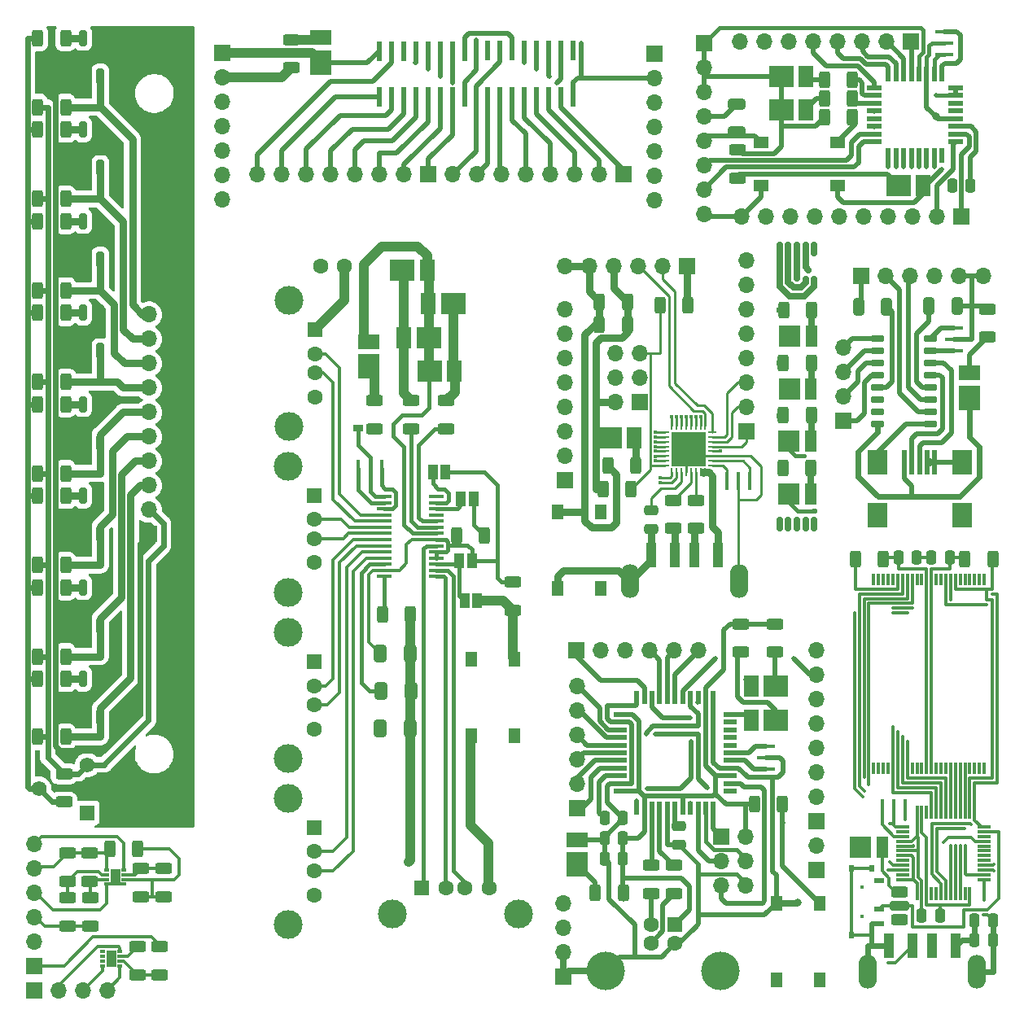
<source format=gbr>
%TF.GenerationSoftware,KiCad,Pcbnew,(6.0.5)*%
%TF.CreationDate,2023-05-31T19:37:01+03:00*%
%TF.ProjectId,JLC1,4a4c4331-2e6b-4696-9361-645f70636258,rev?*%
%TF.SameCoordinates,Original*%
%TF.FileFunction,Copper,L1,Top*%
%TF.FilePolarity,Positive*%
%FSLAX46Y46*%
G04 Gerber Fmt 4.6, Leading zero omitted, Abs format (unit mm)*
G04 Created by KiCad (PCBNEW (6.0.5)) date 2023-05-31 19:37:01*
%MOMM*%
%LPD*%
G01*
G04 APERTURE LIST*
G04 Aperture macros list*
%AMRoundRect*
0 Rectangle with rounded corners*
0 $1 Rounding radius*
0 $2 $3 $4 $5 $6 $7 $8 $9 X,Y pos of 4 corners*
0 Add a 4 corners polygon primitive as box body*
4,1,4,$2,$3,$4,$5,$6,$7,$8,$9,$2,$3,0*
0 Add four circle primitives for the rounded corners*
1,1,$1+$1,$2,$3*
1,1,$1+$1,$4,$5*
1,1,$1+$1,$6,$7*
1,1,$1+$1,$8,$9*
0 Add four rect primitives between the rounded corners*
20,1,$1+$1,$2,$3,$4,$5,0*
20,1,$1+$1,$4,$5,$6,$7,0*
20,1,$1+$1,$6,$7,$8,$9,0*
20,1,$1+$1,$8,$9,$2,$3,0*%
G04 Aperture macros list end*
%TA.AperFunction,SMDPad,CuDef*%
%ADD10RoundRect,0.250000X0.312500X0.625000X-0.312500X0.625000X-0.312500X-0.625000X0.312500X-0.625000X0*%
%TD*%
%TA.AperFunction,ComponentPad*%
%ADD11R,1.600000X1.600000*%
%TD*%
%TA.AperFunction,ComponentPad*%
%ADD12C,1.600000*%
%TD*%
%TA.AperFunction,ComponentPad*%
%ADD13C,4.000000*%
%TD*%
%TA.AperFunction,SMDPad,CuDef*%
%ADD14RoundRect,0.250000X-0.312500X-0.625000X0.312500X-0.625000X0.312500X0.625000X-0.312500X0.625000X0*%
%TD*%
%TA.AperFunction,SMDPad,CuDef*%
%ADD15RoundRect,0.250000X0.625000X-0.312500X0.625000X0.312500X-0.625000X0.312500X-0.625000X-0.312500X0*%
%TD*%
%TA.AperFunction,ComponentPad*%
%ADD16R,1.700000X1.700000*%
%TD*%
%TA.AperFunction,ComponentPad*%
%ADD17O,1.700000X1.700000*%
%TD*%
%TA.AperFunction,SMDPad,CuDef*%
%ADD18RoundRect,0.250000X-0.625000X0.312500X-0.625000X-0.312500X0.625000X-0.312500X0.625000X0.312500X0*%
%TD*%
%TA.AperFunction,SMDPad,CuDef*%
%ADD19RoundRect,0.175000X-0.175000X-0.575000X0.175000X-0.575000X0.175000X0.575000X-0.175000X0.575000X0*%
%TD*%
%TA.AperFunction,SMDPad,CuDef*%
%ADD20R,1.300000X1.550000*%
%TD*%
%TA.AperFunction,SMDPad,CuDef*%
%ADD21R,2.500000X2.200000*%
%TD*%
%TA.AperFunction,SMDPad,CuDef*%
%ADD22R,1.550000X2.200000*%
%TD*%
%TA.AperFunction,SMDPad,CuDef*%
%ADD23R,0.508000X1.473200*%
%TD*%
%TA.AperFunction,SMDPad,CuDef*%
%ADD24R,1.473200X0.508000*%
%TD*%
%TA.AperFunction,SMDPad,CuDef*%
%ADD25RoundRect,0.197500X-0.197500X-0.632500X0.197500X-0.632500X0.197500X0.632500X-0.197500X0.632500X0*%
%TD*%
%TA.AperFunction,SMDPad,CuDef*%
%ADD26R,2.200000X2.200000*%
%TD*%
%TA.AperFunction,SMDPad,CuDef*%
%ADD27R,1.250000X2.200000*%
%TD*%
%TA.AperFunction,ComponentPad*%
%ADD28R,1.500000X1.600000*%
%TD*%
%TA.AperFunction,ComponentPad*%
%ADD29C,3.000000*%
%TD*%
%TA.AperFunction,SMDPad,CuDef*%
%ADD30RoundRect,0.250000X-0.250000X-0.475000X0.250000X-0.475000X0.250000X0.475000X-0.250000X0.475000X0*%
%TD*%
%TA.AperFunction,SMDPad,CuDef*%
%ADD31RoundRect,0.250000X0.250000X0.475000X-0.250000X0.475000X-0.250000X-0.475000X0.250000X-0.475000X0*%
%TD*%
%TA.AperFunction,SMDPad,CuDef*%
%ADD32R,0.300000X1.275000*%
%TD*%
%TA.AperFunction,SMDPad,CuDef*%
%ADD33R,1.525000X0.440000*%
%TD*%
%TA.AperFunction,SMDPad,CuDef*%
%ADD34R,0.599440X1.998980*%
%TD*%
%TA.AperFunction,SMDPad,CuDef*%
%ADD35R,1.000000X1.500000*%
%TD*%
%TA.AperFunction,SMDPad,CuDef*%
%ADD36R,2.200000X2.500000*%
%TD*%
%TA.AperFunction,SMDPad,CuDef*%
%ADD37R,2.200000X1.550000*%
%TD*%
%TA.AperFunction,SMDPad,CuDef*%
%ADD38R,1.475000X0.300000*%
%TD*%
%TA.AperFunction,SMDPad,CuDef*%
%ADD39R,0.300000X1.475000*%
%TD*%
%TA.AperFunction,SMDPad,CuDef*%
%ADD40RoundRect,0.250000X-0.750000X0.250000X-0.750000X-0.250000X0.750000X-0.250000X0.750000X0.250000X0*%
%TD*%
%TA.AperFunction,SMDPad,CuDef*%
%ADD41R,0.550000X1.600000*%
%TD*%
%TA.AperFunction,SMDPad,CuDef*%
%ADD42R,1.600000X0.550000*%
%TD*%
%TA.AperFunction,SMDPad,CuDef*%
%ADD43RoundRect,0.250000X-0.412500X-0.650000X0.412500X-0.650000X0.412500X0.650000X-0.412500X0.650000X0*%
%TD*%
%TA.AperFunction,ComponentPad*%
%ADD44R,1.600000X1.500000*%
%TD*%
%TA.AperFunction,SMDPad,CuDef*%
%ADD45R,1.000000X0.500000*%
%TD*%
%TA.AperFunction,ComponentPad*%
%ADD46C,0.425000*%
%TD*%
%TA.AperFunction,SMDPad,CuDef*%
%ADD47R,0.500000X0.800000*%
%TD*%
%TA.AperFunction,SMDPad,CuDef*%
%ADD48R,0.400000X1.900000*%
%TD*%
%TA.AperFunction,SMDPad,CuDef*%
%ADD49RoundRect,0.250000X-0.475000X0.250000X-0.475000X-0.250000X0.475000X-0.250000X0.475000X0.250000X0*%
%TD*%
%TA.AperFunction,SMDPad,CuDef*%
%ADD50R,1.550000X1.300000*%
%TD*%
%TA.AperFunction,SMDPad,CuDef*%
%ADD51RoundRect,0.062500X0.337500X0.062500X-0.337500X0.062500X-0.337500X-0.062500X0.337500X-0.062500X0*%
%TD*%
%TA.AperFunction,SMDPad,CuDef*%
%ADD52RoundRect,0.062500X0.062500X0.337500X-0.062500X0.337500X-0.062500X-0.337500X0.062500X-0.337500X0*%
%TD*%
%TA.AperFunction,SMDPad,CuDef*%
%ADD53R,3.600000X3.600000*%
%TD*%
%TA.AperFunction,SMDPad,CuDef*%
%ADD54RoundRect,0.250000X-0.325000X-0.650000X0.325000X-0.650000X0.325000X0.650000X-0.325000X0.650000X0*%
%TD*%
%TA.AperFunction,SMDPad,CuDef*%
%ADD55R,0.500000X2.500000*%
%TD*%
%TA.AperFunction,SMDPad,CuDef*%
%ADD56R,2.000000X2.500000*%
%TD*%
%TA.AperFunction,SMDPad,CuDef*%
%ADD57R,1.100000X2.500000*%
%TD*%
%TA.AperFunction,ComponentPad*%
%ADD58O,1.900000X3.500000*%
%TD*%
%TA.AperFunction,SMDPad,CuDef*%
%ADD59RoundRect,0.250000X-0.650000X0.325000X-0.650000X-0.325000X0.650000X-0.325000X0.650000X0.325000X0*%
%TD*%
%TA.AperFunction,SMDPad,CuDef*%
%ADD60RoundRect,0.250000X0.475000X-0.250000X0.475000X0.250000X-0.475000X0.250000X-0.475000X-0.250000X0*%
%TD*%
%TA.AperFunction,SMDPad,CuDef*%
%ADD61RoundRect,0.250000X0.325000X0.650000X-0.325000X0.650000X-0.325000X-0.650000X0.325000X-0.650000X0*%
%TD*%
%TA.AperFunction,SMDPad,CuDef*%
%ADD62R,1.900000X0.400000*%
%TD*%
%TA.AperFunction,SMDPad,CuDef*%
%ADD63R,0.500000X0.300000*%
%TD*%
%TA.AperFunction,SMDPad,CuDef*%
%ADD64R,1.050000X1.750000*%
%TD*%
%TA.AperFunction,SMDPad,CuDef*%
%ADD65R,1.000000X0.750000*%
%TD*%
%TA.AperFunction,SMDPad,CuDef*%
%ADD66RoundRect,0.049600X0.605400X0.260400X-0.605400X0.260400X-0.605400X-0.260400X0.605400X-0.260400X0*%
%TD*%
%TA.AperFunction,ComponentPad*%
%ADD67R,1.560000X1.560000*%
%TD*%
%TA.AperFunction,ComponentPad*%
%ADD68C,1.560000*%
%TD*%
%TA.AperFunction,ViaPad*%
%ADD69C,0.300000*%
%TD*%
%TA.AperFunction,ViaPad*%
%ADD70C,0.400000*%
%TD*%
%TA.AperFunction,ViaPad*%
%ADD71C,0.500000*%
%TD*%
%TA.AperFunction,ViaPad*%
%ADD72C,0.600000*%
%TD*%
%TA.AperFunction,ViaPad*%
%ADD73C,0.250000*%
%TD*%
%TA.AperFunction,ViaPad*%
%ADD74C,0.800000*%
%TD*%
%TA.AperFunction,ViaPad*%
%ADD75C,0.750000*%
%TD*%
%TA.AperFunction,ViaPad*%
%ADD76C,1.000000*%
%TD*%
%TA.AperFunction,Conductor*%
%ADD77C,0.500000*%
%TD*%
%TA.AperFunction,Conductor*%
%ADD78C,0.250000*%
%TD*%
%TA.AperFunction,Conductor*%
%ADD79C,0.750000*%
%TD*%
%TA.AperFunction,Conductor*%
%ADD80C,0.300000*%
%TD*%
%TA.AperFunction,Conductor*%
%ADD81C,1.000000*%
%TD*%
%TA.AperFunction,Conductor*%
%ADD82C,0.400000*%
%TD*%
%TA.AperFunction,Conductor*%
%ADD83C,0.350000*%
%TD*%
%TA.AperFunction,Conductor*%
%ADD84C,0.700000*%
%TD*%
%TA.AperFunction,Conductor*%
%ADD85C,0.600000*%
%TD*%
G04 APERTURE END LIST*
D10*
%TO.P,330R,1*%
%TO.N,N/C*%
X190770000Y-36520000D03*
%TO.P,330R,2*%
X187845000Y-36520000D03*
%TD*%
%TO.P,330R,1*%
%TO.N,N/C*%
X190770000Y-38470000D03*
%TO.P,330R,2*%
X187845000Y-38470000D03*
%TD*%
D11*
%TO.P,USB,1*%
%TO.N,N/C*%
X172314500Y-124345000D03*
D12*
%TO.P,USB,2*%
X169814500Y-124345000D03*
%TO.P,USB,3*%
X169814500Y-126345000D03*
%TO.P,USB,4*%
X172314500Y-126345000D03*
D13*
%TO.P,USB,5*%
X177064500Y-129205000D03*
X165064500Y-129205000D03*
%TD*%
D14*
%TO.P,2K7,1*%
%TO.N,N/C*%
X141882500Y-92120000D03*
%TO.P,2K7,2*%
%TO.N,gnd*%
X144807500Y-92120000D03*
%TD*%
D15*
%TO.P,330R,1*%
%TO.N,gnd*%
X141045000Y-72782500D03*
%TO.P,330R,2*%
%TO.N,N/C*%
X141045000Y-69857500D03*
%TD*%
D16*
%TO.P,REF\u002A\u002A,1*%
%TO.N,N/C*%
X105660000Y-128670000D03*
D17*
%TO.P,REF\u002A\u002A,2*%
X105660000Y-126130000D03*
%TO.P,REF\u002A\u002A,3*%
X105660000Y-123590000D03*
%TO.P,REF\u002A\u002A,4*%
X105660000Y-121050000D03*
%TO.P,REF\u002A\u002A,5*%
X105660000Y-118510000D03*
%TO.P,REF\u002A\u002A,6*%
X105660000Y-115970000D03*
%TD*%
D15*
%TO.P,2K7,1*%
%TO.N,N/C*%
X118705000Y-129627500D03*
%TO.P,2K7,2*%
X118705000Y-126702500D03*
%TD*%
D18*
%TO.P,R7,1*%
%TO.N,N/C*%
X195635000Y-120962500D03*
%TO.P,R7,2*%
X195635000Y-123887500D03*
%TD*%
D16*
%TO.P,REF\u002A\u002A,1*%
%TO.N,N/C*%
X170200000Y-33745600D03*
D17*
%TO.P,REF\u002A\u002A,2*%
X170200000Y-36285600D03*
%TO.P,REF\u002A\u002A,3*%
X170200000Y-38825600D03*
%TO.P,REF\u002A\u002A,4*%
X170200000Y-41365600D03*
%TO.P,REF\u002A\u002A,5*%
X170200000Y-43905600D03*
%TO.P,REF\u002A\u002A,6*%
X170200000Y-46445600D03*
%TO.P,REF\u002A\u002A,7*%
X170200000Y-48985600D03*
%TD*%
D19*
%TO.P,,1*%
%TO.N,N/C*%
X183195000Y-82745000D03*
%TD*%
D15*
%TO.P,330R,1*%
%TO.N,N/C*%
X179139500Y-96030000D03*
%TO.P,330R,2*%
X179139500Y-93105000D03*
%TD*%
D20*
%TO.P,RESET,1*%
%TO.N,N/C*%
X182864500Y-130105000D03*
X182864500Y-122155000D03*
%TO.P,RESET,2*%
X187364500Y-122155000D03*
X187364500Y-130105000D03*
%TD*%
D10*
%TO.P,47K,1*%
%TO.N,N/C*%
X108932500Y-39345000D03*
%TO.P,47K,2*%
%TO.N,5v*%
X106007500Y-39345000D03*
%TD*%
D21*
%TO.P,PORT2,1*%
%TO.N,N/C*%
X146695000Y-63345000D03*
D22*
%TO.P,PORT2,2*%
X144120000Y-63345000D03*
%TD*%
D10*
%TO.P,220R,1*%
%TO.N,N/C*%
X108932500Y-70245000D03*
%TO.P,220R,2*%
X106007500Y-70245000D03*
%TD*%
D16*
%TO.P,REF\u002A\u002A,1*%
%TO.N,N/C*%
X173545000Y-55845000D03*
D17*
%TO.P,REF\u002A\u002A,2*%
X171005000Y-55845000D03*
%TO.P,REF\u002A\u002A,3*%
X168465000Y-55845000D03*
%TO.P,REF\u002A\u002A,4*%
X165925000Y-55845000D03*
%TO.P,REF\u002A\u002A,5*%
X163385000Y-55845000D03*
%TO.P,REF\u002A\u002A,6*%
X160845000Y-55845000D03*
%TD*%
D19*
%TO.P,,1*%
%TO.N,N/C*%
X184095000Y-54070000D03*
%TD*%
D16*
%TO.P,REF\u002A\u002A,1*%
%TO.N,N/C*%
X146665872Y-46332500D03*
D17*
%TO.P,REF\u002A\u002A,2*%
X144125872Y-46332500D03*
%TO.P,REF\u002A\u002A,3*%
X141585872Y-46332500D03*
%TO.P,REF\u002A\u002A,4*%
X139045872Y-46332500D03*
%TO.P,REF\u002A\u002A,5*%
X136505872Y-46332500D03*
%TO.P,REF\u002A\u002A,6*%
X133965872Y-46332500D03*
%TO.P,REF\u002A\u002A,7*%
X131425872Y-46332500D03*
%TO.P,REF\u002A\u002A,8*%
X128885872Y-46332500D03*
%TD*%
D23*
%TO.P,ATmega32U4,1*%
%TO.N,N/C*%
X168334600Y-112241800D03*
%TO.P,ATmega32U4,2*%
X169122000Y-112241800D03*
%TO.P,ATmega32U4,3*%
X169934800Y-112241800D03*
%TO.P,ATmega32U4,4*%
X170722200Y-112241800D03*
%TO.P,ATmega32U4,5*%
X171535000Y-112241800D03*
%TO.P,ATmega32U4,6*%
X172322400Y-112241800D03*
%TO.P,ATmega32U4,7*%
X173109800Y-112241800D03*
%TO.P,ATmega32U4,8*%
X173922600Y-112241800D03*
%TO.P,ATmega32U4,9*%
X174710000Y-112241800D03*
%TO.P,ATmega32U4,10*%
X175522800Y-112241800D03*
%TO.P,ATmega32U4,11*%
X176310200Y-112241800D03*
D24*
%TO.P,ATmega32U4,12*%
X178062800Y-110489200D03*
%TO.P,ATmega32U4,13*%
X178062800Y-109701800D03*
%TO.P,ATmega32U4,14*%
X178062800Y-108889000D03*
%TO.P,ATmega32U4,15*%
X178062800Y-108101600D03*
%TO.P,ATmega32U4,16*%
X178062800Y-107288800D03*
%TO.P,ATmega32U4,17*%
X178062800Y-106501400D03*
%TO.P,ATmega32U4,18*%
X178062800Y-105714000D03*
%TO.P,ATmega32U4,19*%
X178062800Y-104901200D03*
%TO.P,ATmega32U4,20*%
X178062800Y-104113800D03*
%TO.P,ATmega32U4,21*%
X178062800Y-103301000D03*
%TO.P,ATmega32U4,22*%
X178062800Y-102513600D03*
D23*
%TO.P,ATmega32U4,23*%
X176310200Y-100761000D03*
%TO.P,ATmega32U4,24*%
X175522800Y-100761000D03*
%TO.P,ATmega32U4,25*%
X174710000Y-100761000D03*
%TO.P,ATmega32U4,26*%
X173922600Y-100761000D03*
%TO.P,ATmega32U4,27*%
X173109800Y-100761000D03*
%TO.P,ATmega32U4,28*%
X172322400Y-100761000D03*
%TO.P,ATmega32U4,29*%
X171535000Y-100761000D03*
%TO.P,ATmega32U4,30*%
X170722200Y-100761000D03*
%TO.P,ATmega32U4,31*%
X169934800Y-100761000D03*
%TO.P,ATmega32U4,32*%
X169122000Y-100761000D03*
%TO.P,ATmega32U4,33*%
X168334600Y-100761000D03*
D24*
%TO.P,ATmega32U4,34*%
X166582000Y-102513600D03*
%TO.P,ATmega32U4,35*%
X166582000Y-103301000D03*
%TO.P,ATmega32U4,36*%
X166582000Y-104113800D03*
%TO.P,ATmega32U4,37*%
X166582000Y-104901200D03*
%TO.P,ATmega32U4,38*%
X166582000Y-105714000D03*
%TO.P,ATmega32U4,39*%
X166582000Y-106501400D03*
%TO.P,ATmega32U4,40*%
X166582000Y-107288800D03*
%TO.P,ATmega32U4,41*%
X166582000Y-108101600D03*
%TO.P,ATmega32U4,42*%
X166582000Y-108889000D03*
%TO.P,ATmega32U4,43*%
X166582000Y-109701800D03*
%TO.P,ATmega32U4,44*%
X166582000Y-110489200D03*
%TD*%
D20*
%TO.P,RESET,1*%
%TO.N,N/C*%
X164570000Y-81445000D03*
X164570000Y-89395000D03*
%TO.P,RESET,2*%
X160070000Y-81445000D03*
X160070000Y-89395000D03*
%TD*%
D19*
%TO.P,,1*%
%TO.N,N/C*%
X185895000Y-54070000D03*
%TD*%
D15*
%TO.P,22R,1*%
%TO.N,N/C*%
X174520000Y-83176250D03*
%TO.P,22R,2*%
X174520000Y-80251250D03*
%TD*%
D25*
%TO.P,REF\u002A\u002A,1*%
%TO.N,gnd*%
X110745000Y-64720000D03*
%TO.P,REF\u002A\u002A,2*%
%TO.N,N/C*%
X110745000Y-60720000D03*
%TO.P,REF\u002A\u002A,3*%
X112545000Y-64720000D03*
%TO.P,REF\u002A\u002A,4*%
%TO.N,gnd*%
X112545000Y-60720000D03*
%TD*%
D12*
%TO.P,22pF,1*%
%TO.N,gnd*%
X135445000Y-55895000D03*
%TO.P,22pF,2*%
%TO.N,5v*%
X137945000Y-55895000D03*
%TD*%
D21*
%TO.P,REF\u002A\u002A,1*%
%TO.N,5v*%
X183370000Y-36145000D03*
D22*
%TO.P,REF\u002A\u002A,2*%
%TO.N,N/C*%
X185945000Y-36145000D03*
%TD*%
D21*
%TO.P,REF\u002A\u002A,1*%
%TO.N,N/C*%
X195545000Y-47520000D03*
D22*
%TO.P,REF\u002A\u002A,2*%
%TO.N,gnd*%
X198120000Y-47520000D03*
%TD*%
D21*
%TO.P,PORT4,1*%
%TO.N,N/C*%
X143945000Y-56345000D03*
D22*
%TO.P,PORT4,2*%
X146520000Y-56345000D03*
%TD*%
D26*
%TO.P,REF\u002A\u002A,1*%
%TO.N,N/C*%
X184220000Y-63195000D03*
D27*
%TO.P,REF\u002A\u002A,2*%
X186495000Y-63195000D03*
%TD*%
D28*
%TO.P,USB1,1*%
%TO.N,5v*%
X134780000Y-114290000D03*
D12*
%TO.P,USB1,2*%
%TO.N,N/C*%
X134780000Y-116790000D03*
%TO.P,USB1,3*%
X134780000Y-118790000D03*
%TO.P,USB1,4*%
%TO.N,gnd*%
X134780000Y-121290000D03*
D29*
%TO.P,USB1,5*%
X132070000Y-111220000D03*
X132070000Y-124360000D03*
%TD*%
D30*
%TO.P,0.1uF,1*%
%TO.N,N/C*%
X164997400Y-113301400D03*
%TO.P,0.1uF,2*%
X166897400Y-113301400D03*
%TD*%
D15*
%TO.P,330R,1*%
%TO.N,N/C*%
X144870000Y-72782500D03*
%TO.P,330R,2*%
X144870000Y-69857500D03*
%TD*%
D31*
%TO.P,1uF,1*%
%TO.N,N/C*%
X203045000Y-47545000D03*
%TO.P,1uF,2*%
%TO.N,gnd*%
X201145000Y-47545000D03*
%TD*%
D10*
%TO.P,47K,1*%
%TO.N,N/C*%
X108945000Y-67920000D03*
%TO.P,47K,2*%
%TO.N,5v*%
X106020000Y-67920000D03*
%TD*%
D16*
%TO.P,REF\u002A\u002A,1*%
%TO.N,N/C*%
X187014500Y-113595000D03*
D17*
%TO.P,REF\u002A\u002A,2*%
X187014500Y-111055000D03*
%TO.P,REF\u002A\u002A,3*%
X187014500Y-108515000D03*
%TO.P,REF\u002A\u002A,4*%
X187014500Y-105975000D03*
%TO.P,REF\u002A\u002A,5*%
X187014500Y-103435000D03*
%TO.P,REF\u002A\u002A,6*%
X187014500Y-100895000D03*
%TO.P,REF\u002A\u002A,7*%
X187014500Y-98355000D03*
%TO.P,REF\u002A\u002A,8*%
X187014500Y-95815000D03*
%TD*%
D18*
%TO.P,22R,1*%
%TO.N,N/C*%
X172214500Y-118232500D03*
%TO.P,22R,2*%
X172214500Y-121157500D03*
%TD*%
D16*
%TO.P,REF\u002A\u002A,1*%
%TO.N,N/C*%
X179720000Y-73060000D03*
D17*
%TO.P,REF\u002A\u002A,2*%
X179720000Y-70520000D03*
%TO.P,REF\u002A\u002A,3*%
X179720000Y-67980000D03*
%TO.P,REF\u002A\u002A,4*%
X179720000Y-65440000D03*
%TO.P,REF\u002A\u002A,5*%
X179720000Y-62900000D03*
%TO.P,REF\u002A\u002A,6*%
X179720000Y-60360000D03*
%TO.P,REF\u002A\u002A,7*%
X179720000Y-57820000D03*
%TO.P,REF\u002A\u002A,8*%
X179720000Y-55280000D03*
%TD*%
D21*
%TO.P,REF\u002A\u002A,1*%
%TO.N,5v*%
X183345000Y-39595000D03*
D22*
%TO.P,REF\u002A\u002A,2*%
%TO.N,N/C*%
X185920000Y-39595000D03*
%TD*%
D16*
%TO.P,REF\u002A\u002A,1*%
%TO.N,N/C*%
X189795000Y-71953750D03*
D17*
%TO.P,REF\u002A\u002A,2*%
X189795000Y-69413750D03*
%TO.P,REF\u002A\u002A,3*%
X189795000Y-66873750D03*
%TO.P,REF\u002A\u002A,4*%
X189795000Y-64333750D03*
%TD*%
D16*
%TO.P,REF\u002A\u002A,1*%
%TO.N,N/C*%
X162135000Y-112276400D03*
D17*
%TO.P,REF\u002A\u002A,2*%
X162135000Y-109736400D03*
%TO.P,REF\u002A\u002A,3*%
X162135000Y-107196400D03*
%TO.P,REF\u002A\u002A,4*%
X162135000Y-104656400D03*
%TO.P,REF\u002A\u002A,5*%
X162135000Y-102116400D03*
%TO.P,REF\u002A\u002A,6*%
X162135000Y-99576400D03*
%TD*%
D19*
%TO.P,,1*%
%TO.N,N/C*%
X185895000Y-82745000D03*
%TD*%
D15*
%TO.P,,1*%
%TO.N,N/C*%
X148545000Y-72795000D03*
%TD*%
D32*
%TO.P,m1,1,N.C_1*%
%TO.N,N/C*%
X204485000Y-88475000D03*
%TO.P,m1,2,N.C_2*%
X203985000Y-88475000D03*
%TO.P,m1,3,N.C_3*%
X203485000Y-88475000D03*
%TO.P,m1,4,N.C_4*%
X202985000Y-88475000D03*
%TO.P,m1,5,N.C_5*%
X202485000Y-88475000D03*
%TO.P,m1,6,N.C_6*%
X201985000Y-88475000D03*
%TO.P,m1,7,R/~{B}*%
X201485000Y-88475000D03*
%TO.P,m1,8,~{RE}*%
X200985000Y-88475000D03*
%TO.P,m1,9,~{CE}*%
X200485000Y-88475000D03*
%TO.P,m1,10,N.C_7*%
X199985000Y-88475000D03*
%TO.P,m1,11,N.C_8*%
X199485000Y-88475000D03*
%TO.P,m1,12,VCC_1*%
X198985000Y-88475000D03*
%TO.P,m1,13,VSS_1*%
X198485000Y-88475000D03*
%TO.P,m1,14,N.C_9*%
X197985000Y-88475000D03*
%TO.P,m1,15,N.C_10*%
X197485000Y-88475000D03*
%TO.P,m1,16,CLE*%
X196985000Y-88475000D03*
%TO.P,m1,17,ALE*%
X196485000Y-88475000D03*
%TO.P,m1,18,~{WE}*%
X195985000Y-88475000D03*
%TO.P,m1,19,~{WP}*%
X195485000Y-88475000D03*
%TO.P,m1,20,N.C_11*%
X194985000Y-88475000D03*
%TO.P,m1,21,N.C_12*%
X194485000Y-88475000D03*
%TO.P,m1,22,N.C_13*%
X193985000Y-88475000D03*
%TO.P,m1,23,N.C_14*%
X193485000Y-88475000D03*
%TO.P,m1,24,N.C_15*%
X192985000Y-88475000D03*
%TO.P,m1,25,N.C_16*%
X192985000Y-108151000D03*
%TO.P,m1,26,N.C_17*%
X193485000Y-108151000D03*
%TO.P,m1,27,N.C_18*%
X193985000Y-108151000D03*
%TO.P,m1,28,N.C_19*%
X194485000Y-108151000D03*
%TO.P,m1,29,I/O0*%
X194985000Y-108151000D03*
%TO.P,m1,30,I/O1*%
X195485000Y-108151000D03*
%TO.P,m1,31,I/O2*%
X195985000Y-108151000D03*
%TO.P,m1,32,I/O3*%
X196485000Y-108151000D03*
%TO.P,m1,33,N.C_20*%
X196985000Y-108151000D03*
%TO.P,m1,34,N.C_21*%
X197485000Y-108151000D03*
%TO.P,m1,35,N.C_22*%
X197985000Y-108151000D03*
%TO.P,m1,36,VSS_2*%
X198485000Y-108151000D03*
%TO.P,m1,37,VCC_2*%
X198985000Y-108151000D03*
%TO.P,m1,38,N.C_23*%
X199485000Y-108151000D03*
%TO.P,m1,39,N.C_24*%
X199985000Y-108151000D03*
%TO.P,m1,40,N.C_25*%
X200485000Y-108151000D03*
%TO.P,m1,41,I/O4*%
X200985000Y-108151000D03*
%TO.P,m1,42,I/O5*%
X201485000Y-108151000D03*
%TO.P,m1,43,I/O6*%
X201985000Y-108151000D03*
%TO.P,m1,44,I/O7*%
X202485000Y-108151000D03*
%TO.P,m1,45,N.C_26*%
X202985000Y-108151000D03*
%TO.P,m1,46,N.C_27*%
X203485000Y-108151000D03*
%TO.P,m1,47,N.C_28*%
X203985000Y-108151000D03*
%TO.P,m1,48,N.C_29*%
X204485000Y-108151000D03*
%TD*%
D10*
%TO.P,220R,1*%
%TO.N,N/C*%
X108932500Y-89295000D03*
%TO.P,220R,2*%
X106007500Y-89295000D03*
%TD*%
D33*
%TO.P,FE1.1s,1*%
%TO.N,gnd*%
X142066500Y-79855000D03*
%TO.P,FE1.1s,2*%
%TO.N,N/C*%
X142066500Y-80495000D03*
%TO.P,FE1.1s,3*%
X142066500Y-81135000D03*
%TO.P,FE1.1s,4*%
X142066500Y-81775000D03*
%TO.P,FE1.1s,5*%
X142066500Y-82415000D03*
%TO.P,FE1.1s,6*%
X142066500Y-83055000D03*
%TO.P,FE1.1s,7*%
X142066500Y-83695000D03*
%TO.P,FE1.1s,8*%
X142066500Y-84335000D03*
%TO.P,FE1.1s,9*%
X142066500Y-84975000D03*
%TO.P,FE1.1s,10*%
X142066500Y-85615000D03*
%TO.P,FE1.1s,11*%
X142066500Y-86255000D03*
%TO.P,FE1.1s,12*%
%TO.N,1.8V*%
X142066500Y-86895000D03*
%TO.P,FE1.1s,13*%
%TO.N,3.3V*%
X142066500Y-87535000D03*
%TO.P,FE1.1s,14*%
%TO.N,N/C*%
X142066500Y-88175000D03*
%TO.P,FE1.1s,15*%
X147490500Y-88175000D03*
%TO.P,FE1.1s,16*%
X147490500Y-87535000D03*
%TO.P,FE1.1s,17*%
X147490500Y-86895000D03*
%TO.P,FE1.1s,18*%
%TO.N,3.3V*%
X147490500Y-86255000D03*
%TO.P,FE1.1s,19*%
X147490500Y-85615000D03*
%TO.P,FE1.1s,20*%
%TO.N,5v*%
X147490500Y-84975000D03*
%TO.P,FE1.1s,21*%
%TO.N,3.3V*%
X147490500Y-84335000D03*
%TO.P,FE1.1s,22*%
%TO.N,N/C*%
X147490500Y-83695000D03*
%TO.P,FE1.1s,23*%
X147490500Y-83055000D03*
%TO.P,FE1.1s,24*%
X147490500Y-82415000D03*
%TO.P,FE1.1s,25*%
X147490500Y-81775000D03*
%TO.P,FE1.1s,26*%
X147490500Y-81135000D03*
%TO.P,FE1.1s,27*%
X147490500Y-80495000D03*
%TO.P,FE1.1s,28*%
%TO.N,1.8V*%
X147490500Y-79855000D03*
%TD*%
D10*
%TO.P,47K,1*%
%TO.N,N/C*%
X108932500Y-58420000D03*
%TO.P,47K,2*%
%TO.N,5v*%
X106007500Y-58420000D03*
%TD*%
D15*
%TO.P,1K,1*%
%TO.N,N/C*%
X155420000Y-91657500D03*
%TO.P,1K,2*%
%TO.N,3.3V*%
X155420000Y-88732500D03*
%TD*%
D10*
%TO.P,220R,1*%
%TO.N,N/C*%
X108932500Y-98820000D03*
%TO.P,220R,2*%
X106007500Y-98820000D03*
%TD*%
D14*
%TO.P,10K,1*%
%TO.N,N/C*%
X164807500Y-79120000D03*
%TO.P,10K,2*%
X167732500Y-79120000D03*
%TD*%
D25*
%TO.P,REF\u002A\u002A,1*%
%TO.N,gnd*%
X110745000Y-102820000D03*
%TO.P,REF\u002A\u002A,2*%
%TO.N,N/C*%
X110745000Y-98820000D03*
%TO.P,REF\u002A\u002A,3*%
X112545000Y-102820000D03*
%TO.P,REF\u002A\u002A,4*%
%TO.N,gnd*%
X112545000Y-98820000D03*
%TD*%
D34*
%TO.P,REF\u002A\u002A,1*%
%TO.N,N/C*%
X152852500Y-38280300D03*
%TO.P,REF\u002A\u002A,2*%
X154122500Y-38280300D03*
%TO.P,REF\u002A\u002A,3*%
X155392500Y-38280300D03*
%TO.P,REF\u002A\u002A,4*%
X156662500Y-38280300D03*
%TO.P,REF\u002A\u002A,5*%
X157932500Y-38280300D03*
%TO.P,REF\u002A\u002A,6*%
X159202500Y-38280300D03*
%TO.P,REF\u002A\u002A,7*%
X160472500Y-38280300D03*
%TO.P,REF\u002A\u002A,8*%
X161742500Y-38280300D03*
%TO.P,REF\u002A\u002A,9*%
X161742500Y-33479700D03*
%TO.P,REF\u002A\u002A,10*%
X160472500Y-33479700D03*
%TO.P,REF\u002A\u002A,11*%
X159202500Y-33479700D03*
%TO.P,REF\u002A\u002A,12*%
X157932500Y-33479700D03*
%TO.P,REF\u002A\u002A,13*%
X156662500Y-33479700D03*
%TO.P,REF\u002A\u002A,14*%
X155392500Y-33479700D03*
%TO.P,REF\u002A\u002A,15*%
X154122500Y-33479700D03*
%TO.P,REF\u002A\u002A,16*%
X152852500Y-33479700D03*
%TD*%
D16*
%TO.P,REF\u002A\u002A,1*%
%TO.N,N/C*%
X177160000Y-115264000D03*
D17*
%TO.P,REF\u002A\u002A,2*%
X179700000Y-115264000D03*
%TO.P,REF\u002A\u002A,3*%
X177160000Y-117804000D03*
%TO.P,REF\u002A\u002A,4*%
X179700000Y-117804000D03*
%TO.P,REF\u002A\u002A,5*%
X177160000Y-120344000D03*
%TO.P,REF\u002A\u002A,6*%
X179700000Y-120344000D03*
%TD*%
D35*
%TO.P,FUSE,1*%
%TO.N,N/C*%
X150070000Y-80095000D03*
%TO.P,FUSE,2*%
X151370000Y-80095000D03*
%TD*%
D26*
%TO.P,D3,1,K*%
%TO.N,N/C*%
X191600000Y-116365000D03*
D27*
%TO.P,D3,2,A*%
X193875000Y-116365000D03*
%TD*%
D10*
%TO.P,100nF,1*%
%TO.N,N/C*%
X173682500Y-59970000D03*
%TO.P,100nF,2*%
X170757500Y-59970000D03*
%TD*%
D25*
%TO.P,REF\u002A\u002A,1*%
%TO.N,gnd*%
X110745000Y-93295000D03*
%TO.P,REF\u002A\u002A,2*%
%TO.N,N/C*%
X110745000Y-89295000D03*
%TO.P,REF\u002A\u002A,3*%
X112545000Y-93295000D03*
%TO.P,REF\u002A\u002A,4*%
%TO.N,gnd*%
X112545000Y-89295000D03*
%TD*%
D10*
%TO.P,220R,1*%
%TO.N,N/C*%
X108932500Y-60745000D03*
%TO.P,220R,2*%
X106007500Y-60745000D03*
%TD*%
D20*
%TO.P,RESET,1*%
%TO.N,N/C*%
X155620000Y-96770000D03*
X155620000Y-104720000D03*
%TO.P,RESET,2*%
%TO.N,gnd*%
X151120000Y-104720000D03*
%TO.N,N/C*%
X151120000Y-96770000D03*
%TD*%
D26*
%TO.P,REF\u002A\u002A,1*%
%TO.N,N/C*%
X184145000Y-79570000D03*
D27*
%TO.P,REF\u002A\u002A,2*%
X186420000Y-79570000D03*
%TD*%
D14*
%TO.P,R5,1*%
%TO.N,N/C*%
X202472500Y-86375000D03*
%TO.P,R5,2*%
X205397500Y-86375000D03*
%TD*%
D15*
%TO.P,2K7,1*%
%TO.N,N/C*%
X109160000Y-124535000D03*
%TO.P,2K7,2*%
X109160000Y-121610000D03*
%TD*%
D10*
%TO.P,FUSE,1*%
%TO.N,N/C*%
X152507500Y-83945000D03*
%TO.P,FUSE,2*%
%TO.N,3.3V*%
X149582500Y-83945000D03*
%TD*%
D16*
%TO.P,REF\u002A\u002A,1*%
%TO.N,N/C*%
X105640000Y-131240000D03*
D17*
%TO.P,REF\u002A\u002A,2*%
X108180000Y-131240000D03*
%TO.P,REF\u002A\u002A,3*%
X110720000Y-131240000D03*
%TO.P,REF\u002A\u002A,4*%
X113260000Y-131240000D03*
%TD*%
D28*
%TO.P,USB2,1*%
%TO.N,5v*%
X134805000Y-97040000D03*
D12*
%TO.P,USB2,2*%
%TO.N,N/C*%
X134805000Y-99540000D03*
%TO.P,USB2,3*%
X134805000Y-101540000D03*
%TO.P,USB2,4*%
%TO.N,gnd*%
X134805000Y-104040000D03*
D29*
%TO.P,USB2,5*%
X132095000Y-93970000D03*
X132095000Y-107110000D03*
%TD*%
D31*
%TO.P,C5,1*%
%TO.N,N/C*%
X205385000Y-123925000D03*
%TO.P,C5,2*%
X203485000Y-123925000D03*
%TD*%
D18*
%TO.P,1K,1*%
%TO.N,5v*%
X108760000Y-108707500D03*
%TO.P,1K,2*%
%TO.N,N/C*%
X108760000Y-111632500D03*
%TD*%
D21*
%TO.P,PORT1,1*%
%TO.N,N/C*%
X146795000Y-66845000D03*
D22*
%TO.P,PORT1,2*%
X149370000Y-66845000D03*
%TD*%
D19*
%TO.P,,1*%
%TO.N,N/C*%
X186795000Y-54070000D03*
%TD*%
D10*
%TO.P,47K,1*%
%TO.N,N/C*%
X108932500Y-48870000D03*
%TO.P,47K,2*%
%TO.N,5v*%
X106007500Y-48870000D03*
%TD*%
D36*
%TO.P,REF\u002A\u002A,1*%
%TO.N,N/C*%
X202970000Y-69576250D03*
D37*
%TO.P,REF\u002A\u002A,2*%
X202970000Y-67001250D03*
%TD*%
D16*
%TO.P,REF\u002A\u002A,1*%
%TO.N,N/C*%
X166965872Y-46332500D03*
D17*
%TO.P,REF\u002A\u002A,2*%
X164425872Y-46332500D03*
%TO.P,REF\u002A\u002A,3*%
X161885872Y-46332500D03*
%TO.P,REF\u002A\u002A,4*%
X159345872Y-46332500D03*
%TO.P,REF\u002A\u002A,5*%
X156805872Y-46332500D03*
%TO.P,REF\u002A\u002A,6*%
X154265872Y-46332500D03*
%TO.P,REF\u002A\u002A,7*%
X151725872Y-46332500D03*
%TO.P,REF\u002A\u002A,8*%
X149185872Y-46332500D03*
%TD*%
D18*
%TO.P,330R,1*%
%TO.N,5v*%
X178795000Y-43807500D03*
%TO.P,330R,2*%
%TO.N,N/C*%
X178795000Y-46732500D03*
%TD*%
D19*
%TO.P,,1*%
%TO.N,N/C*%
X184095000Y-82745000D03*
%TD*%
D38*
%TO.P,f1,1,VDDA*%
%TO.N,N/C*%
X195997000Y-114213000D03*
%TO.P,f1,2,OSCIN*%
X195997000Y-114713000D03*
%TO.P,f1,3,OSCOUT*%
X195997000Y-115213000D03*
%TO.P,f1,4,VSSA*%
X195997000Y-115713000D03*
%TO.P,f1,5,RREF*%
X195997000Y-116213000D03*
%TO.P,f1,6,VSSC*%
X195997000Y-116713000D03*
%TO.P,f1,7,VDDC*%
X195997000Y-117213000D03*
%TO.P,f1,8,VDD3*%
X195997000Y-117713000D03*
%TO.P,f1,9,USBDP*%
X195997000Y-118213000D03*
%TO.P,f1,10,USBDM*%
X195997000Y-118713000D03*
%TO.P,f1,11,VSSBL*%
X195997000Y-119213000D03*
%TO.P,f1,12,VDDBL*%
X195997000Y-119713000D03*
D39*
%TO.P,f1,13,VDDOUSB*%
X197485000Y-121201000D03*
%TO.P,f1,14,VSS_4*%
X197985000Y-121201000D03*
%TO.P,f1,15,VDD33_4*%
X198485000Y-121201000D03*
%TO.P,f1,16,NAND_CE4*%
X198985000Y-121201000D03*
%TO.P,f1,17,NAND_CE3*%
X199485000Y-121201000D03*
%TO.P,f1,18,NAND_CE2*%
X199985000Y-121201000D03*
%TO.P,f1,19,NAND_CE1*%
X200485000Y-121201000D03*
%TO.P,f1,20,NAND_RE*%
X200985000Y-121201000D03*
%TO.P,f1,21,NAND_WE*%
X201485000Y-121201000D03*
%TO.P,f1,22,NAND_CLE*%
X201985000Y-121201000D03*
%TO.P,f1,23,NC_1*%
X202485000Y-121201000D03*
%TO.P,f1,24,VDD33_3*%
X202985000Y-121201000D03*
D38*
%TO.P,f1,25,VSS_3*%
X204473000Y-119713000D03*
%TO.P,f1,26,NAND_ALE/EEPROM_SDA*%
X204473000Y-119213000D03*
%TO.P,f1,27,LED1*%
X204473000Y-118713000D03*
%TO.P,f1,28,LED2*%
X204473000Y-118213000D03*
%TO.P,f1,29,RESET*%
X204473000Y-117713000D03*
%TO.P,f1,30,NC_2*%
X204473000Y-117213000D03*
%TO.P,f1,31,NC_3*%
X204473000Y-116713000D03*
%TO.P,f1,32,VDD33_2*%
X204473000Y-116213000D03*
%TO.P,f1,33,VSS_2*%
X204473000Y-115713000D03*
%TO.P,f1,34,EEPROM_SCL*%
X204473000Y-115213000D03*
%TO.P,f1,35,READ_ONLY*%
X204473000Y-114713000D03*
%TO.P,f1,36,NAND_WP*%
X204473000Y-114213000D03*
D39*
%TO.P,f1,37,NAND_RNB*%
X202985000Y-112725000D03*
%TO.P,f1,38,NAND_D[7]*%
X202485000Y-112725000D03*
%TO.P,f1,39,NAND_D[6]*%
X201985000Y-112725000D03*
%TO.P,f1,40,NAND_D[5]*%
X201485000Y-112725000D03*
%TO.P,f1,41,NAND_D[4]*%
X200985000Y-112725000D03*
%TO.P,f1,42,NAND_D[3]*%
X200485000Y-112725000D03*
%TO.P,f1,43,NAND_D[2]*%
X199985000Y-112725000D03*
%TO.P,f1,44,NAND_D[1]*%
X199485000Y-112725000D03*
%TO.P,f1,45,NAND_D[0]*%
X198985000Y-112725000D03*
%TO.P,f1,46,NC_4*%
X198485000Y-112725000D03*
%TO.P,f1,47,VDD33_1*%
X197985000Y-112725000D03*
%TO.P,f1,48,VSS_1*%
X197485000Y-112725000D03*
%TD*%
D40*
%TO.P,REF\u002A\u002A,1*%
%TO.N,N/C*%
X195635000Y-122475000D03*
%TD*%
D14*
%TO.P,REF\u002A\u002A,1*%
%TO.N,N/C*%
X183545000Y-76845000D03*
%TO.P,REF\u002A\u002A,2*%
X186470000Y-76845000D03*
%TD*%
D41*
%TO.P,ATmega16U2,1*%
%TO.N,N/C*%
X200095000Y-35895000D03*
%TO.P,ATmega16U2,2*%
X199295000Y-35895000D03*
%TO.P,ATmega16U2,3*%
%TO.N,gnd*%
X198495000Y-35895000D03*
%TO.P,ATmega16U2,4*%
%TO.N,5v*%
X197695000Y-35895000D03*
%TO.P,ATmega16U2,5*%
%TO.N,N/C*%
X196895000Y-35895000D03*
%TO.P,ATmega16U2,6*%
X196095000Y-35895000D03*
%TO.P,ATmega16U2,7*%
X195295000Y-35895000D03*
%TO.P,ATmega16U2,8*%
X194495000Y-35895000D03*
D42*
%TO.P,ATmega16U2,9*%
X193045000Y-37345000D03*
%TO.P,ATmega16U2,10*%
X193045000Y-38145000D03*
%TO.P,ATmega16U2,11*%
X193045000Y-38945000D03*
%TO.P,ATmega16U2,12*%
X193045000Y-39745000D03*
%TO.P,ATmega16U2,13*%
X193045000Y-40545000D03*
%TO.P,ATmega16U2,14*%
X193045000Y-41345000D03*
%TO.P,ATmega16U2,15*%
X193045000Y-42145000D03*
%TO.P,ATmega16U2,16*%
X193045000Y-42945000D03*
D41*
%TO.P,ATmega16U2,17*%
X194495000Y-44395000D03*
%TO.P,ATmega16U2,18*%
X195295000Y-44395000D03*
%TO.P,ATmega16U2,19*%
X196095000Y-44395000D03*
%TO.P,ATmega16U2,20*%
X196895000Y-44395000D03*
%TO.P,ATmega16U2,21*%
X197695000Y-44395000D03*
%TO.P,ATmega16U2,22*%
X198495000Y-44395000D03*
%TO.P,ATmega16U2,23*%
X199295000Y-44395000D03*
%TO.P,ATmega16U2,24*%
X200095000Y-44395000D03*
D42*
%TO.P,ATmega16U2,25*%
X201545000Y-42945000D03*
%TO.P,ATmega16U2,26*%
X201545000Y-42145000D03*
%TO.P,ATmega16U2,27*%
X201545000Y-41345000D03*
%TO.P,ATmega16U2,28*%
%TO.N,gnd*%
X201545000Y-40545000D03*
%TO.P,ATmega16U2,29*%
%TO.N,N/C*%
X201545000Y-39745000D03*
%TO.P,ATmega16U2,30*%
X201545000Y-38945000D03*
%TO.P,ATmega16U2,31*%
%TO.N,5v*%
X201545000Y-38145000D03*
%TO.P,ATmega16U2,32*%
X201545000Y-37345000D03*
%TD*%
D16*
%TO.P,REF\u002A\u002A,1*%
%TO.N,N/C*%
X162089500Y-95870000D03*
D17*
%TO.P,REF\u002A\u002A,2*%
X164629500Y-95870000D03*
%TO.P,REF\u002A\u002A,3*%
X167169500Y-95870000D03*
%TO.P,REF\u002A\u002A,4*%
X169709500Y-95870000D03*
%TO.P,REF\u002A\u002A,5*%
X172249500Y-95870000D03*
%TO.P,REF\u002A\u002A,6*%
X174789500Y-95870000D03*
%TD*%
D43*
%TO.P,10uF,1*%
%TO.N,3.3V*%
X141632500Y-96195000D03*
%TO.P,10uF,2*%
%TO.N,gnd*%
X144757500Y-96195000D03*
%TD*%
D21*
%TO.P,REF\u002A\u002A,1*%
%TO.N,N/C*%
X165495000Y-73770000D03*
D22*
%TO.P,REF\u002A\u002A,2*%
X168070000Y-73770000D03*
%TD*%
D10*
%TO.P,220R,1*%
%TO.N,N/C*%
X108932500Y-41670000D03*
%TO.P,220R,2*%
X106007500Y-41670000D03*
%TD*%
D26*
%TO.P,REF\u002A\u002A,1*%
%TO.N,N/C*%
X184195000Y-68645000D03*
D27*
%TO.P,REF\u002A\u002A,2*%
X186470000Y-68645000D03*
%TD*%
D19*
%TO.P,,1*%
%TO.N,N/C*%
X186795000Y-82745000D03*
%TD*%
D21*
%TO.P,TX,1*%
%TO.N,N/C*%
X182814500Y-99545000D03*
D22*
%TO.P,TX,2*%
X180239500Y-99545000D03*
%TD*%
D14*
%TO.P,REF\u002A\u002A,1*%
%TO.N,N/C*%
X183595000Y-65920000D03*
%TO.P,REF\u002A\u002A,2*%
X186520000Y-65920000D03*
%TD*%
D10*
%TO.P,220R,1*%
%TO.N,N/C*%
X108932500Y-32145000D03*
%TO.P,220R,2*%
X106007500Y-32145000D03*
%TD*%
D15*
%TO.P,330R,1*%
%TO.N,N/C*%
X182689500Y-96055000D03*
%TO.P,330R,2*%
X182689500Y-93130000D03*
%TD*%
D19*
%TO.P,,1*%
%TO.N,N/C*%
X184995000Y-82745000D03*
%TD*%
D31*
%TO.P,10uF,1*%
%TO.N,N/C*%
X166889500Y-117495000D03*
%TO.P,10uF,2*%
X164989500Y-117495000D03*
%TD*%
D30*
%TO.P,C2,1*%
%TO.N,N/C*%
X195572500Y-86225000D03*
%TO.P,C2,2*%
X197472500Y-86225000D03*
%TD*%
D44*
%TO.P,USB_0,1*%
%TO.N,5v*%
X145970000Y-120560000D03*
D12*
%TO.P,USB_0,2*%
%TO.N,N/C*%
X148470000Y-120560000D03*
%TO.P,USB_0,3*%
X150470000Y-120560000D03*
%TO.P,USB_0,4*%
%TO.N,gnd*%
X152970000Y-120560000D03*
D29*
%TO.P,USB_0,5*%
X142900000Y-123270000D03*
X156040000Y-123270000D03*
%TD*%
D19*
%TO.P,,1*%
%TO.N,N/C*%
X184995000Y-54070000D03*
%TD*%
D45*
%TO.P,SW1,A1,NC*%
%TO.N,N/C*%
X193585000Y-119775000D03*
%TO.P,SW1,B1,COM*%
X193585000Y-122775000D03*
%TO.P,SW1,C1,NO*%
X193585000Y-124275000D03*
D46*
%TO.P,SW1,MH1*%
X191735000Y-120525000D03*
%TO.P,SW1,MH2*%
X191735000Y-123525000D03*
D47*
%TO.P,SW1,MP1,MP1*%
X192785000Y-125475000D03*
%TO.P,SW1,MP2,MP2*%
X190685000Y-125475000D03*
%TO.P,SW1,MP3,MP3*%
X190685000Y-118575000D03*
%TO.P,SW1,MP4,MP4*%
X192785000Y-118575000D03*
%TD*%
D48*
%TO.P,16MHz,1*%
%TO.N,N/C*%
X180095000Y-78245000D03*
%TO.P,16MHz,2*%
X178895000Y-78245000D03*
%TO.P,16MHz,3*%
X177695000Y-78245000D03*
%TD*%
D19*
%TO.P,,1*%
%TO.N,N/C*%
X183195000Y-54070000D03*
%TD*%
D10*
%TO.P,220R,1*%
%TO.N,N/C*%
X108932500Y-51195000D03*
%TO.P,220R,2*%
X106007500Y-51195000D03*
%TD*%
D49*
%TO.P,1uF,1*%
%TO.N,N/C*%
X172710000Y-114164000D03*
%TO.P,1uF,2*%
X172710000Y-116064000D03*
%TD*%
D16*
%TO.P,REF\u002A\u002A,1*%
%TO.N,N/C*%
X160870000Y-78145000D03*
D17*
%TO.P,REF\u002A\u002A,2*%
X160870000Y-75605000D03*
%TO.P,REF\u002A\u002A,3*%
X160870000Y-73065000D03*
%TO.P,REF\u002A\u002A,4*%
X160870000Y-70525000D03*
%TO.P,REF\u002A\u002A,5*%
X160870000Y-67985000D03*
%TO.P,REF\u002A\u002A,6*%
X160870000Y-65445000D03*
%TO.P,REF\u002A\u002A,7*%
X160870000Y-62905000D03*
%TO.P,REF\u002A\u002A,8*%
X160870000Y-60365000D03*
%TD*%
D14*
%TO.P,10K,1*%
%TO.N,5v*%
X187845000Y-40420000D03*
%TO.P,10K,2*%
%TO.N,N/C*%
X190770000Y-40420000D03*
%TD*%
%TO.P,1K,1*%
%TO.N,N/C*%
X165332500Y-76670000D03*
%TO.P,1K,2*%
X168257500Y-76670000D03*
%TD*%
D15*
%TO.P,330R,1*%
%TO.N,N/C*%
X148545000Y-72795000D03*
%TO.P,330R,2*%
X148545000Y-69870000D03*
%TD*%
D18*
%TO.P,1K,1*%
%TO.N,N/C*%
X204820000Y-60363750D03*
%TO.P,1K,2*%
X204820000Y-63288750D03*
%TD*%
D16*
%TO.P,REF\u002A\u002A,1*%
%TO.N,N/C*%
X125220000Y-33732500D03*
D17*
%TO.P,REF\u002A\u002A,2*%
X125220000Y-36272500D03*
%TO.P,REF\u002A\u002A,3*%
X125220000Y-38812500D03*
%TO.P,REF\u002A\u002A,4*%
X125220000Y-41352500D03*
%TO.P,REF\u002A\u002A,5*%
X125220000Y-43892500D03*
%TO.P,REF\u002A\u002A,6*%
X125220000Y-46432500D03*
%TO.P,REF\u002A\u002A,7*%
X125220000Y-48972500D03*
%TD*%
D10*
%TO.P,47K,1*%
%TO.N,N/C*%
X108932500Y-86970000D03*
%TO.P,47K,2*%
%TO.N,5v*%
X106007500Y-86970000D03*
%TD*%
D50*
%TO.P,RESET,1*%
%TO.N,N/C*%
X189220000Y-43045000D03*
X181270000Y-43045000D03*
%TO.P,RESET,2*%
X189220000Y-47545000D03*
%TO.N,gnd*%
X181270000Y-47545000D03*
%TD*%
D25*
%TO.P,REF\u002A\u002A,1*%
%TO.N,gnd*%
X110745000Y-83770000D03*
%TO.P,REF\u002A\u002A,2*%
%TO.N,N/C*%
X110745000Y-79770000D03*
%TO.P,REF\u002A\u002A,3*%
X112545000Y-83770000D03*
%TO.P,REF\u002A\u002A,4*%
%TO.N,gnd*%
X112545000Y-79770000D03*
%TD*%
D51*
%TO.P,AT90USB162,1*%
%TO.N,N/C*%
X176170000Y-76645000D03*
%TO.P,AT90USB162,2*%
X176170000Y-76145000D03*
%TO.P,AT90USB162,3*%
X176170000Y-75645000D03*
%TO.P,AT90USB162,4*%
X176170000Y-75145000D03*
%TO.P,AT90USB162,5*%
X176170000Y-74645000D03*
%TO.P,AT90USB162,6*%
X176170000Y-74145000D03*
%TO.P,AT90USB162,7*%
X176170000Y-73645000D03*
%TO.P,AT90USB162,8*%
X176170000Y-73145000D03*
D52*
%TO.P,AT90USB162,9*%
X175470000Y-72445000D03*
%TO.P,AT90USB162,10*%
X174970000Y-72445000D03*
%TO.P,AT90USB162,11*%
X174470000Y-72445000D03*
%TO.P,AT90USB162,12*%
X173970000Y-72445000D03*
%TO.P,AT90USB162,13*%
X173470000Y-72445000D03*
%TO.P,AT90USB162,14*%
X172970000Y-72445000D03*
%TO.P,AT90USB162,15*%
X172470000Y-72445000D03*
%TO.P,AT90USB162,16*%
X171970000Y-72445000D03*
D51*
%TO.P,AT90USB162,17*%
X171270000Y-73145000D03*
%TO.P,AT90USB162,18*%
X171270000Y-73645000D03*
%TO.P,AT90USB162,19*%
X171270000Y-74145000D03*
%TO.P,AT90USB162,20*%
X171270000Y-74645000D03*
%TO.P,AT90USB162,21*%
X171270000Y-75145000D03*
%TO.P,AT90USB162,22*%
X171270000Y-75645000D03*
%TO.P,AT90USB162,23*%
X171270000Y-76145000D03*
%TO.P,AT90USB162,24*%
X171270000Y-76645000D03*
D52*
%TO.P,AT90USB162,25*%
X171970000Y-77345000D03*
%TO.P,AT90USB162,26*%
X172470000Y-77345000D03*
%TO.P,AT90USB162,27*%
X172970000Y-77345000D03*
%TO.P,AT90USB162,28*%
X173470000Y-77345000D03*
%TO.P,AT90USB162,29*%
X173970000Y-77345000D03*
%TO.P,AT90USB162,30*%
X174470000Y-77345000D03*
%TO.P,AT90USB162,31*%
X174970000Y-77345000D03*
%TO.P,AT90USB162,32*%
X175470000Y-77345000D03*
D53*
%TO.P,AT90USB162,33*%
X173720000Y-74895000D03*
%TD*%
D18*
%TO.P,22R,1*%
%TO.N,N/C*%
X169845500Y-118240500D03*
%TO.P,22R,2*%
X169845500Y-121165500D03*
%TD*%
D25*
%TO.P,REF\u002A\u002A,1*%
%TO.N,gnd*%
X110745000Y-36145000D03*
%TO.P,REF\u002A\u002A,2*%
%TO.N,N/C*%
X110745000Y-32145000D03*
%TO.P,REF\u002A\u002A,3*%
X112545000Y-36145000D03*
%TO.P,REF\u002A\u002A,4*%
%TO.N,gnd*%
X112545000Y-32145000D03*
%TD*%
D15*
%TO.P,2K7,1*%
%TO.N,N/C*%
X116375000Y-129627500D03*
%TO.P,2K7,2*%
X116375000Y-126702500D03*
%TD*%
D16*
%TO.P,REF\u002A\u002A,1*%
%TO.N,N/C*%
X160664500Y-129830000D03*
D17*
%TO.P,REF\u002A\u002A,2*%
X160664500Y-127290000D03*
%TO.P,REF\u002A\u002A,3*%
X160664500Y-124750000D03*
%TO.P,REF\u002A\u002A,4*%
X160664500Y-122210000D03*
%TD*%
D10*
%TO.P,100nF,1*%
%TO.N,N/C*%
X167382500Y-59620000D03*
%TO.P,100nF,2*%
X164457500Y-59620000D03*
%TD*%
D16*
%TO.P,-BAT+,1*%
%TO.N,N/C*%
X187014500Y-118695000D03*
D17*
%TO.P,-BAT+,2*%
X187014500Y-116155000D03*
%TD*%
D54*
%TO.P,100nF,1*%
%TO.N,N/C*%
X191395000Y-60076250D03*
%TO.P,100nF,2*%
X194345000Y-60076250D03*
%TD*%
D55*
%TO.P,USB,1*%
%TO.N,N/C*%
X196145000Y-76326250D03*
%TO.P,USB,2*%
X196945000Y-76326250D03*
%TO.P,USB,3*%
X197745000Y-76326250D03*
%TO.P,USB,4*%
X198545000Y-76326250D03*
%TO.P,USB,5*%
X199345000Y-76326250D03*
D56*
%TO.P,USB,6*%
X202145000Y-81826250D03*
X193345000Y-76326250D03*
X193345000Y-81826250D03*
X202145000Y-76326250D03*
%TD*%
D25*
%TO.P,REF\u002A\u002A,1*%
%TO.N,gnd*%
X110745000Y-74245000D03*
%TO.P,REF\u002A\u002A,2*%
%TO.N,N/C*%
X110745000Y-70245000D03*
%TO.P,REF\u002A\u002A,3*%
X112545000Y-74245000D03*
%TO.P,REF\u002A\u002A,4*%
%TO.N,gnd*%
X112545000Y-70245000D03*
%TD*%
D35*
%TO.P,BTN,1*%
%TO.N,N/C*%
X150420000Y-90670000D03*
%TO.P,BTN,2*%
X151720000Y-90670000D03*
%TD*%
D10*
%TO.P,47K,1*%
%TO.N,N/C*%
X108932500Y-96495000D03*
%TO.P,47K,2*%
%TO.N,5v*%
X106007500Y-96495000D03*
%TD*%
D14*
%TO.P,10K,1*%
%TO.N,N/C*%
X180577000Y-111855000D03*
%TO.P,10K,2*%
X183502000Y-111855000D03*
%TD*%
D10*
%TO.P,R3,1*%
%TO.N,N/C*%
X193997500Y-86375000D03*
%TO.P,R3,2*%
X191072500Y-86375000D03*
%TD*%
D43*
%TO.P,10uF,1*%
%TO.N,5v*%
X141682500Y-103945000D03*
%TO.P,10uF,2*%
%TO.N,gnd*%
X144807500Y-103945000D03*
%TD*%
D31*
%TO.P,C8,1*%
%TO.N,N/C*%
X205385000Y-125950000D03*
%TO.P,C8,2*%
X203485000Y-125950000D03*
%TD*%
D36*
%TO.P,POW,1*%
%TO.N,N/C*%
X162164500Y-118120000D03*
D37*
%TO.P,POW,2*%
X162164500Y-115545000D03*
%TD*%
D16*
%TO.P,REF\u002A\u002A,1*%
%TO.N,N/C*%
X202070000Y-50745000D03*
D17*
%TO.P,REF\u002A\u002A,2*%
X199530000Y-50745000D03*
%TO.P,REF\u002A\u002A,3*%
X196990000Y-50745000D03*
%TO.P,REF\u002A\u002A,4*%
X194450000Y-50745000D03*
%TO.P,REF\u002A\u002A,5*%
X191910000Y-50745000D03*
%TO.P,REF\u002A\u002A,6*%
X189370000Y-50745000D03*
%TO.P,REF\u002A\u002A,7*%
X186830000Y-50745000D03*
%TO.P,REF\u002A\u002A,8*%
X184290000Y-50745000D03*
%TO.P,REF\u002A\u002A,9*%
X181750000Y-50745000D03*
%TO.P,REF\u002A\u002A,10*%
%TO.N,gnd*%
X179210000Y-50745000D03*
%TD*%
D57*
%TO.P,J1,1,VBUS*%
%TO.N,N/C*%
X201535000Y-126575000D03*
%TO.P,J1,2,D-*%
X199035000Y-126575000D03*
%TO.P,J1,3,D+*%
X197035000Y-126575000D03*
%TO.P,J1,4,GND*%
X194535000Y-126575000D03*
D58*
%TO.P,J1,5,Shield*%
X192335000Y-129325000D03*
X203735000Y-129325000D03*
%TD*%
D15*
%TO.P,2K7,1*%
%TO.N,N/C*%
X119110000Y-121475000D03*
%TO.P,2K7,2*%
X119110000Y-118550000D03*
%TD*%
D57*
%TO.P,USB_0,1*%
%TO.N,N/C*%
X176820000Y-85938750D03*
%TO.P,USB_0,2*%
X174320000Y-85938750D03*
%TO.P,USB_0,3*%
X172320000Y-85938750D03*
%TO.P,USB_0,4*%
X169820000Y-85938750D03*
D58*
%TO.P,USB_0,5*%
X179020000Y-88688750D03*
X167620000Y-88688750D03*
%TD*%
D10*
%TO.P,10uF,1*%
%TO.N,N/C*%
X167382500Y-61945000D03*
%TO.P,10uF,2*%
X164457500Y-61945000D03*
%TD*%
D14*
%TO.P,REF\u002A\u002A,1*%
%TO.N,N/C*%
X183570000Y-71395000D03*
%TO.P,REF\u002A\u002A,2*%
X186495000Y-71395000D03*
%TD*%
D10*
%TO.P,47K,1*%
%TO.N,N/C*%
X108932500Y-104845000D03*
%TO.P,47K,2*%
%TO.N,5v*%
X106007500Y-104845000D03*
%TD*%
D25*
%TO.P,REF\u002A\u002A,1*%
%TO.N,gnd*%
X110745000Y-45670000D03*
%TO.P,REF\u002A\u002A,2*%
%TO.N,N/C*%
X110745000Y-41670000D03*
%TO.P,REF\u002A\u002A,3*%
X112545000Y-45670000D03*
%TO.P,REF\u002A\u002A,4*%
%TO.N,gnd*%
X112545000Y-41670000D03*
%TD*%
D35*
%TO.P,TEST,1*%
%TO.N,N/C*%
X147120000Y-77270000D03*
%TO.P,TEST,2*%
%TO.N,3.3V*%
X148420000Y-77270000D03*
%TD*%
D15*
%TO.P,2K7,1*%
%TO.N,N/C*%
X111490000Y-124535000D03*
%TO.P,2K7,2*%
X111490000Y-121610000D03*
%TD*%
D14*
%TO.P,330R,1*%
%TO.N,N/C*%
X164027000Y-121120000D03*
%TO.P,330R,2*%
X166952000Y-121120000D03*
%TD*%
D59*
%TO.P,100nF,1*%
%TO.N,N/C*%
X178770000Y-38995000D03*
%TO.P,100nF,2*%
X178770000Y-41945000D03*
%TD*%
D36*
%TO.P,PWR,1*%
%TO.N,N/C*%
X140445000Y-66295000D03*
D37*
%TO.P,PWR,2*%
X140445000Y-63720000D03*
%TD*%
D36*
%TO.P,REF\u002A\u002A,1*%
%TO.N,N/C*%
X135500000Y-34695600D03*
D37*
%TO.P,REF\u002A\u002A,2*%
X135500000Y-32120600D03*
%TD*%
D21*
%TO.P,RX,1*%
%TO.N,N/C*%
X182814500Y-103120000D03*
D22*
%TO.P,RX,2*%
X180239500Y-103120000D03*
%TD*%
D25*
%TO.P,REF\u002A\u002A,1*%
%TO.N,gnd*%
X110745000Y-55195000D03*
%TO.P,REF\u002A\u002A,2*%
%TO.N,N/C*%
X110745000Y-51195000D03*
%TO.P,REF\u002A\u002A,3*%
X112545000Y-55195000D03*
%TO.P,REF\u002A\u002A,4*%
%TO.N,gnd*%
X112545000Y-51195000D03*
%TD*%
D60*
%TO.P,1uF,1*%
%TO.N,N/C*%
X169820000Y-83220000D03*
%TO.P,1uF,2*%
X169820000Y-81320000D03*
%TD*%
D61*
%TO.P,100nF,1*%
%TO.N,gnd*%
X201695000Y-60053750D03*
%TO.P,100nF,2*%
%TO.N,N/C*%
X198745000Y-60053750D03*
%TD*%
D34*
%TO.P,REF\u002A\u002A,1*%
%TO.N,N/C*%
X141530000Y-38295600D03*
%TO.P,REF\u002A\u002A,2*%
X142800000Y-38295600D03*
%TO.P,REF\u002A\u002A,3*%
X144070000Y-38295600D03*
%TO.P,REF\u002A\u002A,4*%
X145340000Y-38295600D03*
%TO.P,REF\u002A\u002A,5*%
X146610000Y-38295600D03*
%TO.P,REF\u002A\u002A,6*%
X147880000Y-38295600D03*
%TO.P,REF\u002A\u002A,7*%
X149150000Y-38295600D03*
%TO.P,REF\u002A\u002A,8*%
X150420000Y-38295600D03*
%TO.P,REF\u002A\u002A,9*%
X150420000Y-33495000D03*
%TO.P,REF\u002A\u002A,10*%
X149150000Y-33495000D03*
%TO.P,REF\u002A\u002A,11*%
X147880000Y-33495000D03*
%TO.P,REF\u002A\u002A,12*%
X146610000Y-33495000D03*
%TO.P,REF\u002A\u002A,13*%
X145340000Y-33495000D03*
%TO.P,REF\u002A\u002A,14*%
X144070000Y-33495000D03*
%TO.P,REF\u002A\u002A,15*%
X142800000Y-33495000D03*
%TO.P,REF\u002A\u002A,16*%
X141530000Y-33495000D03*
%TD*%
D16*
%TO.P,REF\u002A\u002A,1*%
%TO.N,N/C*%
X191680000Y-56876250D03*
D17*
%TO.P,REF\u002A\u002A,2*%
X194220000Y-56876250D03*
%TO.P,REF\u002A\u002A,3*%
X196760000Y-56876250D03*
%TO.P,REF\u002A\u002A,4*%
X199300000Y-56876250D03*
%TO.P,REF\u002A\u002A,5*%
%TO.N,gnd*%
X201840000Y-56876250D03*
%TO.P,REF\u002A\u002A,6*%
X204380000Y-56876250D03*
%TD*%
D26*
%TO.P,REF\u002A\u002A,1*%
%TO.N,N/C*%
X184170000Y-74120000D03*
D27*
%TO.P,REF\u002A\u002A,2*%
X186445000Y-74120000D03*
%TD*%
D62*
%TO.P,16MHz,1*%
%TO.N,N/C*%
X200345000Y-33870000D03*
%TO.P,16MHz,2*%
%TO.N,gnd*%
X200345000Y-32670000D03*
%TO.P,16MHz,3*%
%TO.N,N/C*%
X200345000Y-31470000D03*
%TD*%
D10*
%TO.P,2K7,1*%
%TO.N,N/C*%
X116452500Y-116522500D03*
%TO.P,2K7,2*%
X113527500Y-116522500D03*
%TD*%
%TO.P,47K,1*%
%TO.N,N/C*%
X108932500Y-77445000D03*
%TO.P,47K,2*%
%TO.N,5v*%
X106007500Y-77445000D03*
%TD*%
D16*
%TO.P,REF\u002A\u002A,1*%
%TO.N,5v*%
X175345000Y-32720000D03*
D17*
%TO.P,REF\u002A\u002A,2*%
X175345000Y-35260000D03*
%TO.P,REF\u002A\u002A,3*%
X175345000Y-37800000D03*
%TO.P,REF\u002A\u002A,4*%
%TO.N,N/C*%
X175345000Y-40340000D03*
%TO.P,REF\u002A\u002A,5*%
X175345000Y-42880000D03*
%TO.P,REF\u002A\u002A,6*%
X175345000Y-45420000D03*
%TO.P,REF\u002A\u002A,7*%
X175345000Y-47960000D03*
%TO.P,REF\u002A\u002A,8*%
%TO.N,gnd*%
X175345000Y-50500000D03*
%TD*%
D62*
%TO.P,16MHz,1*%
%TO.N,N/C*%
X181760000Y-105814000D03*
%TO.P,16MHz,2*%
X181760000Y-107014000D03*
%TO.P,16MHz,3*%
X181760000Y-108214000D03*
%TD*%
D43*
%TO.P,10uF,1*%
%TO.N,1.8V*%
X141707500Y-100095000D03*
%TO.P,10uF,2*%
%TO.N,gnd*%
X144832500Y-100095000D03*
%TD*%
D18*
%TO.P,1K,1*%
%TO.N,N/C*%
X132425000Y-32333100D03*
%TO.P,1K,2*%
X132425000Y-35258100D03*
%TD*%
D48*
%TO.P,12MHz,1*%
%TO.N,N/C*%
X139395000Y-76945000D03*
%TO.P,12MHz,2*%
%TO.N,gnd*%
X140595000Y-76945000D03*
%TO.P,12MHz,3*%
%TO.N,N/C*%
X141795000Y-76945000D03*
%TD*%
D28*
%TO.P,USB3,1*%
%TO.N,5v*%
X134830000Y-79745000D03*
D12*
%TO.P,USB3,2*%
%TO.N,N/C*%
X134830000Y-82245000D03*
%TO.P,USB3,3*%
X134830000Y-84245000D03*
%TO.P,USB3,4*%
%TO.N,gnd*%
X134830000Y-86745000D03*
D29*
%TO.P,USB3,5*%
X132120000Y-89815000D03*
X132120000Y-76675000D03*
%TD*%
D63*
%TO.P,LM358,1*%
%TO.N,N/C*%
X113210000Y-118685000D03*
%TO.P,LM358,2*%
X113210000Y-119185000D03*
%TO.P,LM358,3*%
X113210000Y-119685000D03*
%TO.P,LM358,4*%
X113210000Y-120185000D03*
%TO.P,LM358,5*%
X115010000Y-120185000D03*
%TO.P,LM358,6*%
X115010000Y-119685000D03*
%TO.P,LM358,7*%
X115010000Y-119185000D03*
%TO.P,LM358,8*%
X115010000Y-118685000D03*
D64*
%TO.P,LM358,9*%
X114110000Y-119435000D03*
%TD*%
D30*
%TO.P,1uF,1*%
%TO.N,N/C*%
X164997400Y-115376400D03*
%TO.P,1uF,2*%
X166897400Y-115376400D03*
%TD*%
D35*
%TO.P,RESET,1*%
%TO.N,N/C*%
X149895000Y-86520000D03*
%TO.P,RESET,2*%
%TO.N,3.3V*%
X151195000Y-86520000D03*
%TD*%
D31*
%TO.P,C4,1*%
%TO.N,N/C*%
X199885000Y-123425000D03*
%TO.P,C4,2*%
X197985000Y-123425000D03*
%TD*%
D16*
%TO.P,REF\u002A\u002A,1*%
%TO.N,N/C*%
X168620000Y-70020000D03*
D17*
%TO.P,REF\u002A\u002A,2*%
X166080000Y-70020000D03*
%TO.P,REF\u002A\u002A,3*%
X168620000Y-67480000D03*
%TO.P,REF\u002A\u002A,4*%
X166080000Y-67480000D03*
%TO.P,REF\u002A\u002A,5*%
X168620000Y-64940000D03*
%TO.P,REF\u002A\u002A,6*%
X166080000Y-64940000D03*
%TD*%
D48*
%TO.P,Y2,1,1*%
%TO.N,N/C*%
X196285000Y-112275000D03*
%TO.P,Y2,2,2*%
X195085000Y-112275000D03*
%TO.P,Y2,3,3*%
X193885000Y-112275000D03*
%TD*%
D14*
%TO.P,REF\u002A\u002A,1*%
%TO.N,N/C*%
X183620000Y-60470000D03*
%TO.P,REF\u002A\u002A,2*%
X186545000Y-60470000D03*
%TD*%
D16*
%TO.P,REF\u002A\u002A,1*%
%TO.N,N/C*%
X196885000Y-32520000D03*
D17*
%TO.P,REF\u002A\u002A,2*%
X194345000Y-32520000D03*
%TO.P,REF\u002A\u002A,3*%
X191805000Y-32520000D03*
%TO.P,REF\u002A\u002A,4*%
X189265000Y-32520000D03*
%TO.P,REF\u002A\u002A,5*%
X186725000Y-32520000D03*
%TO.P,REF\u002A\u002A,6*%
X184185000Y-32520000D03*
%TO.P,REF\u002A\u002A,7*%
X181645000Y-32520000D03*
%TO.P,REF\u002A\u002A,8*%
X179105000Y-32520000D03*
%TD*%
D63*
%TO.P,LM358,1*%
%TO.N,N/C*%
X112795000Y-127212500D03*
%TO.P,LM358,2*%
X112795000Y-127712500D03*
%TO.P,LM358,3*%
X112795000Y-128212500D03*
%TO.P,LM358,4*%
X112795000Y-128712500D03*
%TO.P,LM358,5*%
X114595000Y-128712500D03*
%TO.P,LM358,6*%
X114595000Y-128212500D03*
%TO.P,LM358,7*%
X114595000Y-127712500D03*
%TO.P,LM358,8*%
X114595000Y-127212500D03*
D64*
%TO.P,LM358,9*%
X113695000Y-127962500D03*
%TD*%
D65*
%TO.P,FUSE,1*%
%TO.N,gnd*%
X139382500Y-72770000D03*
%TO.P,FUSE,2*%
X140682500Y-72770000D03*
%TD*%
D28*
%TO.P,USB4,1*%
%TO.N,5v*%
X134855000Y-62495000D03*
D12*
%TO.P,USB4,2*%
%TO.N,N/C*%
X134855000Y-64995000D03*
%TO.P,USB4,3*%
X134855000Y-66995000D03*
%TO.P,USB4,4*%
%TO.N,gnd*%
X134855000Y-69495000D03*
D29*
%TO.P,USB4,5*%
X132145000Y-59425000D03*
X132145000Y-72565000D03*
%TD*%
D21*
%TO.P,PORT3,1*%
%TO.N,N/C*%
X149245000Y-59820000D03*
D22*
%TO.P,PORT3,2*%
X146670000Y-59820000D03*
%TD*%
D30*
%TO.P,C1,1*%
%TO.N,N/C*%
X198985000Y-86225000D03*
%TO.P,C1,2*%
X200885000Y-86225000D03*
%TD*%
D62*
%TO.P,12MHz,1*%
%TO.N,N/C*%
X201342500Y-62303750D03*
%TO.P,12MHz,2*%
%TO.N,gnd*%
X201342500Y-63503750D03*
%TO.P,12MHz,3*%
%TO.N,N/C*%
X201342500Y-64703750D03*
%TD*%
D15*
%TO.P,2K7,1*%
%TO.N,N/C*%
X109130000Y-119875000D03*
%TO.P,2K7,2*%
X109130000Y-116950000D03*
%TD*%
%TO.P,2K7,1*%
%TO.N,N/C*%
X111460000Y-119875000D03*
%TO.P,2K7,2*%
X111460000Y-116950000D03*
%TD*%
D10*
%TO.P,220R,1*%
%TO.N,N/C*%
X108932500Y-79770000D03*
%TO.P,220R,2*%
X106007500Y-79770000D03*
%TD*%
D15*
%TO.P,2K7,1*%
%TO.N,N/C*%
X116780000Y-121475000D03*
%TO.P,2K7,2*%
X116780000Y-118550000D03*
%TD*%
%TO.P,22R,1*%
%TO.N,N/C*%
X172145000Y-83176250D03*
%TO.P,22R,2*%
X172145000Y-80251250D03*
%TD*%
D66*
%TO.P,CH340G,1*%
%TO.N,N/C*%
X198867500Y-72273750D03*
%TO.P,CH340G,2*%
X198867500Y-71003750D03*
%TO.P,CH340G,3*%
X198867500Y-69733750D03*
%TO.P,CH340G,4*%
X198867500Y-68463750D03*
%TO.P,CH340G,5*%
X198867500Y-67193750D03*
%TO.P,CH340G,6*%
X198867500Y-65923750D03*
%TO.P,CH340G,7*%
X198867500Y-64653750D03*
%TO.P,CH340G,8*%
X198867500Y-63383750D03*
%TO.P,CH340G,9*%
X193367500Y-63383750D03*
%TO.P,CH340G,10*%
X193367500Y-64653750D03*
%TO.P,CH340G,11*%
X193367500Y-65923750D03*
%TO.P,CH340G,12*%
X193367500Y-67193750D03*
%TO.P,CH340G,13*%
X193367500Y-68463750D03*
%TO.P,CH340G,14*%
X193367500Y-69733750D03*
%TO.P,CH340G,15*%
X193367500Y-71003750D03*
%TO.P,CH340G,16*%
X193367500Y-72273750D03*
%TD*%
D16*
%TO.P,REF\u002A\u002A,1*%
%TO.N,gnd*%
X117620000Y-83770000D03*
D17*
%TO.P,REF\u002A\u002A,2*%
%TO.N,5v*%
X117620000Y-81230000D03*
%TO.P,REF\u002A\u002A,3*%
%TO.N,N/C*%
X117620000Y-78690000D03*
%TO.P,REF\u002A\u002A,4*%
X117620000Y-76150000D03*
%TO.P,REF\u002A\u002A,5*%
X117620000Y-73610000D03*
%TO.P,REF\u002A\u002A,6*%
X117620000Y-71070000D03*
%TO.P,REF\u002A\u002A,7*%
X117620000Y-68530000D03*
%TO.P,REF\u002A\u002A,8*%
X117620000Y-65990000D03*
%TO.P,REF\u002A\u002A,9*%
X117620000Y-63450000D03*
%TO.P,REF\u002A\u002A,10*%
X117620000Y-60910000D03*
%TD*%
D67*
%TO.P,1K,1*%
%TO.N,N/C*%
X111185000Y-112770000D03*
D68*
%TO.P,1K,2*%
X106185000Y-110270000D03*
%TO.P,1K,3*%
%TO.N,5v*%
X111185000Y-107770000D03*
%TD*%
D69*
%TO.N,*%
X205285000Y-90025000D03*
D70*
X170295000Y-76145683D03*
D69*
X202535000Y-116175000D03*
X195485000Y-104325000D03*
X192485000Y-109845000D03*
D70*
X170745000Y-78395000D03*
D69*
X204365000Y-123385000D03*
D71*
X195320000Y-45520000D03*
D69*
X203135000Y-113975000D03*
X199045000Y-127625000D03*
D71*
X201970000Y-38945000D03*
X145325000Y-34720600D03*
X198495000Y-45520000D03*
X173939500Y-102845000D03*
X193070000Y-40545000D03*
D69*
X202485000Y-110675000D03*
D72*
X186820000Y-81395000D03*
D71*
X173914500Y-111770000D03*
D72*
X183195000Y-76770000D03*
X186795000Y-57245000D03*
X186220000Y-56320000D03*
D70*
X173970000Y-71545000D03*
X172470000Y-71545000D03*
D71*
X144100000Y-33895600D03*
D70*
X170292888Y-74645000D03*
D73*
X195455000Y-117215000D03*
D69*
X197985000Y-123425000D03*
D74*
X166935000Y-121589000D03*
D71*
X146600000Y-35420600D03*
D69*
X204475000Y-121805000D03*
X197135000Y-116185000D03*
D70*
X171970000Y-71545000D03*
D71*
X176529500Y-96655000D03*
D69*
X195985000Y-89975000D03*
X196355000Y-114713000D03*
X205485000Y-118095000D03*
D71*
X157932500Y-35378100D03*
D69*
X192005000Y-110475000D03*
D74*
X185089500Y-122055000D03*
D69*
X191585000Y-116235000D03*
X195985000Y-104825000D03*
D70*
X185745000Y-75645000D03*
D74*
X202920000Y-69551250D03*
D69*
X201985000Y-110175000D03*
X200985000Y-116175000D03*
X195485000Y-89475000D03*
X191985000Y-109025000D03*
X194985000Y-91475000D03*
X203095000Y-115305000D03*
D71*
X160050000Y-36820600D03*
X201545000Y-39745000D03*
X193070000Y-39770000D03*
X199295000Y-45520000D03*
X178064500Y-104120000D03*
D70*
X172970000Y-71545000D03*
D69*
X205485000Y-118825000D03*
D71*
X178064500Y-104920000D03*
D69*
X194665000Y-117865000D03*
D71*
X181639500Y-113805000D03*
D69*
X202473000Y-114363000D03*
X200985000Y-109175000D03*
D74*
X164783750Y-79143750D03*
D69*
X194635000Y-113875000D03*
D70*
X170292888Y-74145000D03*
D69*
X196285000Y-113425000D03*
D72*
X184995000Y-68720000D03*
D69*
X198985000Y-106475000D03*
D72*
X184070000Y-63145000D03*
D70*
X174470000Y-71545000D03*
D69*
X200245000Y-115815000D03*
D71*
X141550000Y-33120600D03*
D70*
X174970000Y-71545000D03*
D69*
X198485000Y-102665000D03*
X197985000Y-114305000D03*
D72*
X183170000Y-71445000D03*
D71*
X178064500Y-103320000D03*
D69*
X201485000Y-116175000D03*
X196985000Y-91475000D03*
D71*
X147900000Y-36120600D03*
D72*
X185895000Y-57220000D03*
D69*
X190685000Y-118575000D03*
D72*
X183170000Y-65945000D03*
D69*
X194985000Y-103825000D03*
X196985000Y-90025000D03*
D71*
X149150000Y-36820600D03*
X184664500Y-96655000D03*
X169389500Y-110245000D03*
D74*
X164570000Y-81480000D03*
D69*
X197635000Y-116535000D03*
D71*
X183514500Y-113805000D03*
D74*
X179864500Y-98870000D03*
D69*
X198985000Y-87375000D03*
D71*
X152850000Y-33470600D03*
D69*
X204685000Y-91125000D03*
D74*
X167733750Y-79118750D03*
D72*
X183170000Y-60470000D03*
D74*
X141645000Y-103945000D03*
D69*
X198985000Y-102675000D03*
D71*
X168335000Y-111514000D03*
D70*
X170292888Y-75145000D03*
D71*
X156650000Y-34720600D03*
X170239500Y-104595000D03*
D69*
X198485000Y-105925000D03*
D71*
X174689500Y-101245000D03*
D69*
X190985000Y-91975000D03*
D71*
X178089500Y-105720000D03*
D70*
X147495000Y-79845000D03*
D72*
X184995000Y-57195000D03*
D71*
X197720000Y-45520000D03*
X196895000Y-45520000D03*
D70*
X170292888Y-73645000D03*
X170770000Y-77895000D03*
D71*
X161750000Y-34245600D03*
X159225000Y-36120600D03*
X162575000Y-32695600D03*
D69*
X203925000Y-117713000D03*
D70*
X177020000Y-75145000D03*
D69*
X201485000Y-109675000D03*
D70*
X170292888Y-75670000D03*
D73*
X204455000Y-116215000D03*
D69*
X194985000Y-90475000D03*
X196485000Y-91975000D03*
D70*
X170292888Y-73145000D03*
X142070000Y-86895000D03*
D73*
X196125000Y-117715000D03*
D72*
X203485000Y-125950000D03*
D69*
X194495000Y-128365000D03*
D71*
X194520000Y-45545000D03*
X177589500Y-110495000D03*
X173964500Y-105295000D03*
D69*
X201985000Y-116175000D03*
X198485000Y-89525000D03*
X191855000Y-111085000D03*
X196485000Y-105325000D03*
X194975000Y-91975000D03*
X205285000Y-86225000D03*
D75*
X175220000Y-77345000D03*
D71*
X169314500Y-104595000D03*
D69*
X194495000Y-118705000D03*
X200985000Y-90625000D03*
D71*
X151650000Y-32370600D03*
X193070000Y-41370000D03*
X196095000Y-45520000D03*
D70*
X173470000Y-71545000D03*
D71*
X175664500Y-110145000D03*
D69*
X195560000Y-119213000D03*
D71*
%TO.N,gnd*%
X201120000Y-47495000D03*
X189220000Y-42920000D03*
X200095000Y-45770000D03*
D76*
X144645000Y-117895000D03*
D74*
X141045000Y-72782500D03*
X198895000Y-76326250D03*
X199470000Y-40345000D03*
D71*
X200095000Y-43870000D03*
%TO.N,5v*%
X197695000Y-35995000D03*
X199495000Y-38070000D03*
%TD*%
D77*
%TO.N,*%
X196145000Y-77951250D02*
X196145000Y-76326250D01*
D78*
X180195000Y-75645000D02*
X181295000Y-76745000D01*
D79*
X112545000Y-39320000D02*
X115870000Y-42645000D01*
D77*
X172749500Y-126345000D02*
X172314500Y-126345000D01*
D80*
X193860000Y-86225000D02*
X193860000Y-86425000D01*
D81*
X141045000Y-67395000D02*
X139995000Y-66345000D01*
D80*
X203135000Y-113975000D02*
X203023000Y-113863000D01*
D77*
X196095000Y-34260000D02*
X194380000Y-32545000D01*
D80*
X114595000Y-126815000D02*
X114430000Y-126650000D01*
D77*
X202095000Y-44270000D02*
X202095000Y-50720000D01*
D78*
X180095000Y-76870000D02*
X179370000Y-76145000D01*
X169795000Y-76620000D02*
X169795000Y-64940000D01*
D80*
X120700000Y-119250000D02*
X120700000Y-117480000D01*
X111490000Y-121610000D02*
X111490000Y-119905000D01*
D77*
X141530000Y-33495000D02*
X140329400Y-34695600D01*
X196895000Y-32570000D02*
X196920000Y-32545000D01*
D82*
X148275000Y-88175000D02*
X148445000Y-88345000D01*
D83*
X134805000Y-99540000D02*
X136000000Y-99540000D01*
D77*
X197470000Y-73326250D02*
X199620000Y-73326250D01*
D82*
X147490500Y-81135000D02*
X149655000Y-81135000D01*
D83*
X136175000Y-101540000D02*
X134805000Y-101540000D01*
D77*
X172964500Y-119545000D02*
X166889500Y-119545000D01*
X171064500Y-125095000D02*
X169814500Y-126345000D01*
X182389500Y-109055000D02*
X182464500Y-109130000D01*
X194370000Y-46345000D02*
X178957500Y-46345000D01*
D84*
X184070000Y-57545000D02*
X184070000Y-54095000D01*
D77*
X178062800Y-108101600D02*
X176922600Y-108101600D01*
X169314500Y-104595000D02*
X169314500Y-104445000D01*
D80*
X194985000Y-108151000D02*
X194985000Y-110675000D01*
D77*
X133965872Y-43724128D02*
X133965872Y-46332500D01*
X147880000Y-38295600D02*
X147880000Y-41585000D01*
D80*
X109160000Y-124535000D02*
X106735000Y-124535000D01*
D79*
X160720000Y-87520000D02*
X160070000Y-88170000D01*
D82*
X142066500Y-91936000D02*
X141882500Y-92120000D01*
D77*
X174710000Y-116639000D02*
X175875000Y-117804000D01*
X173109800Y-112241800D02*
X173109800Y-111063800D01*
X197745000Y-74601250D02*
X198095000Y-74251250D01*
X193367500Y-68463750D02*
X194310000Y-68463750D01*
X179164500Y-93130000D02*
X179139500Y-93105000D01*
X144125872Y-45339128D02*
X144125872Y-46332500D01*
D79*
X115695000Y-98745000D02*
X115695000Y-79645000D01*
D77*
X199947500Y-62303750D02*
X201342500Y-62303750D01*
X174710000Y-112241800D02*
X174710000Y-116639000D01*
D85*
X201947500Y-79873750D02*
X196095000Y-79873750D01*
D79*
X112545000Y-83770000D02*
X112545000Y-82945000D01*
D80*
X196485000Y-109175000D02*
X200485000Y-109175000D01*
D77*
X162164500Y-115545000D02*
X164828800Y-115545000D01*
X150875000Y-31645600D02*
X150420000Y-32100600D01*
D79*
X164457500Y-59620000D02*
X164457500Y-61945000D01*
D77*
X179414500Y-101305000D02*
X178789500Y-100680000D01*
X175345000Y-47920000D02*
X175345000Y-47960000D01*
D79*
X176820000Y-83595000D02*
X176820000Y-85938750D01*
D80*
X199555000Y-118885000D02*
X199555000Y-114363000D01*
D77*
X196095000Y-45520000D02*
X196095000Y-44395000D01*
D80*
X195572500Y-87375000D02*
X195572500Y-86225000D01*
D77*
X178789500Y-100680000D02*
X178789500Y-96380000D01*
D80*
X114595000Y-128212500D02*
X114960000Y-128212500D01*
D78*
X175470000Y-71245000D02*
X175470000Y-72445000D01*
D77*
X173964500Y-105295000D02*
X173964500Y-109145000D01*
D79*
X115320000Y-73595000D02*
X117605000Y-73595000D01*
D78*
X176170000Y-75645000D02*
X174470000Y-75645000D01*
D82*
X149895000Y-90145000D02*
X150420000Y-90670000D01*
D77*
X164472400Y-103201400D02*
X164472400Y-101837900D01*
D80*
X201485000Y-108151000D02*
X201485000Y-109675000D01*
X204835000Y-122825000D02*
X205985000Y-121675000D01*
D77*
X170039500Y-103720000D02*
X174739500Y-103720000D01*
D83*
X138990000Y-82415000D02*
X142066500Y-82415000D01*
D77*
X198867500Y-63383750D02*
X199947500Y-62303750D01*
D80*
X197035000Y-122475000D02*
X197035000Y-124625000D01*
D79*
X112545000Y-48870000D02*
X112545000Y-45670000D01*
D80*
X198485000Y-88475000D02*
X198485000Y-87375000D01*
D81*
X154432500Y-90670000D02*
X151720000Y-90670000D01*
D77*
X182464500Y-109130000D02*
X182464500Y-118855000D01*
D83*
X136770000Y-80195000D02*
X138990000Y-82415000D01*
D77*
X191995000Y-67953750D02*
X192755000Y-67193750D01*
X166897400Y-113401600D02*
X166897400Y-113301400D01*
D80*
X201485000Y-109675000D02*
X201485000Y-112725000D01*
D79*
X164457500Y-59620000D02*
X163385000Y-58547500D01*
X164570000Y-79357500D02*
X164783750Y-79143750D01*
D77*
X194310000Y-68463750D02*
X194870000Y-67903750D01*
X189845000Y-34320000D02*
X191620000Y-34320000D01*
D82*
X147490500Y-82415000D02*
X146015000Y-82415000D01*
D80*
X196485000Y-91975000D02*
X194975000Y-91975000D01*
D78*
X171270000Y-76145000D02*
X170295683Y-76145000D01*
D80*
X202985000Y-109175000D02*
X202985000Y-112725000D01*
D77*
X142800000Y-33495000D02*
X142800000Y-34740000D01*
X194870000Y-60601250D02*
X194345000Y-60076250D01*
X198867500Y-71003750D02*
X197645000Y-71003750D01*
D80*
X198485000Y-102665000D02*
X198485000Y-105925000D01*
X202385000Y-122825000D02*
X204835000Y-122825000D01*
D85*
X197942500Y-79873750D02*
X196917500Y-79873750D01*
D77*
X168389500Y-99005000D02*
X164574500Y-99005000D01*
X172322400Y-113776400D02*
X172710000Y-114164000D01*
X192785000Y-126575000D02*
X192335000Y-126575000D01*
D83*
X134830000Y-84245000D02*
X137820000Y-84245000D01*
D79*
X108907500Y-67920000D02*
X112545000Y-67920000D01*
D77*
X200395000Y-34770000D02*
X200095000Y-35070000D01*
D83*
X137820000Y-84245000D02*
X138370000Y-83695000D01*
D80*
X199555000Y-114363000D02*
X202473000Y-114363000D01*
D77*
X191520000Y-36520000D02*
X191795000Y-36795000D01*
D80*
X201485000Y-121201000D02*
X201485000Y-116175000D01*
D82*
X150070000Y-80720000D02*
X150070000Y-80095000D01*
D80*
X195485000Y-104325000D02*
X195485000Y-108151000D01*
D82*
X142970000Y-73595000D02*
X144095000Y-74720000D01*
D79*
X162920000Y-82370000D02*
X163620000Y-83070000D01*
D77*
X165297400Y-101626400D02*
X165297400Y-103001400D01*
X128885872Y-44284728D02*
X128885872Y-46332500D01*
D80*
X205785000Y-109675000D02*
X205785000Y-90025000D01*
X200885000Y-86225000D02*
X202535000Y-86225000D01*
D83*
X136725000Y-116790000D02*
X134780000Y-116790000D01*
D80*
X197635000Y-115305000D02*
X197485000Y-115155000D01*
D77*
X168114500Y-127745000D02*
X168114500Y-124395000D01*
X174939500Y-123380000D02*
X174764500Y-123555000D01*
X180022600Y-106501400D02*
X180710000Y-105814000D01*
D82*
X186820000Y-81395000D02*
X185070000Y-81395000D01*
D77*
X181639500Y-121930000D02*
X181405500Y-122164000D01*
D84*
X185395000Y-58120000D02*
X184645000Y-58120000D01*
D77*
X179161300Y-109701800D02*
X179489500Y-110030000D01*
D84*
X182864500Y-122155000D02*
X184989500Y-122155000D01*
D77*
X139045872Y-43769128D02*
X139045872Y-46332500D01*
X174739500Y-102470000D02*
X173922600Y-101653100D01*
X164010200Y-107288800D02*
X166582000Y-107288800D01*
D84*
X186795000Y-57245000D02*
X186795000Y-58020000D01*
D77*
X203645000Y-43920000D02*
X203045000Y-44520000D01*
X166582000Y-108889000D02*
X165110000Y-108889000D01*
D78*
X172270000Y-78995000D02*
X172970000Y-78295000D01*
D79*
X112545000Y-67920000D02*
X112545000Y-64720000D01*
D80*
X111490000Y-119905000D02*
X111460000Y-119875000D01*
D77*
X182864500Y-119255000D02*
X182864500Y-122155000D01*
X191795000Y-37920000D02*
X192020000Y-38145000D01*
X201045000Y-73251250D02*
X201045000Y-66701250D01*
X190657500Y-44407500D02*
X190195000Y-44870000D01*
X192020000Y-38145000D02*
X193045000Y-38145000D01*
D79*
X166220000Y-82545000D02*
X166220000Y-77557500D01*
D77*
X176560000Y-110714000D02*
X176560000Y-110819750D01*
D80*
X195085000Y-112275000D02*
X195085000Y-113875000D01*
X195485000Y-108151000D02*
X195485000Y-110175000D01*
X196985000Y-88475000D02*
X196985000Y-90025000D01*
X194503000Y-118713000D02*
X194495000Y-118705000D01*
D79*
X112545000Y-73395000D02*
X114870000Y-71070000D01*
D77*
X190745000Y-63383750D02*
X189795000Y-64333750D01*
X191445000Y-43420000D02*
X191445000Y-45095000D01*
D83*
X142066500Y-85615000D02*
X139800000Y-85615000D01*
D77*
X176560000Y-110819750D02*
X177595250Y-111855000D01*
X143370000Y-44145000D02*
X141570000Y-44145000D01*
D79*
X169820000Y-85938750D02*
X169820000Y-86488750D01*
D80*
X199485000Y-110175000D02*
X199485000Y-112725000D01*
D84*
X165064500Y-129205000D02*
X161289500Y-129205000D01*
D78*
X172295000Y-58545000D02*
X171005000Y-57255000D01*
D85*
X196095000Y-79873750D02*
X193467500Y-79873750D01*
D77*
X180535000Y-108214000D02*
X181760000Y-108214000D01*
D79*
X114920000Y-51245000D02*
X114920000Y-62495000D01*
D80*
X204735000Y-90575000D02*
X205285000Y-90575000D01*
X196907000Y-115713000D02*
X197485000Y-115135000D01*
D82*
X145505000Y-83055000D02*
X144845000Y-82395000D01*
D77*
X165464500Y-117970000D02*
X164989500Y-117495000D01*
D82*
X148445000Y-88345000D02*
X148445000Y-120535000D01*
D80*
X203485000Y-113525000D02*
X203485000Y-109675000D01*
D77*
X171039500Y-102845000D02*
X173939500Y-102845000D01*
D84*
X186495000Y-65895000D02*
X186520000Y-65920000D01*
D82*
X174764500Y-118118500D02*
X172710000Y-116064000D01*
D77*
X173789500Y-120370000D02*
X172964500Y-119545000D01*
D79*
X117605000Y-73595000D02*
X117620000Y-73610000D01*
D77*
X166582000Y-109701800D02*
X167822400Y-109701800D01*
X179700000Y-113854000D02*
X179700000Y-115264000D01*
D79*
X114745000Y-77532500D02*
X116127500Y-76150000D01*
D80*
X198985000Y-88475000D02*
X198985000Y-102675000D01*
D77*
X186725000Y-32520000D02*
X186725000Y-33700000D01*
D80*
X196485000Y-105325000D02*
X196485000Y-108151000D01*
D83*
X137445000Y-100270000D02*
X136175000Y-101540000D01*
D78*
X176170000Y-74145000D02*
X177695000Y-74145000D01*
D77*
X169122000Y-112241800D02*
X169122000Y-111001800D01*
X191840000Y-33540000D02*
X191840000Y-32545000D01*
D79*
X167620000Y-88688750D02*
X166451250Y-87520000D01*
X164070000Y-63820000D02*
X164570000Y-63320000D01*
D77*
X194520000Y-45545000D02*
X194520000Y-44420000D01*
X142800000Y-38295600D02*
X142800000Y-39640000D01*
D82*
X149655000Y-81135000D02*
X150070000Y-80720000D01*
D80*
X200985000Y-112725000D02*
X200985000Y-109175000D01*
D82*
X147490500Y-86895000D02*
X149520000Y-86895000D01*
X145020000Y-83695000D02*
X147490500Y-83695000D01*
D77*
X200095000Y-35070000D02*
X200095000Y-35895000D01*
X152852500Y-38280300D02*
X152852500Y-45205872D01*
X181405500Y-122164000D02*
X177623500Y-122164000D01*
X183502000Y-118292500D02*
X187364500Y-122155000D01*
D80*
X194605000Y-120305000D02*
X195262500Y-120962500D01*
D77*
X193585000Y-124275000D02*
X192785000Y-124275000D01*
D80*
X114595000Y-128712500D02*
X114595000Y-129905000D01*
D82*
X140695000Y-80495000D02*
X142066500Y-80495000D01*
D80*
X193885000Y-113985000D02*
X195113000Y-115213000D01*
D82*
X146015000Y-82415000D02*
X145620000Y-82020000D01*
D77*
X164027000Y-119982500D02*
X162164500Y-118120000D01*
D80*
X202535000Y-119125000D02*
X202623000Y-119213000D01*
X197985000Y-121201000D02*
X197985000Y-119825000D01*
X114960000Y-128212500D02*
X116375000Y-129627500D01*
D81*
X135600000Y-34595600D02*
X135825000Y-34595600D01*
D82*
X147490500Y-88175000D02*
X148275000Y-88175000D01*
D77*
X137470000Y-40220000D02*
X133965872Y-43724128D01*
D82*
X149295000Y-118820000D02*
X150445000Y-119970000D01*
D77*
X169934800Y-101740300D02*
X171039500Y-102845000D01*
X149150000Y-42240000D02*
X146665872Y-44724128D01*
D78*
X181295000Y-76745000D02*
X181295000Y-79645000D01*
D77*
X170722200Y-96872700D02*
X169719500Y-95870000D01*
D84*
X186795000Y-58020000D02*
X185770000Y-59045000D01*
D77*
X166582000Y-105714000D02*
X163192600Y-105714000D01*
X169814500Y-121196500D02*
X169845500Y-121165500D01*
D85*
X104970000Y-98820000D02*
X104945000Y-98795000D01*
D77*
X196347500Y-72273750D02*
X198867500Y-72273750D01*
D80*
X205785000Y-90025000D02*
X205285000Y-90025000D01*
D77*
X198495000Y-45520000D02*
X198495000Y-44395000D01*
X169934800Y-112241800D02*
X169934800Y-118151200D01*
X191620000Y-34320000D02*
X192170000Y-34870000D01*
D80*
X200885000Y-87375000D02*
X200885000Y-86225000D01*
D82*
X174764500Y-118155000D02*
X174764500Y-118118500D01*
D85*
X203970000Y-77851250D02*
X201947500Y-79873750D01*
D78*
X171270000Y-73145000D02*
X170292888Y-73145000D01*
D80*
X112682500Y-119185000D02*
X112370000Y-118872500D01*
D82*
X145970000Y-71345000D02*
X143920000Y-71345000D01*
D77*
X200345000Y-31470000D02*
X201595000Y-31470000D01*
D80*
X117915000Y-121475000D02*
X119110000Y-121475000D01*
D77*
X164472400Y-101837900D02*
X162210900Y-99576400D01*
D80*
X201985000Y-108151000D02*
X201985000Y-110175000D01*
D79*
X108907500Y-39345000D02*
X112520000Y-39345000D01*
D80*
X199985000Y-120115000D02*
X199985000Y-121201000D01*
D77*
X166582000Y-104901200D02*
X165147200Y-104901200D01*
X166889500Y-119545000D02*
X166889500Y-117495000D01*
D82*
X151370000Y-82807500D02*
X152507500Y-83945000D01*
D77*
X161742500Y-36728100D02*
X162185000Y-36285600D01*
D85*
X202160000Y-125950000D02*
X201535000Y-126575000D01*
D77*
X189265000Y-33740000D02*
X189845000Y-34320000D01*
D80*
X114595000Y-127212500D02*
X114595000Y-126815000D01*
D78*
X177695000Y-78245000D02*
X177695000Y-77070000D01*
D82*
X149895000Y-86520000D02*
X149895000Y-90145000D01*
D77*
X190657500Y-42982500D02*
X190657500Y-44407500D01*
D79*
X169820000Y-83220000D02*
X169820000Y-85938750D01*
D84*
X184070000Y-54095000D02*
X184095000Y-54070000D01*
D83*
X137445000Y-79570000D02*
X137445000Y-66470000D01*
D80*
X113210000Y-119185000D02*
X112682500Y-119185000D01*
X115010000Y-119685000D02*
X117955000Y-119685000D01*
D79*
X165695000Y-83070000D02*
X166220000Y-82545000D01*
D80*
X198985000Y-110675000D02*
X198985000Y-112725000D01*
D77*
X145340000Y-40425000D02*
X142920000Y-42845000D01*
X196945000Y-76326250D02*
X196945000Y-73851250D01*
D80*
X109160000Y-121610000D02*
X109160000Y-119905000D01*
D77*
X196945000Y-73851250D02*
X197470000Y-73326250D01*
D84*
X184245000Y-59045000D02*
X183195000Y-57995000D01*
D80*
X114300000Y-115240000D02*
X106390000Y-115240000D01*
D85*
X106185000Y-110270000D02*
X105120000Y-110270000D01*
X205385000Y-125950000D02*
X205385000Y-129325000D01*
D80*
X113210000Y-116840000D02*
X113210000Y-118685000D01*
D77*
X202945000Y-42445000D02*
X202945000Y-43420000D01*
X191680000Y-59791250D02*
X191395000Y-60076250D01*
X166582000Y-106501400D02*
X162830000Y-106501400D01*
X197745000Y-76326250D02*
X197745000Y-74601250D01*
D82*
X147120000Y-78520000D02*
X147645000Y-79045000D01*
D80*
X115365000Y-127712500D02*
X116375000Y-126702500D01*
D82*
X144845000Y-72807500D02*
X144870000Y-72782500D01*
D78*
X180095000Y-78245000D02*
X180095000Y-76870000D01*
D79*
X172320000Y-85938750D02*
X172320000Y-83351250D01*
D85*
X106007500Y-60745000D02*
X104970000Y-60745000D01*
D82*
X142907500Y-79082500D02*
X143270000Y-79445000D01*
X143920000Y-71345000D02*
X142970000Y-72295000D01*
D77*
X196595000Y-68478750D02*
X196595000Y-57041250D01*
X175522800Y-107851800D02*
X175522800Y-100761000D01*
D80*
X196985000Y-90975000D02*
X196985000Y-90025000D01*
D77*
X165384800Y-104113800D02*
X164472400Y-103201400D01*
X142800000Y-34740000D02*
X140870000Y-36670000D01*
D78*
X169795000Y-64940000D02*
X168620000Y-64940000D01*
D77*
X160472500Y-38280300D02*
X160472500Y-39372500D01*
D79*
X175220000Y-77345000D02*
X175220000Y-77370000D01*
X160845000Y-55845000D02*
X163385000Y-55845000D01*
D78*
X169820000Y-80020000D02*
X170845000Y-78995000D01*
D77*
X181270000Y-43045000D02*
X180595000Y-42370000D01*
D81*
X149445000Y-67320000D02*
X149445000Y-68970000D01*
D80*
X204035000Y-89475000D02*
X204735000Y-89475000D01*
D77*
X162135000Y-109164000D02*
X164010200Y-107288800D01*
D80*
X197485000Y-115155000D02*
X197485000Y-112725000D01*
D77*
X198867500Y-68463750D02*
X198005000Y-68463750D01*
D81*
X134535000Y-33730600D02*
X135500000Y-34695600D01*
D77*
X162135000Y-109736400D02*
X162135000Y-109164000D01*
D80*
X205285000Y-109175000D02*
X202985000Y-109175000D01*
D77*
X178789500Y-96380000D02*
X179139500Y-96030000D01*
X172314500Y-124345000D02*
X173789500Y-122870000D01*
D85*
X196917500Y-79873750D02*
X196095000Y-79873750D01*
D79*
X110745000Y-98820000D02*
X108932500Y-98820000D01*
D77*
X195695000Y-58351250D02*
X194220000Y-56876250D01*
D80*
X199885000Y-122313000D02*
X199873000Y-122313000D01*
D77*
X191320000Y-67878750D02*
X191320000Y-66803750D01*
X170914500Y-127745000D02*
X169264500Y-127745000D01*
D79*
X166795000Y-63320000D02*
X167382500Y-62732500D01*
D77*
X180210000Y-109064000D02*
X183035000Y-109064000D01*
X181635000Y-110375500D02*
X181635000Y-113105000D01*
D79*
X174320000Y-83376250D02*
X174520000Y-83176250D01*
D77*
X166582000Y-108101600D02*
X164522400Y-108101600D01*
D80*
X196923000Y-117213000D02*
X197135000Y-117425000D01*
D77*
X179889500Y-109055000D02*
X182389500Y-109055000D01*
D78*
X179245000Y-74645000D02*
X179720000Y-74170000D01*
D80*
X111460000Y-116950000D02*
X113100000Y-116950000D01*
D77*
X179700000Y-111855000D02*
X179700000Y-113854000D01*
D82*
X178691750Y-116564000D02*
X179700000Y-117572250D01*
D77*
X203095000Y-41345000D02*
X203645000Y-41895000D01*
D82*
X175522800Y-115726800D02*
X176360000Y-116564000D01*
D79*
X113795000Y-75120000D02*
X115320000Y-73595000D01*
X160070000Y-81445000D02*
X162920000Y-81445000D01*
D78*
X167733750Y-79118750D02*
X167732500Y-79120000D01*
D77*
X156662500Y-40437500D02*
X159345872Y-43120872D01*
D82*
X144095000Y-74720000D02*
X144095000Y-82770000D01*
D79*
X114295000Y-67920000D02*
X114905000Y-68530000D01*
D82*
X148295000Y-79045000D02*
X148770000Y-79520000D01*
D83*
X136770000Y-68020000D02*
X136770000Y-80195000D01*
D77*
X150420000Y-36725600D02*
X150420000Y-38295600D01*
X147880000Y-33495000D02*
X147880000Y-36100600D01*
D79*
X160070000Y-88170000D02*
X160070000Y-89395000D01*
D77*
X166965872Y-45865872D02*
X166965872Y-46332500D01*
X197645000Y-71003750D02*
X195695000Y-69053750D01*
D78*
X181295000Y-79645000D02*
X180745000Y-80195000D01*
D77*
X166524500Y-127745000D02*
X168114500Y-127745000D01*
D78*
X171270000Y-76645000D02*
X169820000Y-76645000D01*
D85*
X194535000Y-126575000D02*
X192835000Y-126575000D01*
X104945000Y-98795000D02*
X104945000Y-89295000D01*
D80*
X203023000Y-113863000D02*
X199025000Y-113863000D01*
D85*
X106007500Y-41670000D02*
X104945000Y-41670000D01*
D80*
X112370000Y-118872500D02*
X110132500Y-118872500D01*
D78*
X168620000Y-64940000D02*
X170757500Y-64940000D01*
X178895000Y-79970000D02*
X178895000Y-88563750D01*
D80*
X202947000Y-119213000D02*
X202685000Y-119213000D01*
D78*
X169820000Y-76645000D02*
X169795000Y-76620000D01*
D80*
X193885000Y-122475000D02*
X197035000Y-122475000D01*
X191485000Y-109955000D02*
X191485000Y-89975000D01*
X116780000Y-121475000D02*
X117915000Y-121475000D01*
X204735000Y-89475000D02*
X204735000Y-90575000D01*
X193885000Y-112275000D02*
X193885000Y-113985000D01*
D79*
X162920000Y-81445000D02*
X162920000Y-62995000D01*
X164070000Y-79120000D02*
X164070000Y-63820000D01*
D80*
X203963000Y-117713000D02*
X204473000Y-117713000D01*
D77*
X169122000Y-99737500D02*
X168389500Y-99005000D01*
X162830000Y-106501400D02*
X162135000Y-107196400D01*
X202945000Y-43420000D02*
X202095000Y-44270000D01*
X155392500Y-40692500D02*
X156805872Y-42105872D01*
D80*
X115010000Y-119185000D02*
X116145000Y-119185000D01*
X112280000Y-126650000D02*
X108180000Y-130750000D01*
D78*
X175220000Y-77345000D02*
X174970000Y-77345000D01*
X178195000Y-73645000D02*
X178195000Y-71145000D01*
D82*
X142930000Y-81135000D02*
X142066500Y-81135000D01*
D80*
X174710000Y-112241800D02*
X174697400Y-112254400D01*
D84*
X186520000Y-68595000D02*
X186470000Y-68645000D01*
D78*
X169820000Y-81320000D02*
X169820000Y-80020000D01*
D79*
X108932500Y-104845000D02*
X112545000Y-104845000D01*
X116935000Y-60960000D02*
X117535000Y-60960000D01*
D77*
X164997400Y-115376400D02*
X164997400Y-115301600D01*
X190945000Y-45595000D02*
X177670000Y-45595000D01*
X176260000Y-111014000D02*
X176560000Y-110714000D01*
X164460000Y-109539000D02*
X164460000Y-112764000D01*
D79*
X164570000Y-63320000D02*
X166795000Y-63320000D01*
D78*
X171720000Y-59020000D02*
X171720000Y-68370000D01*
D80*
X197635000Y-116713000D02*
X195997000Y-116713000D01*
D77*
X201545000Y-42145000D02*
X202645000Y-42145000D01*
D82*
X145620000Y-74495000D02*
X147320000Y-72795000D01*
D77*
X169264500Y-127745000D02*
X168114500Y-127745000D01*
D79*
X110745000Y-79770000D02*
X108932500Y-79770000D01*
D80*
X198985000Y-102675000D02*
X198985000Y-105725000D01*
D77*
X142800000Y-39640000D02*
X142220000Y-40220000D01*
D84*
X186220000Y-56320000D02*
X185895000Y-55995000D01*
D81*
X132425000Y-35258100D02*
X131412500Y-36270600D01*
D80*
X200985000Y-88475000D02*
X200985000Y-90625000D01*
D79*
X172320000Y-83351250D02*
X172145000Y-83176250D01*
D77*
X192170000Y-34870000D02*
X194245000Y-34870000D01*
X154122500Y-33479700D02*
X154122500Y-34667500D01*
X161885872Y-44035872D02*
X161885872Y-46332500D01*
D84*
X184995000Y-57195000D02*
X184995000Y-54070000D01*
D77*
X170239500Y-104595000D02*
X174739500Y-104595000D01*
X174495250Y-124599250D02*
X172749500Y-126345000D01*
D85*
X205385000Y-129325000D02*
X203735000Y-129325000D01*
D79*
X174320000Y-85938750D02*
X174320000Y-83376250D01*
D77*
X178075600Y-104914000D02*
X178062800Y-104901200D01*
D78*
X176170000Y-75645000D02*
X180195000Y-75645000D01*
D80*
X205285000Y-89475000D02*
X204035000Y-89475000D01*
X190985000Y-110215000D02*
X190985000Y-91975000D01*
D77*
X165014500Y-117470000D02*
X164989500Y-117495000D01*
X203045000Y-44520000D02*
X203045000Y-47545000D01*
D80*
X115010000Y-115950000D02*
X114300000Y-115240000D01*
X118705000Y-126495000D02*
X117845000Y-125635000D01*
D82*
X184845000Y-75645000D02*
X184170000Y-74970000D01*
D85*
X193367500Y-73153750D02*
X193367500Y-72273750D01*
D77*
X193045000Y-36770000D02*
X193045000Y-37345000D01*
X159345872Y-43120872D02*
X159345872Y-46332500D01*
D81*
X149445000Y-68970000D02*
X148545000Y-69870000D01*
D79*
X164457500Y-61945000D02*
X163970000Y-61945000D01*
D81*
X141820000Y-53870000D02*
X145570000Y-53870000D01*
D77*
X166889500Y-117495000D02*
X166889500Y-117845000D01*
D81*
X135287500Y-32333100D02*
X135500000Y-32120600D01*
D77*
X165147200Y-104901200D02*
X162362400Y-102116400D01*
D78*
X177445000Y-73645000D02*
X177695000Y-73395000D01*
D77*
X191680000Y-60361250D02*
X191680000Y-60391250D01*
D83*
X136775000Y-118790000D02*
X138845000Y-116720000D01*
D80*
X204365000Y-123385000D02*
X204845000Y-123385000D01*
D77*
X169814500Y-124345000D02*
X169814500Y-121196500D01*
X146610000Y-35410600D02*
X146600000Y-35420600D01*
X156662500Y-33479700D02*
X156662500Y-34708100D01*
X178062800Y-109701800D02*
X179161300Y-109701800D01*
D83*
X138370000Y-83695000D02*
X142066500Y-83695000D01*
D78*
X176170000Y-73645000D02*
X177445000Y-73645000D01*
D77*
X183502000Y-111855000D02*
X183502000Y-118292500D01*
D82*
X148770000Y-80245000D02*
X148520000Y-80495000D01*
D77*
X169097400Y-111001400D02*
X168597400Y-110501400D01*
D79*
X115870000Y-42645000D02*
X115870000Y-59895000D01*
D77*
X194495000Y-35120000D02*
X194495000Y-35895000D01*
D80*
X112505000Y-122862500D02*
X107602500Y-122862500D01*
X205285000Y-90575000D02*
X205285000Y-109175000D01*
X193875000Y-116365000D02*
X193875000Y-118795000D01*
D79*
X110745000Y-89295000D02*
X108932500Y-89295000D01*
D78*
X178895000Y-79970000D02*
X178895000Y-80120000D01*
D77*
X147880000Y-41585000D02*
X144125872Y-45339128D01*
X187845000Y-38470000D02*
X187045000Y-38470000D01*
X195295000Y-34795000D02*
X194595000Y-34095000D01*
D80*
X195985000Y-88475000D02*
X195985000Y-89975000D01*
D79*
X167382500Y-61082500D02*
X167382500Y-59620000D01*
D77*
X154950000Y-31645600D02*
X150875000Y-31645600D01*
D82*
X148445000Y-120535000D02*
X148470000Y-120560000D01*
D85*
X104970000Y-60745000D02*
X104945000Y-60720000D01*
D77*
X178957500Y-46345000D02*
X178845000Y-46457500D01*
X202970000Y-65138750D02*
X204820000Y-63288750D01*
D80*
X204473000Y-114213000D02*
X204173000Y-114213000D01*
D77*
X155392500Y-32088100D02*
X154950000Y-31645600D01*
D82*
X185070000Y-81395000D02*
X184145000Y-80470000D01*
X150445000Y-120535000D02*
X150470000Y-120560000D01*
D77*
X165547200Y-109701800D02*
X166582000Y-109701800D01*
X136500600Y-36670000D02*
X128885872Y-44284728D01*
D85*
X191370000Y-77776250D02*
X191370000Y-75151250D01*
D82*
X178748500Y-119089000D02*
X179700000Y-120040500D01*
D77*
X189265000Y-32520000D02*
X189265000Y-33740000D01*
D79*
X164807500Y-79120000D02*
X164070000Y-79120000D01*
D77*
X203645000Y-41895000D02*
X203645000Y-43920000D01*
D79*
X110745000Y-70245000D02*
X108932500Y-70245000D01*
D78*
X172470000Y-72445000D02*
X172470000Y-71545000D01*
D77*
X165260000Y-109989000D02*
X165547200Y-109701800D01*
X173964500Y-109145000D02*
X172864500Y-110245000D01*
X154122500Y-34667500D02*
X151595000Y-37195000D01*
D84*
X186470000Y-79520000D02*
X186420000Y-79570000D01*
D77*
X166889500Y-115384300D02*
X166889500Y-117495000D01*
D80*
X202485000Y-112725000D02*
X202485000Y-110675000D01*
D82*
X143270000Y-80795000D02*
X142930000Y-81135000D01*
D79*
X112545000Y-96495000D02*
X112545000Y-93295000D01*
D84*
X186495000Y-71395000D02*
X186495000Y-74070000D01*
D80*
X113210000Y-119685000D02*
X111650000Y-119685000D01*
D77*
X177670000Y-45595000D02*
X175345000Y-47920000D01*
X131425872Y-43864128D02*
X131425872Y-46332500D01*
X201995000Y-31870000D02*
X201995000Y-34370000D01*
D82*
X141795000Y-76945000D02*
X141795000Y-78695000D01*
D80*
X204035000Y-89475000D02*
X201485000Y-89475000D01*
D83*
X138405000Y-83055000D02*
X142066500Y-83055000D01*
D79*
X117615000Y-65995000D02*
X117620000Y-65990000D01*
D78*
X173970000Y-72445000D02*
X173970000Y-71545000D01*
D84*
X186495000Y-74070000D02*
X186445000Y-74120000D01*
D77*
X164828800Y-115545000D02*
X164997400Y-115376400D01*
D85*
X106007500Y-79770000D02*
X104945000Y-79770000D01*
D82*
X147645000Y-79045000D02*
X148295000Y-79045000D01*
D79*
X164783750Y-79143750D02*
X164807500Y-79120000D01*
D77*
X167822400Y-109701800D02*
X167822400Y-103551400D01*
X162575000Y-32695600D02*
X162575000Y-36275600D01*
D81*
X144120000Y-63345000D02*
X144120000Y-69107500D01*
D84*
X184645000Y-58120000D02*
X184070000Y-57545000D01*
D77*
X178062800Y-108101600D02*
X178936100Y-108101600D01*
X157932500Y-35378100D02*
X157932500Y-33479700D01*
D78*
X172470000Y-77920000D02*
X172470000Y-77345000D01*
D85*
X203970000Y-74676250D02*
X203970000Y-77851250D01*
D78*
X176170000Y-75145000D02*
X177020000Y-75145000D01*
D77*
X173109800Y-111063800D02*
X173159600Y-111014000D01*
D80*
X202535000Y-86225000D02*
X202535000Y-86375000D01*
D77*
X141570000Y-46316628D02*
X141585872Y-46332500D01*
X195545000Y-47520000D02*
X194370000Y-46345000D01*
D79*
X113970000Y-59870000D02*
X113970000Y-64920000D01*
D77*
X171535000Y-116064000D02*
X172660000Y-116064000D01*
D80*
X112795000Y-129165000D02*
X110720000Y-131240000D01*
D78*
X172970000Y-72445000D02*
X172970000Y-71545000D01*
D77*
X174739500Y-103720000D02*
X174739500Y-102470000D01*
D78*
X175145000Y-70920000D02*
X175470000Y-71245000D01*
D77*
X191495000Y-42145000D02*
X190657500Y-42982500D01*
D80*
X205985000Y-114713000D02*
X204473000Y-114713000D01*
D77*
X164997400Y-115376400D02*
X165014500Y-115393500D01*
D79*
X108907500Y-96495000D02*
X112545000Y-96495000D01*
D77*
X183585000Y-108514000D02*
X183585000Y-107364000D01*
D80*
X199885000Y-123425000D02*
X199885000Y-122313000D01*
D78*
X171795000Y-77895000D02*
X170770000Y-77895000D01*
D77*
X189795000Y-69403750D02*
X191320000Y-67878750D01*
X199812500Y-67193750D02*
X198867500Y-67193750D01*
D80*
X119742500Y-116522500D02*
X116452500Y-116522500D01*
D78*
X174470000Y-75645000D02*
X173720000Y-74895000D01*
X171270000Y-74645000D02*
X170292888Y-74645000D01*
D81*
X155420000Y-91657500D02*
X154432500Y-90670000D01*
D83*
X137445000Y-66470000D02*
X135970000Y-64995000D01*
D78*
X174970000Y-71545000D02*
X174970000Y-72445000D01*
D84*
X183195000Y-57995000D02*
X183195000Y-54070000D01*
D79*
X176220000Y-77695000D02*
X176220000Y-82995000D01*
D77*
X156805872Y-42105872D02*
X156805872Y-46332500D01*
X196917500Y-79873750D02*
X196917500Y-78723750D01*
D85*
X104945000Y-89295000D02*
X104945000Y-79770000D01*
D80*
X109160000Y-119905000D02*
X109130000Y-119875000D01*
D79*
X163970000Y-61945000D02*
X162920000Y-62995000D01*
D80*
X201985000Y-121201000D02*
X201985000Y-116175000D01*
D77*
X184664500Y-96655000D02*
X186364500Y-98355000D01*
X165597000Y-103301000D02*
X166582000Y-103301000D01*
D85*
X104970000Y-51195000D02*
X104945000Y-51220000D01*
D77*
X198745000Y-61603750D02*
X198745000Y-60053750D01*
X198005000Y-68463750D02*
X197445000Y-67903750D01*
D80*
X195113000Y-115213000D02*
X195997000Y-115213000D01*
D79*
X112545000Y-58420000D02*
X112545000Y-55220000D01*
D77*
X180595000Y-42370000D02*
X175855000Y-42370000D01*
D78*
X177695000Y-77070000D02*
X177270000Y-76645000D01*
D77*
X186725000Y-33700000D02*
X188070000Y-35045000D01*
D83*
X138195000Y-87220000D02*
X138195000Y-115320000D01*
D80*
X200755000Y-115305000D02*
X200245000Y-115815000D01*
X203485000Y-109675000D02*
X205785000Y-109675000D01*
D78*
X173970000Y-78426250D02*
X172145000Y-80251250D01*
D83*
X134830000Y-82245000D02*
X137595000Y-82245000D01*
D77*
X149150000Y-33495000D02*
X149150000Y-36820600D01*
D80*
X200985000Y-108151000D02*
X200985000Y-109175000D01*
D83*
X140210000Y-86255000D02*
X142066500Y-86255000D01*
D77*
X170722200Y-112241800D02*
X170722200Y-116740200D01*
X166910000Y-115389000D02*
X166897400Y-115376400D01*
X177160000Y-121700500D02*
X177160000Y-120344000D01*
D82*
X147490500Y-87535000D02*
X148710000Y-87535000D01*
D77*
X198917500Y-64703750D02*
X198867500Y-64653750D01*
X181639500Y-113109500D02*
X181639500Y-121930000D01*
D80*
X192005000Y-110475000D02*
X191485000Y-109955000D01*
D77*
X168222400Y-101626400D02*
X165297400Y-101626400D01*
X173922600Y-101653100D02*
X173922600Y-100761000D01*
D83*
X142066500Y-81775000D02*
X139650000Y-81775000D01*
D78*
X175370000Y-70395000D02*
X174645000Y-70395000D01*
D79*
X112545000Y-93295000D02*
X112545000Y-92545000D01*
D80*
X190685000Y-118575000D02*
X190685000Y-125475000D01*
D79*
X114870000Y-71070000D02*
X117620000Y-71070000D01*
D80*
X190685000Y-118575000D02*
X192785000Y-118575000D01*
D77*
X159202500Y-39627500D02*
X164425872Y-44850872D01*
D82*
X179700000Y-120040500D02*
X179700000Y-120344000D01*
X175522800Y-112241800D02*
X175522800Y-115726800D01*
D80*
X195085000Y-114025000D02*
X195273000Y-114213000D01*
D77*
X201220000Y-43270000D02*
X201220000Y-45795000D01*
D80*
X204173000Y-114213000D02*
X203485000Y-113525000D01*
D77*
X196917500Y-78723750D02*
X196145000Y-77951250D01*
X172322400Y-112241800D02*
X172322400Y-113776400D01*
D82*
X146695000Y-70620000D02*
X145970000Y-71345000D01*
D85*
X104945000Y-51220000D02*
X104945000Y-41670000D01*
D81*
X131412500Y-36270600D02*
X125225000Y-36270600D01*
D79*
X173545000Y-55845000D02*
X173545000Y-59832500D01*
D78*
X179720000Y-74170000D02*
X179720000Y-73060000D01*
D77*
X159202500Y-33479700D02*
X159202500Y-36098100D01*
D81*
X155457500Y-96607500D02*
X155620000Y-96770000D01*
D80*
X205373000Y-118713000D02*
X205485000Y-118825000D01*
D84*
X186545000Y-60470000D02*
X186545000Y-63145000D01*
D80*
X191485000Y-89975000D02*
X195985000Y-89975000D01*
D78*
X176170000Y-74645000D02*
X179245000Y-74645000D01*
D77*
X194595000Y-34095000D02*
X192395000Y-34095000D01*
X157932500Y-40082500D02*
X161885872Y-44035872D01*
X173789500Y-122870000D02*
X173789500Y-120370000D01*
D80*
X205367000Y-118213000D02*
X205485000Y-118095000D01*
X108760000Y-128670000D02*
X105660000Y-128670000D01*
D77*
X174764500Y-119055000D02*
X174764500Y-118168500D01*
X193367500Y-63383750D02*
X190745000Y-63383750D01*
X151595000Y-43923372D02*
X149185872Y-46332500D01*
D85*
X205385000Y-123925000D02*
X205385000Y-125950000D01*
D83*
X139215000Y-84975000D02*
X137445000Y-86745000D01*
D80*
X120265000Y-119685000D02*
X120700000Y-119250000D01*
D78*
X171995000Y-78395000D02*
X172470000Y-77920000D01*
D80*
X204845000Y-123385000D02*
X205385000Y-123925000D01*
D77*
X181639500Y-123380000D02*
X174939500Y-123380000D01*
D81*
X155457500Y-91820000D02*
X155457500Y-96607500D01*
D80*
X201485000Y-89475000D02*
X201485000Y-88475000D01*
D77*
X182814500Y-102155000D02*
X181964500Y-101305000D01*
X166897400Y-113301400D02*
X165260000Y-111664000D01*
X175855000Y-42370000D02*
X175345000Y-42880000D01*
D80*
X198985000Y-88475000D02*
X198985000Y-87375000D01*
D77*
X172322400Y-100761000D02*
X172322400Y-98347100D01*
X173109800Y-100074700D02*
X173109800Y-100761000D01*
X191995000Y-71228750D02*
X191995000Y-67953750D01*
X192785000Y-125475000D02*
X192785000Y-126575000D01*
D79*
X112520000Y-39345000D02*
X112545000Y-39320000D01*
D80*
X192485000Y-109845000D02*
X192485000Y-90975000D01*
D77*
X160472500Y-36398100D02*
X160050000Y-36820600D01*
D80*
X195262500Y-120962500D02*
X195635000Y-120962500D01*
D79*
X163620000Y-83070000D02*
X165695000Y-83070000D01*
D80*
X202485000Y-108151000D02*
X202485000Y-110675000D01*
X114595000Y-129905000D02*
X113260000Y-131240000D01*
D85*
X106007500Y-98820000D02*
X104970000Y-98820000D01*
D84*
X185895000Y-57620000D02*
X185395000Y-58120000D01*
D80*
X198985000Y-106475000D02*
X198985000Y-108151000D01*
D85*
X107547500Y-111632500D02*
X106185000Y-110270000D01*
D80*
X109160000Y-124535000D02*
X111490000Y-124535000D01*
D82*
X151370000Y-80095000D02*
X151370000Y-82807500D01*
D80*
X200485000Y-119815000D02*
X199555000Y-118885000D01*
D82*
X176360000Y-116564000D02*
X178691750Y-116564000D01*
D77*
X192395000Y-34095000D02*
X191840000Y-33540000D01*
X166935000Y-121589000D02*
X166889500Y-121543500D01*
D82*
X149295000Y-88120000D02*
X149295000Y-118820000D01*
D79*
X114905000Y-68530000D02*
X117620000Y-68530000D01*
D85*
X192835000Y-126575000D02*
X192335000Y-126575000D01*
D79*
X113795000Y-81695000D02*
X113795000Y-75120000D01*
D80*
X197985000Y-112725000D02*
X197985000Y-114815000D01*
X204235000Y-91125000D02*
X200485000Y-91125000D01*
D83*
X137595000Y-82245000D02*
X138405000Y-83055000D01*
D78*
X169795000Y-77057500D02*
X167733750Y-79118750D01*
X178785000Y-67980000D02*
X179720000Y-67980000D01*
D83*
X136770000Y-98770000D02*
X136770000Y-86420000D01*
D81*
X146695000Y-66795000D02*
X146695000Y-56320000D01*
D83*
X136000000Y-99540000D02*
X136770000Y-98770000D01*
D79*
X110745000Y-60745000D02*
X108932500Y-60745000D01*
D77*
X156662500Y-34708100D02*
X156650000Y-34720600D01*
X178770000Y-38995000D02*
X177425000Y-40340000D01*
D78*
X170845000Y-78995000D02*
X172270000Y-78995000D01*
D79*
X166220000Y-77557500D02*
X165332500Y-76670000D01*
D77*
X192785000Y-124275000D02*
X192785000Y-125475000D01*
D80*
X193875000Y-118795000D02*
X194605000Y-119525000D01*
D84*
X186470000Y-76845000D02*
X186470000Y-79520000D01*
D77*
X170722200Y-100761000D02*
X170722200Y-96872700D01*
D78*
X170757500Y-64940000D02*
X170757500Y-59970000D01*
D84*
X161289500Y-129205000D02*
X160664500Y-129830000D01*
D77*
X190770000Y-36520000D02*
X191520000Y-36520000D01*
D80*
X116145000Y-119185000D02*
X116780000Y-118550000D01*
X115010000Y-120185000D02*
X113210000Y-120185000D01*
D77*
X162647600Y-112276400D02*
X162135000Y-112276400D01*
D78*
X178895000Y-88563750D02*
X179020000Y-88688750D01*
D77*
X180577000Y-111855000D02*
X179700000Y-111855000D01*
X172322400Y-98347100D02*
X174799500Y-95870000D01*
D85*
X202970000Y-73676250D02*
X203970000Y-74676250D01*
D77*
X145340000Y-34705600D02*
X145325000Y-34720600D01*
X168597400Y-110489200D02*
X166582000Y-110489200D01*
X193367500Y-64653750D02*
X192015000Y-64653750D01*
X168597400Y-109501400D02*
X168597400Y-110489200D01*
D84*
X186470000Y-71370000D02*
X186495000Y-71395000D01*
D77*
X174764500Y-124330000D02*
X174495250Y-124599250D01*
D80*
X195485000Y-110175000D02*
X199485000Y-110175000D01*
D78*
X173970000Y-77345000D02*
X173970000Y-78426250D01*
D77*
X174764500Y-119055000D02*
X174764500Y-124330000D01*
D80*
X204473000Y-115713000D02*
X203503000Y-115713000D01*
X116780000Y-118550000D02*
X119110000Y-118550000D01*
D82*
X146695000Y-66795000D02*
X146695000Y-70620000D01*
D81*
X139995000Y-63770000D02*
X139995000Y-55695000D01*
D78*
X178895000Y-78245000D02*
X178895000Y-79970000D01*
D77*
X177389500Y-97880000D02*
X177389500Y-93730000D01*
D82*
X199295000Y-35895000D02*
X199295000Y-34395000D01*
D80*
X109130000Y-116950000D02*
X107700000Y-118380000D01*
X198485000Y-88475000D02*
X198485000Y-89525000D01*
D77*
X177389500Y-93730000D02*
X178014500Y-93105000D01*
D85*
X104945000Y-110095000D02*
X104945000Y-98795000D01*
D77*
X198095000Y-74251250D02*
X200045000Y-74251250D01*
D80*
X191072500Y-86375000D02*
X191072500Y-89475000D01*
D77*
X200045000Y-74251250D02*
X201045000Y-73251250D01*
X189795000Y-69413750D02*
X189795000Y-69403750D01*
X191270000Y-71953750D02*
X191995000Y-71228750D01*
D85*
X193467500Y-79873750D02*
X191370000Y-77776250D01*
D77*
X182464500Y-118855000D02*
X182864500Y-119255000D01*
X192015000Y-64653750D02*
X189795000Y-66873750D01*
D78*
X173470000Y-75145000D02*
X173720000Y-74895000D01*
D77*
X146610000Y-33495000D02*
X146610000Y-35410600D01*
D85*
X105120000Y-110270000D02*
X104945000Y-110095000D01*
D79*
X175220000Y-77345000D02*
X175870000Y-77345000D01*
D82*
X174764500Y-119055000D02*
X174798500Y-119089000D01*
D83*
X138195000Y-115320000D02*
X136725000Y-116790000D01*
D77*
X176529500Y-96655000D02*
X173109800Y-100074700D01*
X172314500Y-126345000D02*
X170914500Y-127745000D01*
X164574500Y-99005000D02*
X162099500Y-96530000D01*
X146665872Y-44724128D02*
X146665872Y-46332500D01*
X166889500Y-121543500D02*
X166889500Y-119545000D01*
X173047400Y-111001400D02*
X169097400Y-111001400D01*
X162099500Y-96530000D02*
X162099500Y-95870000D01*
D79*
X165925000Y-58162500D02*
X165925000Y-55845000D01*
D80*
X194665000Y-117865000D02*
X195013000Y-118213000D01*
D81*
X125225000Y-33730600D02*
X134535000Y-33730600D01*
D84*
X186545000Y-79445000D02*
X186420000Y-79570000D01*
D80*
X198485000Y-105925000D02*
X198485000Y-108151000D01*
D82*
X144845000Y-82395000D02*
X144845000Y-72807500D01*
D77*
X140329400Y-34695600D02*
X135500000Y-34695600D01*
X164425872Y-44850872D02*
X164425872Y-46332500D01*
X197850000Y-69733750D02*
X196595000Y-68478750D01*
D79*
X167382500Y-62732500D02*
X167382500Y-61945000D01*
X176220000Y-82995000D02*
X176820000Y-83595000D01*
D77*
X142470000Y-41620000D02*
X138770000Y-41620000D01*
D80*
X197485000Y-121201000D02*
X197485000Y-120063000D01*
D81*
X146520000Y-54820000D02*
X146520000Y-56345000D01*
D77*
X199530000Y-47485000D02*
X199530000Y-50745000D01*
X151595000Y-37195000D02*
X151595000Y-43923372D01*
D82*
X185745000Y-75645000D02*
X184845000Y-75645000D01*
D80*
X203095000Y-115305000D02*
X200755000Y-115305000D01*
D79*
X166451250Y-87520000D02*
X160720000Y-87520000D01*
D80*
X195013000Y-118213000D02*
X195997000Y-118213000D01*
D83*
X137445000Y-86745000D02*
X137445000Y-100270000D01*
D82*
X142182500Y-79082500D02*
X142907500Y-79082500D01*
D77*
X169122000Y-112241800D02*
X169122000Y-114727000D01*
D82*
X199295000Y-34395000D02*
X199820000Y-33870000D01*
D78*
X177695000Y-69070000D02*
X178785000Y-67980000D01*
D77*
X145340000Y-33495000D02*
X145340000Y-34705600D01*
D82*
X147120000Y-77270000D02*
X147120000Y-78520000D01*
D83*
X135970000Y-64995000D02*
X134855000Y-64995000D01*
D82*
X148710000Y-87535000D02*
X149295000Y-88120000D01*
D79*
X112545000Y-101895000D02*
X115695000Y-98745000D01*
D80*
X109130000Y-116950000D02*
X111460000Y-116950000D01*
D77*
X197445000Y-67903750D02*
X197445000Y-62903750D01*
X179489500Y-110030000D02*
X181289500Y-110030000D01*
D80*
X194985000Y-110675000D02*
X198985000Y-110675000D01*
D77*
X201545000Y-41345000D02*
X203095000Y-41345000D01*
X167884600Y-102513600D02*
X168597400Y-103226400D01*
D78*
X170317888Y-75645000D02*
X170292888Y-75670000D01*
D79*
X110732500Y-32145000D02*
X108920000Y-32145000D01*
D77*
X195320000Y-44420000D02*
X195295000Y-44395000D01*
D80*
X197035000Y-124625000D02*
X202385000Y-124625000D01*
D77*
X165014500Y-115393500D02*
X165014500Y-117470000D01*
X200145000Y-67526250D02*
X199812500Y-67193750D01*
D80*
X205285000Y-86225000D02*
X205285000Y-89475000D01*
X191985000Y-90475000D02*
X196485000Y-90475000D01*
D78*
X168465000Y-55845000D02*
X168545000Y-55845000D01*
X175470000Y-77345000D02*
X175220000Y-77345000D01*
D77*
X160472500Y-33479700D02*
X160472500Y-36398100D01*
X174764500Y-123555000D02*
X174764500Y-124330000D01*
D80*
X191072500Y-89475000D02*
X195485000Y-89475000D01*
D79*
X112545000Y-104845000D02*
X112545000Y-102820000D01*
D80*
X197107000Y-116213000D02*
X197135000Y-116185000D01*
D85*
X104995000Y-70245000D02*
X104945000Y-70195000D01*
D79*
X116127500Y-76150000D02*
X117620000Y-76150000D01*
X108907500Y-86970000D02*
X112545000Y-86970000D01*
D83*
X135745000Y-66995000D02*
X136770000Y-68020000D01*
D77*
X165260000Y-111664000D02*
X165260000Y-109989000D01*
X161742500Y-38280300D02*
X161742500Y-36728100D01*
D82*
X142970000Y-72295000D02*
X142970000Y-73595000D01*
D77*
X193045000Y-42145000D02*
X191495000Y-42145000D01*
D78*
X169795000Y-76620000D02*
X169795000Y-77057500D01*
D77*
X202645000Y-42145000D02*
X202945000Y-42445000D01*
D81*
X141045000Y-69857500D02*
X141045000Y-67395000D01*
D80*
X113210000Y-120185000D02*
X113210000Y-122157500D01*
D82*
X179700000Y-117572250D02*
X179700000Y-117804000D01*
X142066500Y-88175000D02*
X142066500Y-91936000D01*
D80*
X194495000Y-128365000D02*
X195245000Y-128365000D01*
X198485000Y-115315000D02*
X198485000Y-121201000D01*
D77*
X171064500Y-122307500D02*
X171064500Y-125095000D01*
D80*
X194985000Y-91475000D02*
X196985000Y-91475000D01*
X200485000Y-121201000D02*
X200485000Y-119815000D01*
D82*
X143270000Y-79445000D02*
X143270000Y-80795000D01*
D77*
X199620000Y-73326250D02*
X200145000Y-72801250D01*
D78*
X171270000Y-75145000D02*
X170292888Y-75145000D01*
X174470000Y-77345000D02*
X174470000Y-80201250D01*
D77*
X163585000Y-111339000D02*
X162647600Y-112276400D01*
X159202500Y-38280300D02*
X159202500Y-39627500D01*
X175875000Y-117804000D02*
X177160000Y-117804000D01*
D82*
X147490500Y-83055000D02*
X145505000Y-83055000D01*
D84*
X160664500Y-127290000D02*
X160664500Y-129830000D01*
D77*
X196895000Y-45520000D02*
X196895000Y-44395000D01*
X201220000Y-45795000D02*
X199530000Y-47485000D01*
X168334600Y-100761000D02*
X168334600Y-101514200D01*
D80*
X204473000Y-118213000D02*
X205367000Y-118213000D01*
D82*
X139395000Y-79195000D02*
X140695000Y-80495000D01*
D79*
X113970000Y-64920000D02*
X115045000Y-65995000D01*
D77*
X176560000Y-110714000D02*
X176560000Y-108889000D01*
D79*
X108907500Y-48870000D02*
X112545000Y-48870000D01*
D77*
X150420000Y-32100600D02*
X150420000Y-33495000D01*
X146610000Y-38295600D02*
X146610000Y-40905000D01*
D79*
X169820000Y-86488750D02*
X167620000Y-88688750D01*
D80*
X113100000Y-116950000D02*
X113210000Y-116840000D01*
D77*
X200267500Y-65923750D02*
X198867500Y-65923750D01*
D79*
X168257500Y-76670000D02*
X168257500Y-73957500D01*
D77*
X176310200Y-112241800D02*
X176310200Y-114414200D01*
D80*
X204685000Y-91125000D02*
X204285000Y-91125000D01*
D77*
X164027000Y-121120000D02*
X164027000Y-119982500D01*
X164997400Y-115301600D02*
X166897400Y-113401600D01*
D80*
X199025000Y-113863000D02*
X199025000Y-119155000D01*
X106735000Y-124535000D02*
X105660000Y-123460000D01*
D77*
X173109800Y-111063800D02*
X173047400Y-111001400D01*
D78*
X168545000Y-55845000D02*
X171720000Y-59020000D01*
D80*
X111650000Y-119685000D02*
X111460000Y-119875000D01*
D77*
X181289500Y-110030000D02*
X181635000Y-110375500D01*
X169122000Y-114727000D02*
X168460000Y-115389000D01*
X174739500Y-109220000D02*
X175664500Y-110145000D01*
D78*
X171970000Y-77345000D02*
X171970000Y-77720000D01*
D80*
X204473000Y-119213000D02*
X202947000Y-119213000D01*
D77*
X191795000Y-36795000D02*
X191795000Y-37920000D01*
D85*
X106007500Y-89295000D02*
X104945000Y-89295000D01*
D77*
X169122000Y-111001800D02*
X169122400Y-111001400D01*
D80*
X112795000Y-128712500D02*
X112795000Y-129165000D01*
D79*
X112545000Y-48870000D02*
X114920000Y-51245000D01*
D77*
X179898500Y-109064000D02*
X180210000Y-109064000D01*
D79*
X110745000Y-51195000D02*
X108932500Y-51195000D01*
D80*
X200485000Y-109175000D02*
X200485000Y-112725000D01*
X196285000Y-113425000D02*
X196285000Y-112275000D01*
D78*
X174270000Y-70920000D02*
X175145000Y-70920000D01*
D77*
X195695000Y-69053750D02*
X195695000Y-58351250D01*
D80*
X108180000Y-130750000D02*
X108180000Y-131240000D01*
D82*
X184145000Y-80470000D02*
X184145000Y-79570000D01*
D78*
X177695000Y-73395000D02*
X177695000Y-69070000D01*
D77*
X201545000Y-42945000D02*
X201220000Y-43270000D01*
D80*
X195997000Y-117213000D02*
X196923000Y-117213000D01*
D77*
X180710000Y-105814000D02*
X181760000Y-105814000D01*
X136505872Y-43884128D02*
X136505872Y-46332500D01*
D80*
X197985000Y-119825000D02*
X197635000Y-119475000D01*
X197985000Y-114815000D02*
X198485000Y-115315000D01*
X197635000Y-119475000D02*
X197635000Y-117200000D01*
D84*
X186445000Y-76820000D02*
X186470000Y-76845000D01*
D77*
X176310200Y-107489200D02*
X176310200Y-100761000D01*
X182864500Y-99595000D02*
X182814500Y-99545000D01*
X165110000Y-108889000D02*
X164460000Y-109539000D01*
D81*
X149245000Y-59820000D02*
X149245000Y-66720000D01*
D80*
X198485000Y-121201000D02*
X198485000Y-122313000D01*
X193585000Y-122775000D02*
X193885000Y-122475000D01*
D77*
X183235000Y-107014000D02*
X181760000Y-107014000D01*
D83*
X139650000Y-81775000D02*
X137445000Y-79570000D01*
D77*
X164989500Y-129130000D02*
X165064500Y-129205000D01*
X171535000Y-96594500D02*
X172259500Y-95870000D01*
D80*
X204473000Y-118713000D02*
X205373000Y-118713000D01*
D78*
X174470000Y-72445000D02*
X174470000Y-71545000D01*
D77*
X139970000Y-42845000D02*
X139045872Y-43769128D01*
X179539500Y-108705000D02*
X179889500Y-109055000D01*
D80*
X195245000Y-128365000D02*
X197035000Y-126575000D01*
D77*
X194870000Y-67903750D02*
X194870000Y-60601250D01*
X183585000Y-107364000D02*
X183235000Y-107014000D01*
X138770000Y-41620000D02*
X136505872Y-43884128D01*
X142920000Y-42845000D02*
X139970000Y-42845000D01*
X155392500Y-38280300D02*
X155392500Y-40692500D01*
X198867500Y-69733750D02*
X197850000Y-69733750D01*
X171535000Y-112241800D02*
X171535000Y-114939000D01*
D80*
X202535000Y-116175000D02*
X202535000Y-119125000D01*
D77*
X175522800Y-100761000D02*
X175522800Y-99746700D01*
D80*
X110132500Y-118872500D02*
X109130000Y-119875000D01*
X195985000Y-109675000D02*
X199985000Y-109675000D01*
D78*
X171270000Y-75645000D02*
X170317888Y-75645000D01*
D85*
X104945000Y-60720000D02*
X104945000Y-51220000D01*
D80*
X117915000Y-119725000D02*
X117955000Y-119685000D01*
D77*
X202095000Y-50720000D02*
X202070000Y-50745000D01*
X196095000Y-35895000D02*
X196095000Y-34260000D01*
X176560000Y-108889000D02*
X175522800Y-107851800D01*
D80*
X120700000Y-117480000D02*
X119742500Y-116522500D01*
D85*
X203485000Y-123925000D02*
X203485000Y-125950000D01*
D77*
X175522800Y-99746700D02*
X177389500Y-97880000D01*
D84*
X185895000Y-57220000D02*
X185895000Y-57620000D01*
D80*
X116375000Y-129627500D02*
X118705000Y-129627500D01*
D78*
X171970000Y-72445000D02*
X171970000Y-71545000D01*
X176170000Y-73145000D02*
X176170000Y-71195000D01*
D79*
X115870000Y-59895000D02*
X116935000Y-60960000D01*
D80*
X107700000Y-118380000D02*
X105660000Y-118380000D01*
D77*
X188070000Y-35045000D02*
X191320000Y-35045000D01*
D83*
X134855000Y-66995000D02*
X135745000Y-66995000D01*
D77*
X144070000Y-38295600D02*
X144070000Y-40020000D01*
D79*
X164070000Y-70020000D02*
X166080000Y-70020000D01*
D77*
X193345000Y-75276250D02*
X196347500Y-72273750D01*
X194520000Y-44420000D02*
X194495000Y-44395000D01*
D78*
X178195000Y-71145000D02*
X178820000Y-70520000D01*
D77*
X169122000Y-100761000D02*
X169122000Y-99737500D01*
D80*
X198485000Y-122313000D02*
X199873000Y-122313000D01*
D77*
X187045000Y-38470000D02*
X185920000Y-39595000D01*
D85*
X203485000Y-125950000D02*
X202160000Y-125950000D01*
D77*
X156662500Y-38280300D02*
X156662500Y-40437500D01*
D80*
X195985000Y-104825000D02*
X195985000Y-108151000D01*
D77*
X196595000Y-57041250D02*
X196760000Y-56876250D01*
D78*
X174645000Y-70395000D02*
X172295000Y-68045000D01*
D77*
X164460000Y-112764000D02*
X164997400Y-113301400D01*
X191445000Y-45095000D02*
X190945000Y-45595000D01*
X165464500Y-121745000D02*
X165464500Y-117970000D01*
X197720000Y-44420000D02*
X197695000Y-44395000D01*
D79*
X175870000Y-77345000D02*
X176220000Y-77695000D01*
D77*
X189795000Y-71953750D02*
X191270000Y-71953750D01*
D80*
X195085000Y-113875000D02*
X195085000Y-114025000D01*
D77*
X178062800Y-102513600D02*
X179633100Y-102513600D01*
D83*
X138855000Y-84335000D02*
X142066500Y-84335000D01*
D78*
X170295683Y-76145000D02*
X170295000Y-76145683D01*
D79*
X112545000Y-74245000D02*
X112545000Y-73395000D01*
D80*
X204475000Y-121805000D02*
X204473000Y-121803000D01*
D79*
X116650000Y-78690000D02*
X117620000Y-78690000D01*
D78*
X171720000Y-68370000D02*
X174270000Y-70920000D01*
D84*
X185770000Y-59045000D02*
X184245000Y-59045000D01*
D77*
X168114500Y-124395000D02*
X165464500Y-121745000D01*
D79*
X162920000Y-81445000D02*
X162920000Y-82370000D01*
D82*
X148770000Y-79520000D02*
X148770000Y-80245000D01*
D84*
X185895000Y-55995000D02*
X185895000Y-54070000D01*
D82*
X149520000Y-86895000D02*
X149895000Y-86520000D01*
D81*
X132425000Y-32333100D02*
X135287500Y-32333100D01*
D80*
X198985000Y-87375000D02*
X200885000Y-87375000D01*
D83*
X136770000Y-86420000D02*
X138855000Y-84335000D01*
D77*
X201342500Y-64703750D02*
X198917500Y-64703750D01*
D80*
X202385000Y-124625000D02*
X202385000Y-122825000D01*
D77*
X181635000Y-113105000D02*
X181639500Y-113109500D01*
X176922600Y-108101600D02*
X176310200Y-107489200D01*
X165064500Y-129205000D02*
X166524500Y-127745000D01*
D83*
X142066500Y-84975000D02*
X139215000Y-84975000D01*
D77*
X151650000Y-32370600D02*
X151650000Y-35495600D01*
X169314500Y-104445000D02*
X170039500Y-103720000D01*
D80*
X198985000Y-105725000D02*
X198985000Y-106475000D01*
D77*
X172864500Y-110245000D02*
X169389500Y-110245000D01*
X179633100Y-102513600D02*
X180239500Y-103120000D01*
D82*
X141795000Y-78695000D02*
X142182500Y-79082500D01*
D79*
X110745000Y-41670000D02*
X108932500Y-41670000D01*
D77*
X191680000Y-56876250D02*
X191680000Y-59791250D01*
D79*
X112470000Y-58370000D02*
X113970000Y-59870000D01*
D77*
X177425000Y-40340000D02*
X175345000Y-40340000D01*
D80*
X196997000Y-119713000D02*
X195997000Y-119713000D01*
D77*
X152852500Y-45205872D02*
X151725872Y-46332500D01*
X155392500Y-33479700D02*
X155392500Y-32088100D01*
X172214500Y-121157500D02*
X171064500Y-122307500D01*
D84*
X186520000Y-65920000D02*
X186520000Y-68595000D01*
D77*
X159202500Y-36098100D02*
X159225000Y-36120600D01*
D80*
X198485000Y-89525000D02*
X198485000Y-102665000D01*
D77*
X187845000Y-36520000D02*
X186320000Y-36520000D01*
X164522400Y-108101600D02*
X163585000Y-109039000D01*
D79*
X112545000Y-67920000D02*
X114295000Y-67920000D01*
D83*
X138845000Y-87620000D02*
X140210000Y-86255000D01*
D82*
X148545000Y-72795000D02*
X148382500Y-72795000D01*
D77*
X192200000Y-65923750D02*
X193367500Y-65923750D01*
D80*
X203503000Y-115713000D02*
X203095000Y-115305000D01*
X195997000Y-115713000D02*
X196907000Y-115713000D01*
D82*
X174798500Y-119089000D02*
X178748500Y-119089000D01*
X145620000Y-82020000D02*
X145620000Y-74495000D01*
D80*
X198985000Y-86225000D02*
X197472500Y-86225000D01*
D78*
X170745000Y-78395000D02*
X171995000Y-78395000D01*
D77*
X168334600Y-101514200D02*
X168222400Y-101626400D01*
D82*
X148520000Y-80495000D02*
X147490500Y-80495000D01*
D77*
X162575000Y-36275600D02*
X162585000Y-36285600D01*
D80*
X117915000Y-121475000D02*
X117915000Y-119725000D01*
X113210000Y-122157500D02*
X112505000Y-122862500D01*
D77*
X168597400Y-103226400D02*
X168597400Y-109501400D01*
D80*
X200985000Y-121201000D02*
X200985000Y-116175000D01*
X197135000Y-119713000D02*
X196997000Y-119713000D01*
X195985000Y-108151000D02*
X195985000Y-109675000D01*
D77*
X200145000Y-72801250D02*
X200145000Y-67526250D01*
X171535000Y-100761000D02*
X171535000Y-96594500D01*
D80*
X197635000Y-116535000D02*
X197635000Y-115305000D01*
D79*
X115875000Y-63450000D02*
X117620000Y-63450000D01*
D77*
X201595000Y-34770000D02*
X200395000Y-34770000D01*
D79*
X112545000Y-39320000D02*
X112545000Y-36145000D01*
D77*
X193045000Y-42945000D02*
X191920000Y-42945000D01*
D79*
X108907500Y-58420000D02*
X112545000Y-58420000D01*
D82*
X139395000Y-76945000D02*
X139395000Y-79195000D01*
D85*
X191370000Y-75151250D02*
X193367500Y-73153750D01*
D78*
X171005000Y-57255000D02*
X171005000Y-55845000D01*
D79*
X112545000Y-104845000D02*
X112545000Y-101895000D01*
D85*
X202970000Y-69576250D02*
X202970000Y-73676250D01*
D80*
X195572500Y-86225000D02*
X193860000Y-86225000D01*
D77*
X178062800Y-108889000D02*
X176560000Y-108889000D01*
D80*
X198485000Y-87375000D02*
X195572500Y-87375000D01*
D79*
X167382500Y-59620000D02*
X165925000Y-58162500D01*
X168257500Y-73957500D02*
X168070000Y-73770000D01*
D77*
X173159600Y-111014000D02*
X176260200Y-111014000D01*
D81*
X145570000Y-53870000D02*
X146520000Y-54820000D01*
D77*
X178062800Y-106501400D02*
X180022600Y-106501400D01*
X154122500Y-46189128D02*
X154265872Y-46332500D01*
X162210900Y-99576400D02*
X162135000Y-99576400D01*
X175895000Y-44870000D02*
X175345000Y-45420000D01*
X186364500Y-98355000D02*
X187014500Y-98355000D01*
X201595000Y-31470000D02*
X201995000Y-31870000D01*
X196895000Y-35895000D02*
X196895000Y-32570000D01*
X162585000Y-36285600D02*
X170200000Y-36285600D01*
D83*
X138845000Y-116720000D02*
X138845000Y-87620000D01*
D77*
X190195000Y-44870000D02*
X175895000Y-44870000D01*
D80*
X106390000Y-115240000D02*
X105660000Y-115970000D01*
X114430000Y-126650000D02*
X112280000Y-126650000D01*
D77*
X177595250Y-111855000D02*
X179700000Y-111855000D01*
D79*
X164070000Y-72195000D02*
X164070000Y-70020000D01*
D77*
X167572000Y-103301000D02*
X166582000Y-103301000D01*
D82*
X147320000Y-72795000D02*
X148545000Y-72795000D01*
D80*
X199873000Y-122313000D02*
X202985000Y-122313000D01*
D79*
X108907500Y-77445000D02*
X112545000Y-77445000D01*
D77*
X199295000Y-45520000D02*
X199295000Y-44395000D01*
D80*
X111795000Y-125635000D02*
X108760000Y-128670000D01*
X114595000Y-127712500D02*
X115365000Y-127712500D01*
X204473000Y-121803000D02*
X204473000Y-119713000D01*
D78*
X178820000Y-70520000D02*
X179720000Y-70520000D01*
D81*
X144120000Y-56520000D02*
X144120000Y-63345000D01*
D80*
X200485000Y-91125000D02*
X200485000Y-88475000D01*
D77*
X182814500Y-103120000D02*
X182814500Y-102155000D01*
D80*
X191985000Y-109025000D02*
X191985000Y-90475000D01*
D77*
X163192600Y-105714000D02*
X162135000Y-104656400D01*
X166582000Y-104113800D02*
X165384800Y-104113800D01*
X146610000Y-40905000D02*
X143370000Y-44145000D01*
X177623500Y-122164000D02*
X177160000Y-121700500D01*
D80*
X197485000Y-120063000D02*
X197135000Y-119713000D01*
D77*
X166582000Y-102513600D02*
X167884600Y-102513600D01*
D80*
X115010000Y-118685000D02*
X115010000Y-115950000D01*
D77*
X147880000Y-36100600D02*
X147900000Y-36120600D01*
X136994400Y-38295600D02*
X131425872Y-43864128D01*
D81*
X149245000Y-66720000D02*
X149370000Y-66845000D01*
D80*
X197635000Y-116535000D02*
X197635000Y-117200000D01*
D78*
X177270000Y-76645000D02*
X176170000Y-76645000D01*
D77*
X191320000Y-35045000D02*
X193045000Y-36770000D01*
D79*
X112545000Y-86970000D02*
X112545000Y-83770000D01*
D80*
X191855000Y-111085000D02*
X190985000Y-110215000D01*
D77*
X165297400Y-103001400D02*
X165597000Y-103301000D01*
D78*
X179370000Y-76145000D02*
X176170000Y-76145000D01*
D83*
X139800000Y-85615000D02*
X138195000Y-87220000D01*
D80*
X194605000Y-119525000D02*
X194605000Y-120305000D01*
X190685000Y-125475000D02*
X192785000Y-125475000D01*
D77*
X167822400Y-103551400D02*
X167572000Y-103301000D01*
D78*
X174470000Y-80201250D02*
X174520000Y-80251250D01*
D77*
X145340000Y-38295600D02*
X145340000Y-40425000D01*
D79*
X112545000Y-92545000D02*
X114745000Y-90345000D01*
D77*
X162185000Y-36285600D02*
X162585000Y-36285600D01*
D85*
X104945000Y-79770000D02*
X104945000Y-70195000D01*
D80*
X197135000Y-117425000D02*
X197135000Y-119713000D01*
D77*
X172739500Y-124345000D02*
X172314500Y-124345000D01*
D80*
X205985000Y-121675000D02*
X205985000Y-114713000D01*
D77*
X195320000Y-45520000D02*
X195320000Y-44420000D01*
D83*
X134780000Y-118790000D02*
X136775000Y-118790000D01*
D80*
X195997000Y-118713000D02*
X194503000Y-118713000D01*
D78*
X176170000Y-71195000D02*
X175370000Y-70395000D01*
D77*
X140870000Y-36670000D02*
X136500600Y-36670000D01*
X141570000Y-44145000D02*
X141570000Y-46316628D01*
X184989500Y-122155000D02*
X185089500Y-122055000D01*
X171535000Y-114939000D02*
X171535000Y-116064000D01*
X170722200Y-116740200D02*
X172214500Y-118232500D01*
X182864500Y-122155000D02*
X181639500Y-123380000D01*
D80*
X118705000Y-126702500D02*
X118705000Y-126495000D01*
D85*
X104945000Y-70195000D02*
X104945000Y-60720000D01*
D79*
X115695000Y-79645000D02*
X116650000Y-78690000D01*
D77*
X154122500Y-38280300D02*
X154122500Y-46189128D01*
X191245000Y-38945000D02*
X190770000Y-38470000D01*
D85*
X108760000Y-111632500D02*
X107547500Y-111632500D01*
D80*
X202985000Y-122313000D02*
X202985000Y-121201000D01*
D85*
X192335000Y-126575000D02*
X192335000Y-129325000D01*
D80*
X201985000Y-110175000D02*
X201985000Y-112725000D01*
X195273000Y-114213000D02*
X195997000Y-114213000D01*
D77*
X149150000Y-38295600D02*
X149150000Y-42240000D01*
X191920000Y-42945000D02*
X191445000Y-43420000D01*
X191320000Y-66803750D02*
X192200000Y-65923750D01*
D85*
X104945000Y-32145000D02*
X106007500Y-32145000D01*
D77*
X193045000Y-38945000D02*
X191245000Y-38945000D01*
D85*
X104945000Y-41670000D02*
X104945000Y-32145000D01*
D78*
X171270000Y-73645000D02*
X170292888Y-73645000D01*
D80*
X197985000Y-121201000D02*
X197985000Y-123425000D01*
D77*
X179609800Y-107288800D02*
X180535000Y-108214000D01*
X194245000Y-34870000D02*
X194495000Y-35120000D01*
D80*
X199985000Y-109675000D02*
X199985000Y-112725000D01*
X199025000Y-119155000D02*
X199985000Y-120115000D01*
D79*
X114920000Y-62495000D02*
X115875000Y-63450000D01*
D80*
X196485000Y-90475000D02*
X196485000Y-88475000D01*
D77*
X182689500Y-96055000D02*
X182689500Y-99420000D01*
X197720000Y-45520000D02*
X197720000Y-44420000D01*
D78*
X178970000Y-80195000D02*
X178895000Y-80120000D01*
D77*
X186320000Y-36520000D02*
X185945000Y-36145000D01*
D80*
X195085000Y-113875000D02*
X194635000Y-113875000D01*
D78*
X173470000Y-72445000D02*
X173470000Y-71545000D01*
D77*
X183035000Y-109064000D02*
X183585000Y-108514000D01*
X202970000Y-67001250D02*
X202970000Y-65138750D01*
D80*
X117955000Y-119685000D02*
X120265000Y-119685000D01*
X195485000Y-89475000D02*
X195485000Y-88475000D01*
D77*
X160472500Y-39372500D02*
X166965872Y-45865872D01*
X168460000Y-115389000D02*
X166910000Y-115389000D01*
D81*
X143920000Y-56320000D02*
X143945000Y-56345000D01*
D77*
X169934800Y-118151200D02*
X169845500Y-118240500D01*
D84*
X186545000Y-63145000D02*
X186495000Y-63195000D01*
D79*
X114745000Y-90345000D02*
X114745000Y-77532500D01*
D81*
X139995000Y-55695000D02*
X141820000Y-53870000D01*
D77*
X168597400Y-110501400D02*
X168597400Y-109501400D01*
D82*
X184170000Y-74970000D02*
X184170000Y-74120000D01*
D79*
X112545000Y-82945000D02*
X113795000Y-81695000D01*
D77*
X163585000Y-109039000D02*
X163585000Y-111339000D01*
X169934800Y-100761000D02*
X169934800Y-101740300D01*
D85*
X106007500Y-70245000D02*
X104995000Y-70245000D01*
D79*
X115045000Y-65995000D02*
X117615000Y-65995000D01*
D77*
X141530000Y-38295600D02*
X136994400Y-38295600D01*
D80*
X194985000Y-103825000D02*
X194985000Y-108151000D01*
D78*
X171270000Y-74145000D02*
X170292888Y-74145000D01*
D77*
X157932500Y-38280300D02*
X157932500Y-40082500D01*
D78*
X173470000Y-77345000D02*
X173470000Y-75145000D01*
X177695000Y-74145000D02*
X178195000Y-73645000D01*
D80*
X195997000Y-116213000D02*
X197107000Y-116213000D01*
D79*
X112545000Y-77445000D02*
X112545000Y-74245000D01*
D78*
X172295000Y-68045000D02*
X172295000Y-58545000D01*
D77*
X182689500Y-93130000D02*
X179164500Y-93130000D01*
D81*
X143945000Y-56345000D02*
X144120000Y-56520000D01*
D77*
X195295000Y-35895000D02*
X195295000Y-34795000D01*
D79*
X173545000Y-59832500D02*
X173682500Y-59970000D01*
X163385000Y-58547500D02*
X163385000Y-55845000D01*
D85*
X106007500Y-51195000D02*
X104970000Y-51195000D01*
D77*
X178062800Y-107288800D02*
X179609800Y-107288800D01*
D78*
X172970000Y-78295000D02*
X172970000Y-77345000D01*
D77*
X201995000Y-34370000D02*
X201595000Y-34770000D01*
D78*
X171970000Y-77720000D02*
X171795000Y-77895000D01*
D77*
X166897400Y-115376400D02*
X166889500Y-115384300D01*
D80*
X197635000Y-117200000D02*
X197635000Y-116713000D01*
D77*
X197445000Y-62903750D02*
X198745000Y-61603750D01*
X176310200Y-114414200D02*
X177160000Y-115264000D01*
D81*
X144120000Y-69107500D02*
X144870000Y-69857500D01*
D82*
X199820000Y-33870000D02*
X200345000Y-33870000D01*
D80*
X107602500Y-122862500D02*
X105660000Y-120920000D01*
D77*
X142220000Y-40220000D02*
X137470000Y-40220000D01*
X144070000Y-40020000D02*
X142470000Y-41620000D01*
X178936100Y-108101600D02*
X179898500Y-109064000D01*
X192755000Y-67193750D02*
X193367500Y-67193750D01*
X182839500Y-103145000D02*
X182814500Y-103120000D01*
X181964500Y-101305000D02*
X179414500Y-101305000D01*
D80*
X117845000Y-125635000D02*
X111795000Y-125635000D01*
D77*
X182689500Y-99420000D02*
X182814500Y-99545000D01*
X151650000Y-35495600D02*
X150420000Y-36725600D01*
X201045000Y-66701250D02*
X200267500Y-65923750D01*
D78*
X180745000Y-80195000D02*
X178970000Y-80195000D01*
D82*
X150445000Y-119970000D02*
X150445000Y-120535000D01*
D77*
X178014500Y-93105000D02*
X179139500Y-93105000D01*
D80*
X196485000Y-108151000D02*
X196485000Y-109175000D01*
D77*
X174739500Y-104595000D02*
X174739500Y-109220000D01*
D80*
X192485000Y-90975000D02*
X196985000Y-90975000D01*
D82*
X144095000Y-82770000D02*
X145020000Y-83695000D01*
D81*
%TO.N,gnd*%
X152945000Y-120535000D02*
X152970000Y-120560000D01*
D77*
X198545000Y-76326250D02*
X198895000Y-76326250D01*
D79*
X110745000Y-73120000D02*
X112545000Y-71320000D01*
D77*
X203042500Y-60053750D02*
X201695000Y-60053750D01*
X189220000Y-48670000D02*
X189220000Y-47545000D01*
D85*
X107870000Y-45670000D02*
X107870000Y-36145000D01*
D77*
X198495000Y-39370000D02*
X199470000Y-40345000D01*
D79*
X110745000Y-102820000D02*
X110745000Y-101720000D01*
D77*
X200095000Y-45770000D02*
X198345000Y-47520000D01*
D79*
X110745000Y-55195000D02*
X110745000Y-54095000D01*
D77*
X179210000Y-50745000D02*
X175590000Y-50745000D01*
D85*
X107870000Y-83770000D02*
X107870000Y-74245000D01*
D77*
X198345000Y-47520000D02*
X198120000Y-47520000D01*
D85*
X110745000Y-93295000D02*
X107895000Y-93295000D01*
D77*
X204510000Y-60053750D02*
X203042500Y-60053750D01*
D82*
X199020000Y-32670000D02*
X198745000Y-32945000D01*
D85*
X107895000Y-93295000D02*
X107870000Y-93320000D01*
D82*
X141120000Y-79870000D02*
X142051500Y-79870000D01*
X140595000Y-76945000D02*
X140595000Y-79345000D01*
D77*
X201840000Y-56876250D02*
X203195000Y-56876250D01*
D85*
X110745000Y-102820000D02*
X107870000Y-102820000D01*
D81*
X151070000Y-114045000D02*
X152945000Y-115920000D01*
D77*
X201342500Y-63503750D02*
X203142500Y-63503750D01*
X201545000Y-40545000D02*
X199670000Y-40545000D01*
D79*
X110745000Y-63595000D02*
X112545000Y-61795000D01*
D85*
X116670000Y-84720000D02*
X116670000Y-102520000D01*
D79*
X112545000Y-61795000D02*
X112545000Y-60720000D01*
D85*
X108295000Y-106220000D02*
X107870000Y-105795000D01*
D77*
X191057500Y-40495000D02*
X191057500Y-41082500D01*
D78*
X141007500Y-72820000D02*
X141045000Y-72782500D01*
D82*
X140595000Y-79345000D02*
X141120000Y-79870000D01*
D77*
X203170000Y-63476250D02*
X203170000Y-60181250D01*
D82*
X139382500Y-74545000D02*
X139382500Y-72820000D01*
D85*
X110745000Y-83770000D02*
X107870000Y-83770000D01*
X107870000Y-102820000D02*
X107870000Y-93320000D01*
D79*
X112545000Y-71320000D02*
X112545000Y-70245000D01*
D77*
X204820000Y-60363750D02*
X204510000Y-60053750D01*
D82*
X198745000Y-32945000D02*
X198745000Y-33870000D01*
X200345000Y-32670000D02*
X199020000Y-32670000D01*
D79*
X110745000Y-83770000D02*
X110745000Y-82695000D01*
X112545000Y-90420000D02*
X112545000Y-89295000D01*
X110745000Y-36145000D02*
X110745000Y-35045000D01*
D81*
X152945000Y-115920000D02*
X152945000Y-120535000D01*
D85*
X107870000Y-105795000D02*
X107870000Y-102820000D01*
D77*
X203170000Y-56901250D02*
X203195000Y-56876250D01*
D81*
X144645000Y-117895000D02*
X144807500Y-117732500D01*
D77*
X189845000Y-49295000D02*
X189220000Y-48670000D01*
D85*
X112970000Y-106220000D02*
X108295000Y-106220000D01*
D82*
X140595000Y-76945000D02*
X140595000Y-75757500D01*
D79*
X110745000Y-44595000D02*
X112545000Y-42795000D01*
D81*
X151120000Y-104720000D02*
X151070000Y-104770000D01*
D77*
X198895000Y-76326250D02*
X199345000Y-76326250D01*
D79*
X112545000Y-52295000D02*
X112545000Y-51195000D01*
D77*
X198495000Y-35895000D02*
X198495000Y-39370000D01*
D79*
X110745000Y-35045000D02*
X112545000Y-33245000D01*
D85*
X110745000Y-74245000D02*
X107870000Y-74245000D01*
D79*
X110745000Y-54095000D02*
X112545000Y-52295000D01*
X112545000Y-80895000D02*
X112545000Y-79770000D01*
X112545000Y-99920000D02*
X112545000Y-98820000D01*
D81*
X144807500Y-117732500D02*
X144807500Y-92120000D01*
D79*
X110745000Y-64720000D02*
X110745000Y-63595000D01*
D85*
X107870000Y-64720000D02*
X107870000Y-55195000D01*
D77*
X191057500Y-41082500D02*
X189220000Y-42920000D01*
X203170000Y-60181250D02*
X203042500Y-60053750D01*
X175590000Y-50745000D02*
X175345000Y-50500000D01*
X197195000Y-49295000D02*
X189845000Y-49295000D01*
X199670000Y-40545000D02*
X199470000Y-40345000D01*
D79*
X112545000Y-33245000D02*
X112545000Y-32145000D01*
D85*
X107870000Y-93320000D02*
X107870000Y-83770000D01*
D77*
X203195000Y-56876250D02*
X204380000Y-56876250D01*
D82*
X140595000Y-75757500D02*
X139382500Y-74545000D01*
D81*
X151070000Y-104770000D02*
X151070000Y-114045000D01*
D79*
X110745000Y-82695000D02*
X112545000Y-80895000D01*
D85*
X117620000Y-83770000D02*
X116670000Y-84720000D01*
D77*
X203170000Y-60726250D02*
X203170000Y-56901250D01*
X203142500Y-63503750D02*
X203170000Y-63476250D01*
X199345000Y-76326250D02*
X202145000Y-76326250D01*
D85*
X107870000Y-74245000D02*
X107870000Y-64720000D01*
D78*
X141032500Y-72770000D02*
X141045000Y-72782500D01*
D79*
X110745000Y-101720000D02*
X112545000Y-99920000D01*
X110745000Y-45670000D02*
X110745000Y-44595000D01*
X110745000Y-74245000D02*
X110745000Y-73120000D01*
D85*
X110745000Y-55195000D02*
X107870000Y-55195000D01*
X110745000Y-64720000D02*
X107870000Y-64720000D01*
D77*
X181270000Y-47545000D02*
X181270000Y-48685000D01*
D85*
X110745000Y-45670000D02*
X107870000Y-45670000D01*
D79*
X112545000Y-42795000D02*
X112545000Y-41670000D01*
X110745000Y-92220000D02*
X112545000Y-90420000D01*
D77*
X198120000Y-47520000D02*
X198120000Y-48370000D01*
D85*
X107870000Y-55195000D02*
X107870000Y-45670000D01*
D82*
X142051500Y-79870000D02*
X142066500Y-79855000D01*
X198495000Y-34120000D02*
X198495000Y-35895000D01*
D77*
X198120000Y-48370000D02*
X197195000Y-49295000D01*
D85*
X110745000Y-36145000D02*
X107870000Y-36145000D01*
D77*
X181270000Y-48685000D02*
X179210000Y-50745000D01*
D82*
X198745000Y-33870000D02*
X198495000Y-34120000D01*
D85*
X116670000Y-102520000D02*
X112970000Y-106220000D01*
D79*
X110745000Y-93295000D02*
X110745000Y-92220000D01*
D82*
%TO.N,5v*%
X146145000Y-85295000D02*
X146145000Y-120335000D01*
X146145000Y-120335000D02*
X145945000Y-120535000D01*
X201470000Y-38070000D02*
X201545000Y-38145000D01*
D77*
X183095000Y-43720000D02*
X183345000Y-43470000D01*
X179295000Y-44170000D02*
X181620000Y-44170000D01*
D85*
X106007500Y-48870000D02*
X107045000Y-48870000D01*
D82*
X147490500Y-84975000D02*
X146465000Y-84975000D01*
X145945000Y-120535000D02*
X145970000Y-120560000D01*
D85*
X106020000Y-67920000D02*
X107045000Y-67920000D01*
D81*
X137945000Y-59405000D02*
X134855000Y-62495000D01*
D85*
X106007500Y-96495000D02*
X107045000Y-96495000D01*
D82*
X199495000Y-38070000D02*
X201470000Y-38070000D01*
D77*
X178870000Y-43745000D02*
X179295000Y-44170000D01*
D85*
X107070000Y-104870000D02*
X107070000Y-107017500D01*
X107045000Y-96495000D02*
X107070000Y-96470000D01*
D77*
X183345000Y-41320000D02*
X183345000Y-39595000D01*
X182645000Y-44170000D02*
X183095000Y-43720000D01*
D82*
X175345000Y-32720000D02*
X176970000Y-31095000D01*
D85*
X107070000Y-104870000D02*
X107070000Y-96470000D01*
X112970000Y-107770000D02*
X112970000Y-107732500D01*
D82*
X198145000Y-33620000D02*
X197695000Y-34070000D01*
D85*
X106007500Y-58420000D02*
X107045000Y-58420000D01*
X117545000Y-86545000D02*
X119095000Y-84995000D01*
X107070000Y-77445000D02*
X107070000Y-67895000D01*
D77*
X183345000Y-36170000D02*
X183370000Y-36145000D01*
D85*
X119095000Y-82645000D02*
X117695000Y-81245000D01*
X106007500Y-77445000D02*
X107070000Y-77445000D01*
X117545000Y-103157500D02*
X117545000Y-86545000D01*
D82*
X176970000Y-31095000D02*
X197870000Y-31095000D01*
D77*
X175345000Y-36120000D02*
X175345000Y-35260000D01*
X181620000Y-44170000D02*
X182645000Y-44170000D01*
D85*
X107070000Y-107017500D02*
X108760000Y-108707500D01*
X110247500Y-108707500D02*
X111185000Y-107770000D01*
D81*
X137945000Y-55895000D02*
X137945000Y-59405000D01*
D85*
X117695000Y-81245000D02*
X117620000Y-81245000D01*
D77*
X183345000Y-39595000D02*
X183345000Y-36170000D01*
D85*
X108760000Y-108707500D02*
X110247500Y-108707500D01*
D82*
X146465000Y-84975000D02*
X146145000Y-85295000D01*
D85*
X112970000Y-107732500D02*
X117545000Y-103157500D01*
X106007500Y-86970000D02*
X107070000Y-86970000D01*
X106007500Y-104845000D02*
X107045000Y-104845000D01*
D77*
X201545000Y-38145000D02*
X201545000Y-37345000D01*
D82*
X197870000Y-31095000D02*
X198145000Y-31370000D01*
D85*
X107045000Y-104845000D02*
X107070000Y-104870000D01*
X107045000Y-48870000D02*
X107070000Y-48845000D01*
D82*
X198145000Y-31370000D02*
X198145000Y-33620000D01*
D85*
X107045000Y-67920000D02*
X107070000Y-67895000D01*
D82*
X197695000Y-34070000D02*
X197695000Y-35895000D01*
D85*
X107045000Y-58420000D02*
X107070000Y-58395000D01*
X107070000Y-96470000D02*
X107070000Y-86970000D01*
X107070000Y-58395000D02*
X107070000Y-48845000D01*
X111185000Y-107770000D02*
X112970000Y-107770000D01*
X107070000Y-67895000D02*
X107070000Y-58395000D01*
D77*
X175370000Y-36145000D02*
X175345000Y-36120000D01*
D85*
X106007500Y-39345000D02*
X107045000Y-39345000D01*
D77*
X183370000Y-36145000D02*
X175370000Y-36145000D01*
D85*
X107070000Y-39370000D02*
X107045000Y-39345000D01*
D77*
X183345000Y-41320000D02*
X186945000Y-41320000D01*
X183082500Y-36432500D02*
X183370000Y-36145000D01*
X175345000Y-35260000D02*
X175345000Y-37800000D01*
D85*
X107070000Y-48845000D02*
X107070000Y-39370000D01*
D77*
X175345000Y-32720000D02*
X175345000Y-35260000D01*
X186945000Y-41320000D02*
X187845000Y-40420000D01*
D85*
X107070000Y-86970000D02*
X107070000Y-77445000D01*
X119095000Y-84995000D02*
X119095000Y-82645000D01*
D77*
X183345000Y-43470000D02*
X183345000Y-41320000D01*
D82*
%TO.N,3.3V*%
X155420000Y-88732500D02*
X154257500Y-88732500D01*
X148695000Y-84545000D02*
X148485000Y-84335000D01*
X149582500Y-84857500D02*
X149520000Y-84920000D01*
X151195000Y-85370000D02*
X150745000Y-84920000D01*
X152445000Y-77270000D02*
X148420000Y-77270000D01*
X153870000Y-78695000D02*
X152445000Y-77270000D01*
X153870000Y-86445000D02*
X153870000Y-78695000D01*
D83*
X142066500Y-87535000D02*
X140880000Y-87535000D01*
D82*
X148695000Y-84920000D02*
X148695000Y-84545000D01*
X148500000Y-85615000D02*
X148695000Y-85420000D01*
X147490500Y-86255000D02*
X147490500Y-85615000D01*
X149520000Y-84920000D02*
X148695000Y-84920000D01*
D83*
X144378500Y-86815000D02*
X143658500Y-87535000D01*
X140445000Y-87970000D02*
X140445000Y-95007500D01*
D82*
X149770000Y-84920000D02*
X149520000Y-84920000D01*
X154257500Y-88732500D02*
X153870000Y-88345000D01*
D83*
X140880000Y-87535000D02*
X140445000Y-87970000D01*
X144378500Y-84865000D02*
X144378500Y-86815000D01*
D82*
X148695000Y-85420000D02*
X148695000Y-84920000D01*
X149582500Y-83945000D02*
X149582500Y-84857500D01*
X153870000Y-88345000D02*
X153870000Y-86445000D01*
X147490500Y-85615000D02*
X148500000Y-85615000D01*
X150745000Y-84920000D02*
X149770000Y-84920000D01*
X151195000Y-86520000D02*
X153795000Y-86520000D01*
X153795000Y-86520000D02*
X153870000Y-86445000D01*
X148485000Y-84335000D02*
X147490500Y-84335000D01*
D83*
X140445000Y-95007500D02*
X141632500Y-96195000D01*
X147490500Y-84335000D02*
X144908500Y-84335000D01*
X143658500Y-87535000D02*
X142066500Y-87535000D01*
D82*
X151195000Y-86520000D02*
X151195000Y-85370000D01*
D83*
X144908500Y-84335000D02*
X144378500Y-84865000D01*
D82*
%TO.N,1.8V*%
X139670000Y-87795000D02*
X139670000Y-99220000D01*
X140545000Y-100095000D02*
X141707500Y-100095000D01*
X140570000Y-86895000D02*
X139670000Y-87795000D01*
X142066500Y-86895000D02*
X140570000Y-86895000D01*
X139670000Y-99220000D02*
X140545000Y-100095000D01*
%TD*%
%TA.AperFunction,Conductor*%
%TO.N,gnd*%
G36*
X107935991Y-30948502D02*
G01*
X107982484Y-31002158D01*
X107992588Y-31072432D01*
X107975130Y-31120616D01*
X107927885Y-31197262D01*
X107872203Y-31365139D01*
X107871503Y-31371975D01*
X107871502Y-31371978D01*
X107869702Y-31389551D01*
X107861500Y-31469600D01*
X107861500Y-32820400D01*
X107861837Y-32823646D01*
X107861837Y-32823650D01*
X107869805Y-32900440D01*
X107872474Y-32926166D01*
X107928450Y-33093946D01*
X108021522Y-33244348D01*
X108146697Y-33369305D01*
X108152927Y-33373145D01*
X108152928Y-33373146D01*
X108290090Y-33457694D01*
X108297262Y-33462115D01*
X108335431Y-33474775D01*
X108458611Y-33515632D01*
X108458613Y-33515632D01*
X108465139Y-33517797D01*
X108471975Y-33518497D01*
X108471978Y-33518498D01*
X108515031Y-33522909D01*
X108569600Y-33528500D01*
X109295400Y-33528500D01*
X109298646Y-33528163D01*
X109298650Y-33528163D01*
X109394308Y-33518238D01*
X109394312Y-33518237D01*
X109401166Y-33517526D01*
X109407702Y-33515345D01*
X109407704Y-33515345D01*
X109539806Y-33471272D01*
X109568946Y-33461550D01*
X109719348Y-33368478D01*
X109724521Y-33363296D01*
X109724526Y-33363292D01*
X109840393Y-33247222D01*
X109902675Y-33213142D01*
X109973495Y-33218145D01*
X110018661Y-33247144D01*
X110108673Y-33337156D01*
X110254837Y-33425676D01*
X110262084Y-33427947D01*
X110262086Y-33427948D01*
X110328416Y-33448734D01*
X110417897Y-33476776D01*
X110491073Y-33483500D01*
X110493971Y-33483500D01*
X110745658Y-33483499D01*
X110998926Y-33483499D01*
X111001784Y-33483236D01*
X111001793Y-33483236D01*
X111036982Y-33480003D01*
X111072103Y-33476776D01*
X111078488Y-33474775D01*
X111227914Y-33427948D01*
X111227916Y-33427947D01*
X111235163Y-33425676D01*
X111381327Y-33337156D01*
X111502156Y-33216327D01*
X111590676Y-33070163D01*
X111641776Y-32907103D01*
X111648500Y-32833927D01*
X111648499Y-31456074D01*
X111641776Y-31382897D01*
X111633753Y-31357296D01*
X111592948Y-31227086D01*
X111592947Y-31227084D01*
X111590676Y-31219837D01*
X111530074Y-31119771D01*
X111511895Y-31051142D01*
X111533705Y-30983578D01*
X111588581Y-30938532D01*
X111637850Y-30928500D01*
X122194000Y-30928500D01*
X122262121Y-30948502D01*
X122308614Y-31002158D01*
X122320000Y-31054500D01*
X122320000Y-114193826D01*
X122299998Y-114261947D01*
X122246342Y-114308440D01*
X122193826Y-114319826D01*
X112062395Y-114305871D01*
X111994302Y-114285775D01*
X111947883Y-114232055D01*
X111937876Y-114161768D01*
X111967458Y-114097227D01*
X112027237Y-114058926D01*
X112048961Y-114054608D01*
X112075316Y-114051745D01*
X112211705Y-114000615D01*
X112328261Y-113913261D01*
X112415615Y-113796705D01*
X112466745Y-113660316D01*
X112473500Y-113598134D01*
X112473500Y-111941866D01*
X112466745Y-111879684D01*
X112415615Y-111743295D01*
X112328261Y-111626739D01*
X112211705Y-111539385D01*
X112075316Y-111488255D01*
X112013134Y-111481500D01*
X110356866Y-111481500D01*
X110294684Y-111488255D01*
X110294669Y-111488120D01*
X110227742Y-111484623D01*
X110170100Y-111443176D01*
X110144017Y-111377144D01*
X110143500Y-111365744D01*
X110143500Y-111269600D01*
X110132526Y-111163834D01*
X110076550Y-110996054D01*
X109983478Y-110845652D01*
X109858303Y-110720695D01*
X109852072Y-110716854D01*
X109713968Y-110631725D01*
X109713966Y-110631724D01*
X109707738Y-110627885D01*
X109547254Y-110574655D01*
X109546389Y-110574368D01*
X109546387Y-110574368D01*
X109539861Y-110572203D01*
X109533025Y-110571503D01*
X109533022Y-110571502D01*
X109489969Y-110567091D01*
X109435400Y-110561500D01*
X108084600Y-110561500D01*
X108081354Y-110561837D01*
X108081350Y-110561837D01*
X107985692Y-110571762D01*
X107985688Y-110571763D01*
X107978834Y-110572474D01*
X107972298Y-110574655D01*
X107972296Y-110574655D01*
X107817998Y-110626133D01*
X107817996Y-110626134D01*
X107811054Y-110628450D01*
X107806398Y-110631331D01*
X107736975Y-110642000D01*
X107672111Y-110613135D01*
X107664602Y-110606210D01*
X107507899Y-110449507D01*
X107473873Y-110387195D01*
X107471473Y-110349431D01*
X107477943Y-110275476D01*
X107477943Y-110275475D01*
X107478422Y-110270000D01*
X107458772Y-110045400D01*
X107400419Y-109827624D01*
X107305136Y-109623289D01*
X107175819Y-109438604D01*
X107016396Y-109279181D01*
X106831711Y-109149864D01*
X106826733Y-109147543D01*
X106826730Y-109147541D01*
X106632358Y-109056904D01*
X106632357Y-109056903D01*
X106627376Y-109054581D01*
X106622068Y-109053159D01*
X106622066Y-109053158D01*
X106414915Y-108997652D01*
X106414913Y-108997652D01*
X106409600Y-108996228D01*
X106185000Y-108976578D01*
X105960400Y-108996228D01*
X105955087Y-108997652D01*
X105955085Y-108997652D01*
X105912111Y-109009167D01*
X105841135Y-109007477D01*
X105782339Y-108967683D01*
X105754391Y-108902419D01*
X105753500Y-108887460D01*
X105753500Y-106354500D01*
X105773502Y-106286379D01*
X105827158Y-106239886D01*
X105879500Y-106228500D01*
X106135500Y-106228500D01*
X106203621Y-106248502D01*
X106250114Y-106302158D01*
X106261500Y-106354500D01*
X106261500Y-107008286D01*
X106261493Y-107009606D01*
X106260549Y-107099721D01*
X106269711Y-107142097D01*
X106271769Y-107154663D01*
X106276603Y-107197755D01*
X106278919Y-107204406D01*
X106278920Y-107204410D01*
X106287633Y-107229430D01*
X106291796Y-107244242D01*
X106298881Y-107277010D01*
X106317208Y-107316313D01*
X106321990Y-107328089D01*
X106336255Y-107369052D01*
X106339989Y-107375027D01*
X106339990Y-107375030D01*
X106354027Y-107397495D01*
X106361366Y-107411012D01*
X106369743Y-107428975D01*
X106375538Y-107441402D01*
X106379855Y-107446967D01*
X106379856Y-107446969D01*
X106402106Y-107475653D01*
X106409402Y-107486112D01*
X106432374Y-107522876D01*
X106437334Y-107527871D01*
X106437335Y-107527872D01*
X106460976Y-107551679D01*
X106461561Y-107552304D01*
X106462078Y-107552970D01*
X106488068Y-107578960D01*
X106560185Y-107651582D01*
X106561222Y-107652240D01*
X106562451Y-107653343D01*
X107339595Y-108430487D01*
X107373621Y-108492799D01*
X107376500Y-108519582D01*
X107376500Y-109070400D01*
X107387474Y-109176166D01*
X107443450Y-109343946D01*
X107536522Y-109494348D01*
X107661697Y-109619305D01*
X107667927Y-109623145D01*
X107667928Y-109623146D01*
X107805090Y-109707694D01*
X107812262Y-109712115D01*
X107892005Y-109738564D01*
X107973611Y-109765632D01*
X107973613Y-109765632D01*
X107980139Y-109767797D01*
X107986975Y-109768497D01*
X107986978Y-109768498D01*
X108030031Y-109772909D01*
X108084600Y-109778500D01*
X109435400Y-109778500D01*
X109438646Y-109778163D01*
X109438650Y-109778163D01*
X109534308Y-109768238D01*
X109534312Y-109768237D01*
X109541166Y-109767526D01*
X109547702Y-109765345D01*
X109547704Y-109765345D01*
X109679806Y-109721272D01*
X109708946Y-109711550D01*
X109859348Y-109618478D01*
X109924731Y-109552982D01*
X109987013Y-109518903D01*
X110013903Y-109516000D01*
X110238286Y-109516000D01*
X110239606Y-109516007D01*
X110329721Y-109516951D01*
X110372097Y-109507789D01*
X110384663Y-109505731D01*
X110427755Y-109500897D01*
X110434406Y-109498581D01*
X110434410Y-109498580D01*
X110459430Y-109489867D01*
X110474242Y-109485704D01*
X110500119Y-109480109D01*
X110507010Y-109478619D01*
X110546313Y-109460292D01*
X110558089Y-109455510D01*
X110599052Y-109441245D01*
X110605027Y-109437511D01*
X110605030Y-109437510D01*
X110627495Y-109423473D01*
X110641012Y-109416134D01*
X110665014Y-109404941D01*
X110665015Y-109404940D01*
X110671402Y-109401962D01*
X110705653Y-109375394D01*
X110716112Y-109368098D01*
X110746904Y-109348858D01*
X110746907Y-109348856D01*
X110752876Y-109345126D01*
X110781679Y-109316524D01*
X110782304Y-109315939D01*
X110782970Y-109315422D01*
X110808960Y-109289432D01*
X110881582Y-109217315D01*
X110882240Y-109216278D01*
X110883343Y-109215049D01*
X111005493Y-109092899D01*
X111067805Y-109058873D01*
X111105569Y-109056473D01*
X111179524Y-109062943D01*
X111179525Y-109062943D01*
X111185000Y-109063422D01*
X111409600Y-109043772D01*
X111414913Y-109042348D01*
X111414915Y-109042348D01*
X111622066Y-108986842D01*
X111622068Y-108986841D01*
X111627376Y-108985419D01*
X111632358Y-108983096D01*
X111826730Y-108892459D01*
X111826733Y-108892457D01*
X111831711Y-108890136D01*
X112016396Y-108760819D01*
X112161810Y-108615405D01*
X112224122Y-108581379D01*
X112250905Y-108578500D01*
X112914095Y-108578500D01*
X112929014Y-108579386D01*
X112964320Y-108583596D01*
X113010575Y-108578734D01*
X113013493Y-108578500D01*
X113015610Y-108578500D01*
X113057068Y-108573849D01*
X113057665Y-108573785D01*
X113144712Y-108564636D01*
X113147416Y-108563715D01*
X113150255Y-108563397D01*
X113232923Y-108534609D01*
X113233494Y-108534413D01*
X113316421Y-108506182D01*
X113318856Y-108504684D01*
X113321552Y-108503745D01*
X113327031Y-108500321D01*
X113327034Y-108500320D01*
X113395763Y-108457375D01*
X113396507Y-108456913D01*
X113439461Y-108430487D01*
X113470912Y-108411138D01*
X113472951Y-108409141D01*
X113475376Y-108407626D01*
X113537493Y-108345941D01*
X113538119Y-108345324D01*
X113595891Y-108288749D01*
X113600507Y-108284229D01*
X113602053Y-108281830D01*
X113604082Y-108279815D01*
X113651028Y-108205839D01*
X113651338Y-108205354D01*
X113663626Y-108186288D01*
X113680437Y-108165455D01*
X116067447Y-105778445D01*
X116129759Y-105744419D01*
X116200574Y-105749484D01*
X116257410Y-105792031D01*
X116282221Y-105858551D01*
X116274868Y-105910841D01*
X116211743Y-106083337D01*
X116153404Y-106350907D01*
X116131917Y-106623918D01*
X116132334Y-106631156D01*
X116147682Y-106897320D01*
X116200405Y-107166053D01*
X116201792Y-107170103D01*
X116201793Y-107170108D01*
X116287723Y-107421088D01*
X116289112Y-107425144D01*
X116318238Y-107483054D01*
X116403884Y-107653343D01*
X116412160Y-107669799D01*
X116414586Y-107673328D01*
X116414589Y-107673334D01*
X116498686Y-107795695D01*
X116567274Y-107895490D01*
X116751582Y-108098043D01*
X116961675Y-108273707D01*
X116965316Y-108275991D01*
X117190024Y-108416951D01*
X117190028Y-108416953D01*
X117193664Y-108419234D01*
X117277698Y-108457177D01*
X117439345Y-108530164D01*
X117439349Y-108530166D01*
X117443257Y-108531930D01*
X117506393Y-108550632D01*
X117701723Y-108608491D01*
X117701727Y-108608492D01*
X117705836Y-108609709D01*
X117710070Y-108610357D01*
X117710075Y-108610358D01*
X117972298Y-108650483D01*
X117972300Y-108650483D01*
X117976540Y-108651132D01*
X118115912Y-108653322D01*
X118246071Y-108655367D01*
X118246077Y-108655367D01*
X118250362Y-108655434D01*
X118522235Y-108622534D01*
X118787127Y-108553041D01*
X118791087Y-108551401D01*
X118791092Y-108551399D01*
X118932564Y-108492799D01*
X119040136Y-108448241D01*
X119215201Y-108345941D01*
X119272879Y-108312237D01*
X119272880Y-108312236D01*
X119276582Y-108310073D01*
X119492089Y-108141094D01*
X119533809Y-108098043D01*
X119679686Y-107947509D01*
X119682669Y-107944431D01*
X119685202Y-107940983D01*
X119685206Y-107940978D01*
X119842257Y-107727178D01*
X119844795Y-107723723D01*
X119872154Y-107673334D01*
X119973418Y-107486830D01*
X119973419Y-107486828D01*
X119975468Y-107483054D01*
X120031884Y-107333754D01*
X120070751Y-107230895D01*
X120070752Y-107230891D01*
X120072269Y-107226877D01*
X120113173Y-107048279D01*
X120132449Y-106964117D01*
X120132450Y-106964113D01*
X120133407Y-106959933D01*
X120135053Y-106941498D01*
X120157531Y-106689627D01*
X120157531Y-106689625D01*
X120157751Y-106687161D01*
X120158193Y-106645000D01*
X120156465Y-106619648D01*
X120139859Y-106376055D01*
X120139858Y-106376049D01*
X120139567Y-106371778D01*
X120084032Y-106103612D01*
X119992617Y-105845465D01*
X119893549Y-105653524D01*
X119868978Y-105605919D01*
X119868978Y-105605918D01*
X119867013Y-105602112D01*
X119859110Y-105590866D01*
X119748929Y-105434095D01*
X119709545Y-105378057D01*
X119621353Y-105283151D01*
X119526046Y-105180588D01*
X119526043Y-105180585D01*
X119523125Y-105177445D01*
X119519810Y-105174731D01*
X119519806Y-105174728D01*
X119342619Y-105029702D01*
X119311205Y-105003990D01*
X119077704Y-104860901D01*
X118893093Y-104779862D01*
X118830873Y-104752549D01*
X118830869Y-104752548D01*
X118826945Y-104750825D01*
X118563566Y-104675800D01*
X118559324Y-104675196D01*
X118559318Y-104675195D01*
X118358834Y-104646662D01*
X118292443Y-104637213D01*
X118148589Y-104636460D01*
X118022877Y-104635802D01*
X118022871Y-104635802D01*
X118018591Y-104635780D01*
X118014347Y-104636339D01*
X118014343Y-104636339D01*
X117895302Y-104652011D01*
X117747078Y-104671525D01*
X117742938Y-104672658D01*
X117742936Y-104672658D01*
X117686585Y-104688074D01*
X117482928Y-104743788D01*
X117478980Y-104745472D01*
X117417881Y-104771533D01*
X117347374Y-104779862D01*
X117283558Y-104748749D01*
X117246693Y-104688074D01*
X117248484Y-104617100D01*
X117279351Y-104566541D01*
X118110158Y-103735734D01*
X118111095Y-103734806D01*
X118170475Y-103676657D01*
X118170476Y-103676656D01*
X118175507Y-103671729D01*
X118198998Y-103635279D01*
X118206417Y-103624954D01*
X118233476Y-103591057D01*
X118237805Y-103582103D01*
X118248072Y-103560863D01*
X118255602Y-103547445D01*
X118273765Y-103519262D01*
X118276173Y-103512645D01*
X118276176Y-103512640D01*
X118288592Y-103478527D01*
X118293553Y-103466784D01*
X118309354Y-103434097D01*
X118309356Y-103434092D01*
X118312421Y-103427751D01*
X118319965Y-103395072D01*
X118324332Y-103380331D01*
X118335803Y-103348815D01*
X118336686Y-103341825D01*
X118336688Y-103341817D01*
X118341238Y-103305799D01*
X118343474Y-103293247D01*
X118351638Y-103257886D01*
X118351638Y-103257883D01*
X118353224Y-103251015D01*
X118353366Y-103210444D01*
X118353395Y-103209562D01*
X118353500Y-103208731D01*
X118353500Y-103171928D01*
X118353857Y-103069630D01*
X118353589Y-103068430D01*
X118353500Y-103066793D01*
X118353500Y-86932082D01*
X118373502Y-86863961D01*
X118390405Y-86842987D01*
X119660158Y-85573234D01*
X119661095Y-85572306D01*
X119720475Y-85514157D01*
X119720476Y-85514156D01*
X119725507Y-85509229D01*
X119748998Y-85472779D01*
X119756417Y-85462454D01*
X119783476Y-85428557D01*
X119798073Y-85398362D01*
X119805602Y-85384945D01*
X119819948Y-85362684D01*
X119823765Y-85356762D01*
X119826173Y-85350145D01*
X119826176Y-85350140D01*
X119838592Y-85316027D01*
X119843553Y-85304284D01*
X119859354Y-85271597D01*
X119859356Y-85271592D01*
X119862421Y-85265251D01*
X119869965Y-85232572D01*
X119874332Y-85217831D01*
X119885803Y-85186315D01*
X119886686Y-85179325D01*
X119886688Y-85179317D01*
X119891238Y-85143299D01*
X119893474Y-85130747D01*
X119901638Y-85095386D01*
X119901638Y-85095383D01*
X119903224Y-85088515D01*
X119903366Y-85047944D01*
X119903395Y-85047062D01*
X119903500Y-85046231D01*
X119903500Y-85009428D01*
X119903857Y-84907130D01*
X119903589Y-84905930D01*
X119903500Y-84904293D01*
X119903500Y-82654214D01*
X119903507Y-82652894D01*
X119904000Y-82605853D01*
X119904451Y-82562779D01*
X119895289Y-82520403D01*
X119893230Y-82507832D01*
X119889182Y-82471744D01*
X119888397Y-82464745D01*
X119885607Y-82456731D01*
X119877367Y-82433070D01*
X119873204Y-82418258D01*
X119867609Y-82392381D01*
X119866119Y-82385490D01*
X119847792Y-82346187D01*
X119843010Y-82334411D01*
X119828745Y-82293448D01*
X119820927Y-82280936D01*
X119810973Y-82265005D01*
X119803634Y-82251488D01*
X119792441Y-82227486D01*
X119792440Y-82227485D01*
X119789462Y-82221098D01*
X119762894Y-82186847D01*
X119755598Y-82176388D01*
X119736358Y-82145596D01*
X119736356Y-82145593D01*
X119732626Y-82139624D01*
X119704024Y-82110821D01*
X119703439Y-82110196D01*
X119702922Y-82109530D01*
X119676932Y-82083540D01*
X119604815Y-82010918D01*
X119603778Y-82010260D01*
X119602549Y-82009157D01*
X119014816Y-81421424D01*
X118980790Y-81359112D01*
X118978989Y-81315883D01*
X118981092Y-81299911D01*
X118981092Y-81299907D01*
X118981529Y-81296590D01*
X118983156Y-81230000D01*
X118964852Y-81007361D01*
X118910431Y-80790702D01*
X118821354Y-80585840D01*
X118739250Y-80458927D01*
X118702822Y-80402617D01*
X118702820Y-80402614D01*
X118700014Y-80398277D01*
X118549670Y-80233051D01*
X118545619Y-80229852D01*
X118545615Y-80229848D01*
X118378414Y-80097800D01*
X118378410Y-80097798D01*
X118374359Y-80094598D01*
X118333053Y-80071796D01*
X118283084Y-80021364D01*
X118268312Y-79951921D01*
X118293428Y-79885516D01*
X118320780Y-79858909D01*
X118394070Y-79806632D01*
X118499860Y-79731173D01*
X118658096Y-79573489D01*
X118788453Y-79392077D01*
X118887430Y-79191811D01*
X118952370Y-78978069D01*
X118981529Y-78756590D01*
X118983156Y-78690000D01*
X118964852Y-78467361D01*
X118910431Y-78250702D01*
X118821354Y-78045840D01*
X118715193Y-77881740D01*
X118702822Y-77862617D01*
X118702820Y-77862614D01*
X118700014Y-77858277D01*
X118549670Y-77693051D01*
X118545619Y-77689852D01*
X118545615Y-77689848D01*
X118378414Y-77557800D01*
X118378410Y-77557798D01*
X118374359Y-77554598D01*
X118333053Y-77531796D01*
X118283084Y-77481364D01*
X118268312Y-77411921D01*
X118293428Y-77345516D01*
X118320780Y-77318909D01*
X118364603Y-77287650D01*
X118499860Y-77191173D01*
X118658096Y-77033489D01*
X118788453Y-76852077D01*
X118887430Y-76651811D01*
X118952370Y-76438069D01*
X118981529Y-76216590D01*
X118982705Y-76168473D01*
X118983074Y-76153365D01*
X118983074Y-76153361D01*
X118983156Y-76150000D01*
X118964852Y-75927361D01*
X118910431Y-75710702D01*
X118821354Y-75505840D01*
X118715193Y-75341740D01*
X118702822Y-75322617D01*
X118702820Y-75322614D01*
X118700014Y-75318277D01*
X118549670Y-75153051D01*
X118545619Y-75149852D01*
X118545615Y-75149848D01*
X118378414Y-75017800D01*
X118378410Y-75017798D01*
X118374359Y-75014598D01*
X118333053Y-74991796D01*
X118283084Y-74941364D01*
X118268312Y-74871921D01*
X118293428Y-74805516D01*
X118320780Y-74778909D01*
X118364603Y-74747650D01*
X118499860Y-74651173D01*
X118658096Y-74493489D01*
X118788453Y-74312077D01*
X118835422Y-74217043D01*
X118885136Y-74116453D01*
X118885137Y-74116451D01*
X118887430Y-74111811D01*
X118952370Y-73898069D01*
X118981529Y-73676590D01*
X118983156Y-73610000D01*
X118964852Y-73387361D01*
X118910431Y-73170702D01*
X118821354Y-72965840D01*
X118768699Y-72884448D01*
X118702822Y-72782617D01*
X118702820Y-72782614D01*
X118700014Y-72778277D01*
X118549670Y-72613051D01*
X118545619Y-72609852D01*
X118545615Y-72609848D01*
X118378414Y-72477800D01*
X118378410Y-72477798D01*
X118374359Y-72474598D01*
X118333053Y-72451796D01*
X118283084Y-72401364D01*
X118268312Y-72331921D01*
X118293428Y-72265516D01*
X118320780Y-72238909D01*
X118364603Y-72207650D01*
X118499860Y-72111173D01*
X118658096Y-71953489D01*
X118788453Y-71772077D01*
X118830808Y-71686379D01*
X118885136Y-71576453D01*
X118885137Y-71576451D01*
X118887430Y-71571811D01*
X118952370Y-71358069D01*
X118981529Y-71136590D01*
X118983156Y-71070000D01*
X118964852Y-70847361D01*
X118910431Y-70630702D01*
X118821354Y-70425840D01*
X118715193Y-70261740D01*
X118702822Y-70242617D01*
X118702820Y-70242614D01*
X118700014Y-70238277D01*
X118549670Y-70073051D01*
X118545619Y-70069852D01*
X118545615Y-70069848D01*
X118378414Y-69937800D01*
X118378410Y-69937798D01*
X118374359Y-69934598D01*
X118333053Y-69911796D01*
X118283084Y-69861364D01*
X118268312Y-69791921D01*
X118293428Y-69725516D01*
X118320780Y-69698909D01*
X118364603Y-69667650D01*
X118499860Y-69571173D01*
X118658096Y-69413489D01*
X118668541Y-69398954D01*
X118785435Y-69236277D01*
X118788453Y-69232077D01*
X118802205Y-69204253D01*
X118885136Y-69036453D01*
X118885137Y-69036451D01*
X118887430Y-69031811D01*
X118952370Y-68818069D01*
X118981529Y-68596590D01*
X118983156Y-68530000D01*
X118964852Y-68307361D01*
X118910431Y-68090702D01*
X118821354Y-67885840D01*
X118700014Y-67698277D01*
X118549670Y-67533051D01*
X118545619Y-67529852D01*
X118545615Y-67529848D01*
X118378414Y-67397800D01*
X118378410Y-67397798D01*
X118374359Y-67394598D01*
X118333053Y-67371796D01*
X118283084Y-67321364D01*
X118268312Y-67251921D01*
X118293428Y-67185516D01*
X118320780Y-67158909D01*
X118364603Y-67127650D01*
X118499860Y-67031173D01*
X118514587Y-67016498D01*
X118632995Y-66898502D01*
X118658096Y-66873489D01*
X118703209Y-66810708D01*
X118785435Y-66696277D01*
X118788453Y-66692077D01*
X118799734Y-66669253D01*
X118885136Y-66496453D01*
X118885137Y-66496451D01*
X118887430Y-66491811D01*
X118952370Y-66278069D01*
X118981529Y-66056590D01*
X118983156Y-65990000D01*
X118964852Y-65767361D01*
X118910431Y-65550702D01*
X118821354Y-65345840D01*
X118700014Y-65158277D01*
X118549670Y-64993051D01*
X118545619Y-64989852D01*
X118545615Y-64989848D01*
X118378414Y-64857800D01*
X118378410Y-64857798D01*
X118374359Y-64854598D01*
X118333053Y-64831796D01*
X118283084Y-64781364D01*
X118268312Y-64711921D01*
X118293428Y-64645516D01*
X118320780Y-64618909D01*
X118364603Y-64587650D01*
X118499860Y-64491173D01*
X118658096Y-64333489D01*
X118668541Y-64318954D01*
X118785435Y-64156277D01*
X118788453Y-64152077D01*
X118802205Y-64124253D01*
X118885136Y-63956453D01*
X118885137Y-63956451D01*
X118887430Y-63951811D01*
X118935123Y-63794837D01*
X118950865Y-63743023D01*
X118950865Y-63743021D01*
X118952370Y-63738069D01*
X118981529Y-63516590D01*
X118983156Y-63450000D01*
X118964852Y-63227361D01*
X118910431Y-63010702D01*
X118821354Y-62805840D01*
X118700014Y-62618277D01*
X118549670Y-62453051D01*
X118545619Y-62449852D01*
X118545615Y-62449848D01*
X118378414Y-62317800D01*
X118378410Y-62317798D01*
X118374359Y-62314598D01*
X118333053Y-62291796D01*
X118283084Y-62241364D01*
X118268312Y-62171921D01*
X118293428Y-62105516D01*
X118320780Y-62078909D01*
X118364603Y-62047650D01*
X118499860Y-61951173D01*
X118534937Y-61916219D01*
X118617811Y-61833633D01*
X118658096Y-61793489D01*
X118666289Y-61782088D01*
X118785435Y-61616277D01*
X118788453Y-61612077D01*
X118794973Y-61598886D01*
X118885136Y-61416453D01*
X118885137Y-61416451D01*
X118887430Y-61411811D01*
X118952370Y-61198069D01*
X118981529Y-60976590D01*
X118983156Y-60910000D01*
X118964852Y-60687361D01*
X118910431Y-60470702D01*
X118821354Y-60265840D01*
X118700014Y-60078277D01*
X118549670Y-59913051D01*
X118545619Y-59909852D01*
X118545615Y-59909848D01*
X118378414Y-59777800D01*
X118378410Y-59777798D01*
X118374359Y-59774598D01*
X118178789Y-59666638D01*
X118173920Y-59664914D01*
X118173916Y-59664912D01*
X117973087Y-59593795D01*
X117973083Y-59593794D01*
X117968212Y-59592069D01*
X117963119Y-59591162D01*
X117963116Y-59591161D01*
X117753373Y-59553800D01*
X117753367Y-59553799D01*
X117748284Y-59552894D01*
X117674452Y-59551992D01*
X117530081Y-59550228D01*
X117530079Y-59550228D01*
X117524911Y-59550165D01*
X117304091Y-59583955D01*
X117091756Y-59653357D01*
X117033004Y-59683942D01*
X116963348Y-59697654D01*
X116897332Y-59671530D01*
X116885731Y-59661273D01*
X116790405Y-59565947D01*
X116756379Y-59503635D01*
X116753500Y-59476852D01*
X116753500Y-42724457D01*
X116755051Y-42704745D01*
X116756118Y-42698008D01*
X116757150Y-42691493D01*
X116753673Y-42625150D01*
X116753500Y-42618555D01*
X116753500Y-42598694D01*
X116751423Y-42578931D01*
X116750907Y-42572367D01*
X116747776Y-42512623D01*
X116747775Y-42512619D01*
X116747430Y-42506029D01*
X116743958Y-42493071D01*
X116740355Y-42473628D01*
X116740311Y-42473205D01*
X116738954Y-42460298D01*
X116718422Y-42397106D01*
X116716556Y-42390804D01*
X116701071Y-42333015D01*
X116699362Y-42326637D01*
X116696366Y-42320758D01*
X116696363Y-42320749D01*
X116693272Y-42314683D01*
X116685708Y-42296421D01*
X116683608Y-42289957D01*
X116683605Y-42289949D01*
X116681564Y-42283669D01*
X116678262Y-42277950D01*
X116678260Y-42277945D01*
X116648346Y-42226133D01*
X116645213Y-42220363D01*
X116615047Y-42161161D01*
X116606609Y-42150741D01*
X116595411Y-42134448D01*
X116595209Y-42134097D01*
X116588704Y-42122831D01*
X116584287Y-42117925D01*
X116584283Y-42117920D01*
X116544253Y-42073462D01*
X116539969Y-42068446D01*
X116529559Y-42055591D01*
X116529556Y-42055588D01*
X116527472Y-42053014D01*
X116513427Y-42038969D01*
X116508886Y-42034184D01*
X116468856Y-41989726D01*
X116468855Y-41989725D01*
X116464434Y-41984815D01*
X116453574Y-41976925D01*
X116438546Y-41964088D01*
X113465405Y-38990947D01*
X113431379Y-38928635D01*
X113428500Y-38901852D01*
X113428500Y-37898918D01*
X116156917Y-37898918D01*
X116157334Y-37906156D01*
X116172682Y-38172320D01*
X116225405Y-38441053D01*
X116226792Y-38445103D01*
X116226793Y-38445108D01*
X116309801Y-38687554D01*
X116314112Y-38700144D01*
X116343238Y-38758054D01*
X116418052Y-38906806D01*
X116437160Y-38944799D01*
X116439586Y-38948328D01*
X116439589Y-38948334D01*
X116520058Y-39065416D01*
X116592274Y-39170490D01*
X116776582Y-39373043D01*
X116986675Y-39548707D01*
X116990316Y-39550991D01*
X117215024Y-39691951D01*
X117215028Y-39691953D01*
X117218664Y-39694234D01*
X117286544Y-39724883D01*
X117464345Y-39805164D01*
X117464349Y-39805166D01*
X117468257Y-39806930D01*
X117472377Y-39808150D01*
X117472376Y-39808150D01*
X117726723Y-39883491D01*
X117726727Y-39883492D01*
X117730836Y-39884709D01*
X117735070Y-39885357D01*
X117735075Y-39885358D01*
X117997298Y-39925483D01*
X117997300Y-39925483D01*
X118001540Y-39926132D01*
X118140912Y-39928322D01*
X118271071Y-39930367D01*
X118271077Y-39930367D01*
X118275362Y-39930434D01*
X118547235Y-39897534D01*
X118812127Y-39828041D01*
X118816087Y-39826401D01*
X118816092Y-39826399D01*
X118938632Y-39775641D01*
X119065136Y-39723241D01*
X119301582Y-39585073D01*
X119517089Y-39416094D01*
X119558809Y-39373043D01*
X119704686Y-39222509D01*
X119707669Y-39219431D01*
X119710202Y-39215983D01*
X119710206Y-39215978D01*
X119867257Y-39002178D01*
X119869795Y-38998723D01*
X119898368Y-38946098D01*
X119998418Y-38761830D01*
X119998419Y-38761828D01*
X120000468Y-38758054D01*
X120048868Y-38629966D01*
X120095751Y-38505895D01*
X120095752Y-38505891D01*
X120097269Y-38501877D01*
X120138173Y-38323279D01*
X120157449Y-38239117D01*
X120157450Y-38239113D01*
X120158407Y-38234933D01*
X120166910Y-38139665D01*
X120182531Y-37964627D01*
X120182531Y-37964625D01*
X120182751Y-37962161D01*
X120183193Y-37920000D01*
X120181001Y-37887842D01*
X120164859Y-37651055D01*
X120164858Y-37651049D01*
X120164567Y-37646778D01*
X120109032Y-37378612D01*
X120017617Y-37120465D01*
X119904058Y-36900449D01*
X119893978Y-36880919D01*
X119893978Y-36880918D01*
X119892013Y-36877112D01*
X119882040Y-36862921D01*
X119737008Y-36656562D01*
X119734545Y-36653057D01*
X119548125Y-36452445D01*
X119544810Y-36449731D01*
X119544806Y-36449728D01*
X119339523Y-36281706D01*
X119336205Y-36278990D01*
X119102704Y-36135901D01*
X119098768Y-36134173D01*
X118855873Y-36027549D01*
X118855869Y-36027548D01*
X118851945Y-36025825D01*
X118588566Y-35950800D01*
X118584324Y-35950196D01*
X118584318Y-35950195D01*
X118383834Y-35921662D01*
X118317443Y-35912213D01*
X118173589Y-35911460D01*
X118047877Y-35910802D01*
X118047871Y-35910802D01*
X118043591Y-35910780D01*
X118039347Y-35911339D01*
X118039343Y-35911339D01*
X117920302Y-35927011D01*
X117772078Y-35946525D01*
X117767938Y-35947658D01*
X117767936Y-35947658D01*
X117695008Y-35967609D01*
X117507928Y-36018788D01*
X117503980Y-36020472D01*
X117259982Y-36124546D01*
X117259978Y-36124548D01*
X117256030Y-36126232D01*
X117236125Y-36138145D01*
X117024725Y-36264664D01*
X117024721Y-36264667D01*
X117021043Y-36266868D01*
X116807318Y-36438094D01*
X116618808Y-36636742D01*
X116459002Y-36859136D01*
X116330857Y-37101161D01*
X116329385Y-37105184D01*
X116329383Y-37105188D01*
X116286872Y-37221355D01*
X116236743Y-37358337D01*
X116178404Y-37625907D01*
X116156917Y-37898918D01*
X113428500Y-37898918D01*
X113428500Y-36968747D01*
X113434264Y-36931072D01*
X113441776Y-36907103D01*
X113448500Y-36833927D01*
X113448499Y-35456074D01*
X113448234Y-35453182D01*
X113442387Y-35389551D01*
X113441776Y-35382897D01*
X113390676Y-35219837D01*
X113302156Y-35073673D01*
X113181327Y-34952844D01*
X113035163Y-34864324D01*
X113027916Y-34862053D01*
X113027914Y-34862052D01*
X112961584Y-34841266D01*
X112872103Y-34813224D01*
X112798927Y-34806500D01*
X112796029Y-34806500D01*
X112544342Y-34806501D01*
X112291074Y-34806501D01*
X112288216Y-34806764D01*
X112288207Y-34806764D01*
X112253018Y-34809997D01*
X112217897Y-34813224D01*
X112211519Y-34815223D01*
X112211518Y-34815223D01*
X112062086Y-34862052D01*
X112062084Y-34862053D01*
X112054837Y-34864324D01*
X111908673Y-34952844D01*
X111787844Y-35073673D01*
X111699324Y-35219837D01*
X111648224Y-35382897D01*
X111641500Y-35456073D01*
X111641501Y-36833926D01*
X111641764Y-36836784D01*
X111641764Y-36836793D01*
X111643497Y-36855657D01*
X111648224Y-36907103D01*
X111655736Y-36931072D01*
X111661500Y-36968747D01*
X111661500Y-38335500D01*
X111641498Y-38403621D01*
X111587842Y-38450114D01*
X111535500Y-38461500D01*
X110046387Y-38461500D01*
X109978266Y-38441498D01*
X109937816Y-38395270D01*
X109936550Y-38396054D01*
X109847332Y-38251880D01*
X109843478Y-38245652D01*
X109718303Y-38120695D01*
X109683083Y-38098985D01*
X109573968Y-38031725D01*
X109573966Y-38031724D01*
X109567738Y-38027885D01*
X109407254Y-37974655D01*
X109406389Y-37974368D01*
X109406387Y-37974368D01*
X109399861Y-37972203D01*
X109393025Y-37971503D01*
X109393022Y-37971502D01*
X109349969Y-37967091D01*
X109295400Y-37961500D01*
X108569600Y-37961500D01*
X108566354Y-37961837D01*
X108566350Y-37961837D01*
X108470692Y-37971762D01*
X108470688Y-37971763D01*
X108463834Y-37972474D01*
X108457298Y-37974655D01*
X108457296Y-37974655D01*
X108325194Y-38018728D01*
X108296054Y-38028450D01*
X108145652Y-38121522D01*
X108020695Y-38246697D01*
X107927885Y-38397262D01*
X107925581Y-38404209D01*
X107877900Y-38547964D01*
X107872203Y-38565139D01*
X107871503Y-38571975D01*
X107871502Y-38571978D01*
X107868487Y-38601408D01*
X107861500Y-38669600D01*
X107861500Y-38713878D01*
X107841498Y-38781999D01*
X107787842Y-38828492D01*
X107717568Y-38838596D01*
X107652988Y-38809102D01*
X107646096Y-38802663D01*
X107608653Y-38764959D01*
X107608033Y-38764331D01*
X107601887Y-38758054D01*
X107559229Y-38714493D01*
X107522779Y-38691002D01*
X107512454Y-38683583D01*
X107478557Y-38656524D01*
X107448362Y-38641927D01*
X107434945Y-38634398D01*
X107406762Y-38616235D01*
X107400145Y-38613827D01*
X107400140Y-38613824D01*
X107366027Y-38601408D01*
X107354284Y-38596447D01*
X107321597Y-38580646D01*
X107321592Y-38580644D01*
X107315251Y-38577579D01*
X107308393Y-38575996D01*
X107308391Y-38575995D01*
X107282574Y-38570035D01*
X107267831Y-38565668D01*
X107236315Y-38554197D01*
X107229325Y-38553314D01*
X107229317Y-38553312D01*
X107193299Y-38548762D01*
X107180747Y-38546526D01*
X107145386Y-38538362D01*
X107145383Y-38538362D01*
X107138515Y-38536776D01*
X107134219Y-38536761D01*
X107069852Y-38509486D01*
X107030182Y-38451898D01*
X107013870Y-38403007D01*
X107013869Y-38403005D01*
X107011550Y-38396054D01*
X106918478Y-38245652D01*
X106793303Y-38120695D01*
X106758083Y-38098985D01*
X106648968Y-38031725D01*
X106648966Y-38031724D01*
X106642738Y-38027885D01*
X106482254Y-37974655D01*
X106481389Y-37974368D01*
X106481387Y-37974368D01*
X106474861Y-37972203D01*
X106468025Y-37971503D01*
X106468022Y-37971502D01*
X106424969Y-37967091D01*
X106370400Y-37961500D01*
X105879500Y-37961500D01*
X105811379Y-37941498D01*
X105764886Y-37887842D01*
X105753500Y-37835500D01*
X105753500Y-33654500D01*
X105773502Y-33586379D01*
X105827158Y-33539886D01*
X105879500Y-33528500D01*
X106370400Y-33528500D01*
X106373646Y-33528163D01*
X106373650Y-33528163D01*
X106469308Y-33518238D01*
X106469312Y-33518237D01*
X106476166Y-33517526D01*
X106482702Y-33515345D01*
X106482704Y-33515345D01*
X106614806Y-33471272D01*
X106643946Y-33461550D01*
X106794348Y-33368478D01*
X106919305Y-33243303D01*
X106923146Y-33237072D01*
X107008275Y-33098968D01*
X107008276Y-33098966D01*
X107012115Y-33092738D01*
X107067797Y-32924861D01*
X107068963Y-32913487D01*
X107078172Y-32823598D01*
X107078500Y-32820400D01*
X107078500Y-31469600D01*
X107076799Y-31453207D01*
X107068238Y-31370692D01*
X107068237Y-31370688D01*
X107067526Y-31363834D01*
X107059969Y-31341181D01*
X107013868Y-31203002D01*
X107011550Y-31196054D01*
X106964983Y-31120803D01*
X106946145Y-31052351D01*
X106967306Y-30984582D01*
X107021747Y-30939010D01*
X107072127Y-30928500D01*
X107867870Y-30928500D01*
X107935991Y-30948502D01*
G37*
%TD.AperFunction*%
%TA.AperFunction,Conductor*%
G36*
X116688388Y-99079266D02*
G01*
X116729570Y-99137098D01*
X116736500Y-99178309D01*
X116736500Y-102770418D01*
X116716498Y-102838539D01*
X116699595Y-102859513D01*
X112634513Y-106924595D01*
X112572201Y-106958621D01*
X112545418Y-106961500D01*
X112250905Y-106961500D01*
X112182784Y-106941498D01*
X112161810Y-106924595D01*
X112016396Y-106779181D01*
X111831711Y-106649864D01*
X111826733Y-106647543D01*
X111826730Y-106647541D01*
X111632358Y-106556904D01*
X111632357Y-106556903D01*
X111627376Y-106554581D01*
X111622068Y-106553159D01*
X111622066Y-106553158D01*
X111414915Y-106497652D01*
X111414913Y-106497652D01*
X111409600Y-106496228D01*
X111185000Y-106476578D01*
X110960400Y-106496228D01*
X110955087Y-106497652D01*
X110955085Y-106497652D01*
X110747934Y-106553158D01*
X110747932Y-106553159D01*
X110742624Y-106554581D01*
X110737643Y-106556903D01*
X110737642Y-106556904D01*
X110543270Y-106647541D01*
X110543267Y-106647543D01*
X110538289Y-106649864D01*
X110353604Y-106779181D01*
X110194181Y-106938604D01*
X110064864Y-107123289D01*
X110062543Y-107128267D01*
X110062541Y-107128270D01*
X109996396Y-107270119D01*
X109969581Y-107327624D01*
X109968159Y-107332932D01*
X109968158Y-107332934D01*
X109912652Y-107540085D01*
X109911228Y-107545400D01*
X109910749Y-107550876D01*
X109910748Y-107550881D01*
X109905541Y-107610407D01*
X109879678Y-107676525D01*
X109822175Y-107718165D01*
X109751288Y-107722106D01*
X109720750Y-107709509D01*
X109720605Y-107709820D01*
X109713968Y-107706725D01*
X109707738Y-107702885D01*
X109558373Y-107653343D01*
X109546389Y-107649368D01*
X109546387Y-107649368D01*
X109539861Y-107647203D01*
X109533025Y-107646503D01*
X109533022Y-107646502D01*
X109489969Y-107642091D01*
X109435400Y-107636500D01*
X108884582Y-107636500D01*
X108816461Y-107616498D01*
X108795487Y-107599595D01*
X107915405Y-106719513D01*
X107881379Y-106657201D01*
X107878500Y-106630418D01*
X107878500Y-106105392D01*
X107898502Y-106037271D01*
X107952158Y-105990778D01*
X108022432Y-105980674D01*
X108087012Y-106010168D01*
X108093517Y-106016219D01*
X108141512Y-106064130D01*
X108141517Y-106064134D01*
X108146697Y-106069305D01*
X108152927Y-106073145D01*
X108152928Y-106073146D01*
X108290090Y-106157694D01*
X108297262Y-106162115D01*
X108377005Y-106188564D01*
X108458611Y-106215632D01*
X108458613Y-106215632D01*
X108465139Y-106217797D01*
X108471975Y-106218497D01*
X108471978Y-106218498D01*
X108515031Y-106222909D01*
X108569600Y-106228500D01*
X109295400Y-106228500D01*
X109298646Y-106228163D01*
X109298650Y-106228163D01*
X109394308Y-106218238D01*
X109394312Y-106218237D01*
X109401166Y-106217526D01*
X109407702Y-106215345D01*
X109407704Y-106215345D01*
X109539806Y-106171272D01*
X109568946Y-106161550D01*
X109719348Y-106068478D01*
X109844305Y-105943303D01*
X109904614Y-105845465D01*
X109937115Y-105792738D01*
X109938795Y-105793774D01*
X109979121Y-105747969D01*
X110046405Y-105728500D01*
X112637860Y-105728500D01*
X112668160Y-105722060D01*
X112676938Y-105720194D01*
X112689963Y-105718131D01*
X112723140Y-105714644D01*
X112723143Y-105714643D01*
X112729702Y-105713954D01*
X112767704Y-105701606D01*
X112780443Y-105698193D01*
X112813067Y-105691259D01*
X112813069Y-105691258D01*
X112819521Y-105689887D01*
X112856022Y-105673636D01*
X112868332Y-105668911D01*
X112900047Y-105658606D01*
X112900048Y-105658605D01*
X112906331Y-105656564D01*
X112912054Y-105653260D01*
X112940939Y-105636584D01*
X112952686Y-105630598D01*
X112964870Y-105625173D01*
X112989183Y-105614348D01*
X113021505Y-105590864D01*
X113032564Y-105583683D01*
X113061451Y-105567005D01*
X113067169Y-105563704D01*
X113096859Y-105536971D01*
X113107108Y-105528671D01*
X113134095Y-105509064D01*
X113139434Y-105505185D01*
X113143850Y-105500281D01*
X113166171Y-105475492D01*
X113175492Y-105466171D01*
X113200281Y-105443850D01*
X113200282Y-105443848D01*
X113205185Y-105439434D01*
X113228672Y-105407107D01*
X113236972Y-105396858D01*
X113259285Y-105372077D01*
X113259286Y-105372076D01*
X113263704Y-105367169D01*
X113283682Y-105332567D01*
X113290864Y-105321507D01*
X113310467Y-105294526D01*
X113310468Y-105294525D01*
X113314348Y-105289184D01*
X113317031Y-105283158D01*
X113317035Y-105283151D01*
X113330600Y-105252682D01*
X113336582Y-105240940D01*
X113356564Y-105206331D01*
X113368914Y-105168320D01*
X113373636Y-105156020D01*
X113387203Y-105125550D01*
X113387204Y-105125547D01*
X113389887Y-105119521D01*
X113398193Y-105080443D01*
X113401607Y-105067701D01*
X113411915Y-105035977D01*
X113413954Y-105029702D01*
X113418131Y-104989963D01*
X113420194Y-104976938D01*
X113427127Y-104944318D01*
X113428500Y-104937860D01*
X113428500Y-103643747D01*
X113434264Y-103606072D01*
X113441776Y-103582103D01*
X113448500Y-103508927D01*
X113448499Y-102293149D01*
X113468501Y-102225028D01*
X113485404Y-102204054D01*
X116263542Y-99425915D01*
X116278577Y-99413074D01*
X116284084Y-99409073D01*
X116284090Y-99409068D01*
X116289434Y-99405185D01*
X116333895Y-99355806D01*
X116338436Y-99351021D01*
X116352472Y-99336985D01*
X116364966Y-99321557D01*
X116369246Y-99316547D01*
X116409284Y-99272079D01*
X116409288Y-99272074D01*
X116413704Y-99267169D01*
X116420410Y-99255554D01*
X116431610Y-99239258D01*
X116435894Y-99233967D01*
X116440047Y-99228839D01*
X116470213Y-99169637D01*
X116473346Y-99163867D01*
X116501381Y-99115309D01*
X116552764Y-99066316D01*
X116622477Y-99052880D01*
X116688388Y-99079266D01*
G37*
%TD.AperFunction*%
%TA.AperFunction,Conductor*%
G36*
X114729532Y-91714091D02*
G01*
X114786368Y-91756638D01*
X114811179Y-91823158D01*
X114811500Y-91832147D01*
X114811500Y-98326853D01*
X114791498Y-98394974D01*
X114774595Y-98415948D01*
X111976454Y-101214088D01*
X111961426Y-101226925D01*
X111950566Y-101234815D01*
X111946145Y-101239725D01*
X111946144Y-101239726D01*
X111906114Y-101284184D01*
X111901573Y-101288969D01*
X111887528Y-101303014D01*
X111885444Y-101305588D01*
X111885441Y-101305591D01*
X111875031Y-101318446D01*
X111870747Y-101323462D01*
X111830717Y-101367920D01*
X111830713Y-101367925D01*
X111826296Y-101372831D01*
X111819791Y-101384097D01*
X111819589Y-101384448D01*
X111808391Y-101400741D01*
X111799953Y-101411161D01*
X111769787Y-101470363D01*
X111766654Y-101476133D01*
X111736740Y-101527945D01*
X111736738Y-101527950D01*
X111733436Y-101533669D01*
X111731395Y-101539949D01*
X111731392Y-101539957D01*
X111729292Y-101546421D01*
X111721728Y-101564683D01*
X111718637Y-101570749D01*
X111718634Y-101570758D01*
X111715638Y-101576637D01*
X111713929Y-101583015D01*
X111698444Y-101640804D01*
X111696578Y-101647106D01*
X111676046Y-101710298D01*
X111675356Y-101716866D01*
X111674645Y-101723628D01*
X111671042Y-101743071D01*
X111667570Y-101756029D01*
X111667225Y-101762619D01*
X111667224Y-101762623D01*
X111664093Y-101822367D01*
X111663577Y-101828931D01*
X111661500Y-101848694D01*
X111661500Y-101868555D01*
X111661327Y-101875150D01*
X111657850Y-101941493D01*
X111658882Y-101948007D01*
X111659949Y-101954744D01*
X111661500Y-101974456D01*
X111661500Y-101996253D01*
X111655736Y-102033928D01*
X111648224Y-102057897D01*
X111641500Y-102131073D01*
X111641501Y-103508926D01*
X111641764Y-103511784D01*
X111641764Y-103511793D01*
X111643649Y-103532306D01*
X111648224Y-103582103D01*
X111655736Y-103606072D01*
X111661500Y-103643747D01*
X111661500Y-103835500D01*
X111641498Y-103903621D01*
X111587842Y-103950114D01*
X111535500Y-103961500D01*
X110046387Y-103961500D01*
X109978266Y-103941498D01*
X109937816Y-103895270D01*
X109936550Y-103896054D01*
X109847332Y-103751880D01*
X109843478Y-103745652D01*
X109718303Y-103620695D01*
X109712072Y-103616854D01*
X109573968Y-103531725D01*
X109573966Y-103531724D01*
X109567738Y-103527885D01*
X109487995Y-103501436D01*
X109406389Y-103474368D01*
X109406387Y-103474368D01*
X109399861Y-103472203D01*
X109393025Y-103471503D01*
X109393022Y-103471502D01*
X109346972Y-103466784D01*
X109295400Y-103461500D01*
X108569600Y-103461500D01*
X108566354Y-103461837D01*
X108566350Y-103461837D01*
X108470692Y-103471762D01*
X108470688Y-103471763D01*
X108463834Y-103472474D01*
X108457298Y-103474655D01*
X108457296Y-103474655D01*
X108363216Y-103506043D01*
X108296054Y-103528450D01*
X108145652Y-103621522D01*
X108140479Y-103626704D01*
X108140474Y-103626708D01*
X108093673Y-103673591D01*
X108031391Y-103707671D01*
X107960571Y-103702668D01*
X107903698Y-103660171D01*
X107878829Y-103593673D01*
X107878500Y-103584574D01*
X107878500Y-100080392D01*
X107898502Y-100012271D01*
X107952158Y-99965778D01*
X108022432Y-99955674D01*
X108087012Y-99985168D01*
X108093517Y-99991219D01*
X108141512Y-100039130D01*
X108141517Y-100039134D01*
X108146697Y-100044305D01*
X108152927Y-100048145D01*
X108152928Y-100048146D01*
X108290090Y-100132694D01*
X108297262Y-100137115D01*
X108335431Y-100149775D01*
X108458611Y-100190632D01*
X108458613Y-100190632D01*
X108465139Y-100192797D01*
X108471975Y-100193497D01*
X108471978Y-100193498D01*
X108515031Y-100197909D01*
X108569600Y-100203500D01*
X109295400Y-100203500D01*
X109298646Y-100203163D01*
X109298650Y-100203163D01*
X109394308Y-100193238D01*
X109394312Y-100193237D01*
X109401166Y-100192526D01*
X109407702Y-100190345D01*
X109407704Y-100190345D01*
X109539806Y-100146272D01*
X109568946Y-100136550D01*
X109719348Y-100043478D01*
X109724521Y-100038296D01*
X109724526Y-100038292D01*
X109840393Y-99922222D01*
X109902675Y-99888142D01*
X109973495Y-99893145D01*
X110018661Y-99922144D01*
X110108673Y-100012156D01*
X110254837Y-100100676D01*
X110262084Y-100102947D01*
X110262086Y-100102948D01*
X110328416Y-100123734D01*
X110417897Y-100151776D01*
X110491073Y-100158500D01*
X110493971Y-100158500D01*
X110745658Y-100158499D01*
X110998926Y-100158499D01*
X111001784Y-100158236D01*
X111001793Y-100158236D01*
X111036982Y-100155003D01*
X111072103Y-100151776D01*
X111078488Y-100149775D01*
X111227914Y-100102948D01*
X111227916Y-100102947D01*
X111235163Y-100100676D01*
X111381327Y-100012156D01*
X111502156Y-99891327D01*
X111590676Y-99745163D01*
X111641776Y-99582103D01*
X111648500Y-99508927D01*
X111648499Y-98131074D01*
X111641776Y-98057897D01*
X111639777Y-98051518D01*
X111592948Y-97902086D01*
X111592947Y-97902084D01*
X111590676Y-97894837D01*
X111502156Y-97748673D01*
X111381327Y-97627844D01*
X111355621Y-97612276D01*
X111307714Y-97559879D01*
X111295741Y-97489899D01*
X111323502Y-97424555D01*
X111382184Y-97384593D01*
X111420892Y-97378500D01*
X112637860Y-97378500D01*
X112668160Y-97372060D01*
X112676938Y-97370194D01*
X112689963Y-97368131D01*
X112723140Y-97364644D01*
X112723143Y-97364643D01*
X112729702Y-97363954D01*
X112767704Y-97351606D01*
X112780443Y-97348193D01*
X112813067Y-97341259D01*
X112813069Y-97341258D01*
X112819521Y-97339887D01*
X112856022Y-97323636D01*
X112868332Y-97318911D01*
X112900047Y-97308606D01*
X112900048Y-97308605D01*
X112906331Y-97306564D01*
X112912054Y-97303260D01*
X112940939Y-97286584D01*
X112952686Y-97280598D01*
X112964870Y-97275173D01*
X112989183Y-97264348D01*
X113021505Y-97240864D01*
X113032564Y-97233683D01*
X113061451Y-97217005D01*
X113067169Y-97213704D01*
X113096859Y-97186971D01*
X113107108Y-97178671D01*
X113134095Y-97159064D01*
X113139434Y-97155185D01*
X113143850Y-97150281D01*
X113166171Y-97125492D01*
X113175492Y-97116171D01*
X113200281Y-97093850D01*
X113200282Y-97093848D01*
X113205185Y-97089434D01*
X113228672Y-97057107D01*
X113236972Y-97046858D01*
X113259285Y-97022077D01*
X113259286Y-97022076D01*
X113263704Y-97017169D01*
X113283682Y-96982567D01*
X113290864Y-96971507D01*
X113310467Y-96944526D01*
X113310468Y-96944525D01*
X113314348Y-96939184D01*
X113317031Y-96933158D01*
X113317035Y-96933151D01*
X113330600Y-96902682D01*
X113336582Y-96890940D01*
X113356564Y-96856331D01*
X113368914Y-96818320D01*
X113373636Y-96806020D01*
X113387203Y-96775550D01*
X113387204Y-96775547D01*
X113389887Y-96769521D01*
X113398193Y-96730443D01*
X113401607Y-96717701D01*
X113411915Y-96685977D01*
X113413954Y-96679702D01*
X113418131Y-96639963D01*
X113420194Y-96626938D01*
X113427127Y-96594318D01*
X113428500Y-96587860D01*
X113428500Y-94118747D01*
X113434264Y-94081072D01*
X113441776Y-94057103D01*
X113448500Y-93983927D01*
X113448499Y-92943149D01*
X113468501Y-92875028D01*
X113485404Y-92854054D01*
X113985433Y-92354025D01*
X114596405Y-91743052D01*
X114658717Y-91709027D01*
X114729532Y-91714091D01*
G37*
%TD.AperFunction*%
%TA.AperFunction,Conductor*%
G36*
X113779532Y-83064092D02*
G01*
X113836368Y-83106639D01*
X113861179Y-83173159D01*
X113861500Y-83182148D01*
X113861500Y-89926853D01*
X113841498Y-89994974D01*
X113824595Y-90015948D01*
X111976454Y-91864088D01*
X111961426Y-91876925D01*
X111950566Y-91884815D01*
X111946145Y-91889725D01*
X111946144Y-91889726D01*
X111906114Y-91934184D01*
X111901573Y-91938969D01*
X111887528Y-91953014D01*
X111885444Y-91955588D01*
X111885441Y-91955591D01*
X111875031Y-91968446D01*
X111870747Y-91973462D01*
X111830717Y-92017920D01*
X111830713Y-92017925D01*
X111826296Y-92022831D01*
X111819791Y-92034097D01*
X111819589Y-92034448D01*
X111808391Y-92050741D01*
X111799953Y-92061161D01*
X111769787Y-92120363D01*
X111766654Y-92126133D01*
X111736740Y-92177945D01*
X111736738Y-92177950D01*
X111733436Y-92183669D01*
X111731395Y-92189949D01*
X111731392Y-92189957D01*
X111729292Y-92196421D01*
X111721728Y-92214683D01*
X111718637Y-92220749D01*
X111718634Y-92220758D01*
X111715638Y-92226637D01*
X111713929Y-92233015D01*
X111698444Y-92290804D01*
X111696578Y-92297106D01*
X111676046Y-92360298D01*
X111675356Y-92366866D01*
X111674645Y-92373628D01*
X111671042Y-92393071D01*
X111667570Y-92406029D01*
X111667225Y-92412619D01*
X111667224Y-92412623D01*
X111664303Y-92468352D01*
X111658710Y-92499435D01*
X111650225Y-92526511D01*
X111648224Y-92532897D01*
X111641500Y-92606073D01*
X111641501Y-93983926D01*
X111641764Y-93986784D01*
X111641764Y-93986793D01*
X111644997Y-94021982D01*
X111648224Y-94057103D01*
X111655736Y-94081072D01*
X111661500Y-94118747D01*
X111661500Y-95485500D01*
X111641498Y-95553621D01*
X111587842Y-95600114D01*
X111535500Y-95611500D01*
X110046387Y-95611500D01*
X109978266Y-95591498D01*
X109937816Y-95545270D01*
X109936550Y-95546054D01*
X109847332Y-95401880D01*
X109843478Y-95395652D01*
X109718303Y-95270695D01*
X109712072Y-95266854D01*
X109573968Y-95181725D01*
X109573966Y-95181724D01*
X109567738Y-95177885D01*
X109407254Y-95124655D01*
X109406389Y-95124368D01*
X109406387Y-95124368D01*
X109399861Y-95122203D01*
X109393025Y-95121503D01*
X109393022Y-95121502D01*
X109349969Y-95117091D01*
X109295400Y-95111500D01*
X108569600Y-95111500D01*
X108566354Y-95111837D01*
X108566350Y-95111837D01*
X108470692Y-95121762D01*
X108470688Y-95121763D01*
X108463834Y-95122474D01*
X108457298Y-95124655D01*
X108457296Y-95124655D01*
X108325194Y-95168728D01*
X108296054Y-95178450D01*
X108145652Y-95271522D01*
X108140479Y-95276704D01*
X108140474Y-95276708D01*
X108093673Y-95323591D01*
X108031391Y-95357671D01*
X107960571Y-95352668D01*
X107903698Y-95310171D01*
X107878829Y-95243673D01*
X107878500Y-95234574D01*
X107878500Y-90555392D01*
X107898502Y-90487271D01*
X107952158Y-90440778D01*
X108022432Y-90430674D01*
X108087012Y-90460168D01*
X108093517Y-90466219D01*
X108141512Y-90514130D01*
X108141517Y-90514134D01*
X108146697Y-90519305D01*
X108152927Y-90523145D01*
X108152928Y-90523146D01*
X108290090Y-90607694D01*
X108297262Y-90612115D01*
X108335431Y-90624775D01*
X108458611Y-90665632D01*
X108458613Y-90665632D01*
X108465139Y-90667797D01*
X108471975Y-90668497D01*
X108471978Y-90668498D01*
X108515031Y-90672909D01*
X108569600Y-90678500D01*
X109295400Y-90678500D01*
X109298646Y-90678163D01*
X109298650Y-90678163D01*
X109394308Y-90668238D01*
X109394312Y-90668237D01*
X109401166Y-90667526D01*
X109407702Y-90665345D01*
X109407704Y-90665345D01*
X109539806Y-90621272D01*
X109568946Y-90611550D01*
X109719348Y-90518478D01*
X109724521Y-90513296D01*
X109724526Y-90513292D01*
X109840393Y-90397222D01*
X109902675Y-90363142D01*
X109973495Y-90368145D01*
X110018661Y-90397144D01*
X110108673Y-90487156D01*
X110254837Y-90575676D01*
X110262084Y-90577947D01*
X110262086Y-90577948D01*
X110328416Y-90598734D01*
X110417897Y-90626776D01*
X110491073Y-90633500D01*
X110493971Y-90633500D01*
X110745658Y-90633499D01*
X110998926Y-90633499D01*
X111001784Y-90633236D01*
X111001793Y-90633236D01*
X111036982Y-90630003D01*
X111072103Y-90626776D01*
X111078488Y-90624775D01*
X111227914Y-90577948D01*
X111227916Y-90577947D01*
X111235163Y-90575676D01*
X111381327Y-90487156D01*
X111502156Y-90366327D01*
X111590676Y-90220163D01*
X111641776Y-90057103D01*
X111648500Y-89983927D01*
X111648499Y-88606074D01*
X111641776Y-88532897D01*
X111639777Y-88526518D01*
X111592948Y-88377086D01*
X111592947Y-88377084D01*
X111590676Y-88369837D01*
X111502156Y-88223673D01*
X111381327Y-88102844D01*
X111355621Y-88087276D01*
X111307714Y-88034879D01*
X111295741Y-87964899D01*
X111323502Y-87899555D01*
X111382184Y-87859593D01*
X111420892Y-87853500D01*
X112637860Y-87853500D01*
X112668160Y-87847060D01*
X112676938Y-87845194D01*
X112689963Y-87843131D01*
X112723140Y-87839644D01*
X112723143Y-87839643D01*
X112729702Y-87838954D01*
X112767704Y-87826606D01*
X112780443Y-87823193D01*
X112813067Y-87816259D01*
X112813069Y-87816258D01*
X112819521Y-87814887D01*
X112856022Y-87798636D01*
X112868332Y-87793911D01*
X112900047Y-87783606D01*
X112900048Y-87783605D01*
X112906331Y-87781564D01*
X112912054Y-87778260D01*
X112940939Y-87761584D01*
X112952686Y-87755598D01*
X112964870Y-87750173D01*
X112989183Y-87739348D01*
X113021505Y-87715864D01*
X113032564Y-87708683D01*
X113061451Y-87692005D01*
X113067169Y-87688704D01*
X113096859Y-87661971D01*
X113107108Y-87653671D01*
X113134095Y-87634064D01*
X113139434Y-87630185D01*
X113143850Y-87625281D01*
X113166171Y-87600492D01*
X113175492Y-87591171D01*
X113200281Y-87568850D01*
X113200282Y-87568848D01*
X113205185Y-87564434D01*
X113228672Y-87532107D01*
X113236972Y-87521858D01*
X113259285Y-87497077D01*
X113259286Y-87497076D01*
X113263704Y-87492169D01*
X113283682Y-87457567D01*
X113290864Y-87446507D01*
X113310467Y-87419526D01*
X113310468Y-87419525D01*
X113314348Y-87414184D01*
X113317031Y-87408158D01*
X113317035Y-87408151D01*
X113330600Y-87377682D01*
X113336582Y-87365940D01*
X113356564Y-87331331D01*
X113368914Y-87293320D01*
X113373636Y-87281020D01*
X113387203Y-87250550D01*
X113387204Y-87250547D01*
X113389887Y-87244521D01*
X113398193Y-87205443D01*
X113401607Y-87192701D01*
X113411915Y-87160977D01*
X113413954Y-87154702D01*
X113418131Y-87114963D01*
X113420194Y-87101938D01*
X113427127Y-87069318D01*
X113428500Y-87062860D01*
X113428500Y-84593747D01*
X113434264Y-84556072D01*
X113441776Y-84532103D01*
X113448500Y-84458927D01*
X113448499Y-83343149D01*
X113468501Y-83275028D01*
X113485404Y-83254054D01*
X113646405Y-83093053D01*
X113708717Y-83059027D01*
X113779532Y-83064092D01*
G37*
%TD.AperFunction*%
%TA.AperFunction,Conductor*%
G36*
X116784985Y-82302513D02*
G01*
X116838126Y-82346632D01*
X117031000Y-82459338D01*
X117239692Y-82539030D01*
X117244760Y-82540061D01*
X117244763Y-82540062D01*
X117352379Y-82561957D01*
X117458597Y-82583567D01*
X117463772Y-82583757D01*
X117463774Y-82583757D01*
X117676673Y-82591564D01*
X117676677Y-82591564D01*
X117681837Y-82591753D01*
X117686957Y-82591097D01*
X117686959Y-82591097D01*
X117812413Y-82575026D01*
X117882523Y-82586211D01*
X117917518Y-82610910D01*
X118249595Y-82942987D01*
X118283621Y-83005299D01*
X118286500Y-83032082D01*
X118286500Y-84607918D01*
X118266498Y-84676039D01*
X118249595Y-84697013D01*
X116979842Y-85966766D01*
X116978905Y-85967694D01*
X116924416Y-86021054D01*
X116914493Y-86030771D01*
X116891002Y-86067221D01*
X116883583Y-86077546D01*
X116856524Y-86111443D01*
X116853459Y-86117784D01*
X116853458Y-86117785D01*
X116841928Y-86141637D01*
X116834399Y-86155054D01*
X116816235Y-86183238D01*
X116815805Y-86184419D01*
X116769153Y-86234862D01*
X116700421Y-86252648D01*
X116632983Y-86230451D01*
X116588252Y-86175318D01*
X116578500Y-86126714D01*
X116578500Y-82399458D01*
X116598502Y-82331337D01*
X116652158Y-82284844D01*
X116722432Y-82274740D01*
X116784985Y-82302513D01*
G37*
%TD.AperFunction*%
%TA.AperFunction,Conductor*%
G36*
X112878327Y-78343107D02*
G01*
X112909654Y-78406819D01*
X112911500Y-78428308D01*
X112911500Y-81276852D01*
X112891498Y-81344973D01*
X112874595Y-81365947D01*
X111976454Y-82264088D01*
X111961426Y-82276925D01*
X111950566Y-82284815D01*
X111946145Y-82289725D01*
X111946144Y-82289726D01*
X111906114Y-82334184D01*
X111901573Y-82338969D01*
X111887528Y-82353014D01*
X111885444Y-82355588D01*
X111885441Y-82355591D01*
X111875031Y-82368446D01*
X111870747Y-82373462D01*
X111830717Y-82417920D01*
X111830713Y-82417925D01*
X111826296Y-82422831D01*
X111820385Y-82433070D01*
X111819589Y-82434448D01*
X111808391Y-82450741D01*
X111799953Y-82461161D01*
X111769787Y-82520363D01*
X111766654Y-82526133D01*
X111736740Y-82577945D01*
X111736738Y-82577950D01*
X111733436Y-82583669D01*
X111731395Y-82589949D01*
X111731392Y-82589957D01*
X111729292Y-82596421D01*
X111721728Y-82614683D01*
X111718637Y-82620749D01*
X111718634Y-82620758D01*
X111715638Y-82626637D01*
X111713929Y-82633015D01*
X111698444Y-82690804D01*
X111696578Y-82697106D01*
X111676046Y-82760298D01*
X111675356Y-82766866D01*
X111674645Y-82773628D01*
X111671042Y-82793071D01*
X111667570Y-82806029D01*
X111667225Y-82812619D01*
X111667224Y-82812623D01*
X111664093Y-82872367D01*
X111663577Y-82878931D01*
X111661500Y-82898694D01*
X111661500Y-82918556D01*
X111661327Y-82925150D01*
X111659584Y-82958409D01*
X111653991Y-82989495D01*
X111648224Y-83007897D01*
X111641500Y-83081073D01*
X111641501Y-84458926D01*
X111641764Y-84461784D01*
X111641764Y-84461793D01*
X111644997Y-84496982D01*
X111648224Y-84532103D01*
X111655736Y-84556072D01*
X111661500Y-84593747D01*
X111661500Y-85960500D01*
X111641498Y-86028621D01*
X111587842Y-86075114D01*
X111535500Y-86086500D01*
X110046387Y-86086500D01*
X109978266Y-86066498D01*
X109937816Y-86020270D01*
X109936550Y-86021054D01*
X109847332Y-85876880D01*
X109843478Y-85870652D01*
X109718303Y-85745695D01*
X109712072Y-85741854D01*
X109573968Y-85656725D01*
X109573966Y-85656724D01*
X109567738Y-85652885D01*
X109407254Y-85599655D01*
X109406389Y-85599368D01*
X109406387Y-85599368D01*
X109399861Y-85597203D01*
X109393025Y-85596503D01*
X109393022Y-85596502D01*
X109349969Y-85592091D01*
X109295400Y-85586500D01*
X108569600Y-85586500D01*
X108566354Y-85586837D01*
X108566350Y-85586837D01*
X108470692Y-85596762D01*
X108470688Y-85596763D01*
X108463834Y-85597474D01*
X108457298Y-85599655D01*
X108457296Y-85599655D01*
X108325194Y-85643728D01*
X108296054Y-85653450D01*
X108145652Y-85746522D01*
X108140479Y-85751704D01*
X108140474Y-85751708D01*
X108093673Y-85798591D01*
X108031391Y-85832671D01*
X107960571Y-85827668D01*
X107903698Y-85785171D01*
X107878829Y-85718673D01*
X107878500Y-85709574D01*
X107878500Y-81030392D01*
X107898502Y-80962271D01*
X107952158Y-80915778D01*
X108022432Y-80905674D01*
X108087012Y-80935168D01*
X108093517Y-80941219D01*
X108141512Y-80989130D01*
X108141517Y-80989134D01*
X108146697Y-80994305D01*
X108152927Y-80998145D01*
X108152928Y-80998146D01*
X108290090Y-81082694D01*
X108297262Y-81087115D01*
X108335431Y-81099775D01*
X108458611Y-81140632D01*
X108458613Y-81140632D01*
X108465139Y-81142797D01*
X108471975Y-81143497D01*
X108471978Y-81143498D01*
X108515031Y-81147909D01*
X108569600Y-81153500D01*
X109295400Y-81153500D01*
X109298646Y-81153163D01*
X109298650Y-81153163D01*
X109394308Y-81143238D01*
X109394312Y-81143237D01*
X109401166Y-81142526D01*
X109407702Y-81140345D01*
X109407704Y-81140345D01*
X109539806Y-81096272D01*
X109568946Y-81086550D01*
X109719348Y-80993478D01*
X109724521Y-80988296D01*
X109724526Y-80988292D01*
X109840393Y-80872222D01*
X109902675Y-80838142D01*
X109973495Y-80843145D01*
X110018661Y-80872144D01*
X110108673Y-80962156D01*
X110254837Y-81050676D01*
X110262084Y-81052947D01*
X110262086Y-81052948D01*
X110328416Y-81073734D01*
X110417897Y-81101776D01*
X110491073Y-81108500D01*
X110493971Y-81108500D01*
X110745658Y-81108499D01*
X110998926Y-81108499D01*
X111001784Y-81108236D01*
X111001793Y-81108236D01*
X111036982Y-81105003D01*
X111072103Y-81101776D01*
X111078488Y-81099775D01*
X111227914Y-81052948D01*
X111227916Y-81052947D01*
X111235163Y-81050676D01*
X111381327Y-80962156D01*
X111502156Y-80841327D01*
X111590676Y-80695163D01*
X111641776Y-80532103D01*
X111648500Y-80458927D01*
X111648499Y-79081074D01*
X111641776Y-79007897D01*
X111633981Y-78983023D01*
X111592948Y-78852086D01*
X111592947Y-78852084D01*
X111590676Y-78844837D01*
X111502156Y-78698673D01*
X111381327Y-78577844D01*
X111355621Y-78562276D01*
X111307714Y-78509879D01*
X111295741Y-78439899D01*
X111323502Y-78374555D01*
X111382184Y-78334593D01*
X111420892Y-78328500D01*
X112637860Y-78328500D01*
X112668160Y-78322060D01*
X112676938Y-78320194D01*
X112689963Y-78318131D01*
X112723140Y-78314644D01*
X112723143Y-78314643D01*
X112729702Y-78313954D01*
X112746561Y-78308476D01*
X112817528Y-78306447D01*
X112878327Y-78343107D01*
G37*
%TD.AperFunction*%
%TA.AperFunction,Conductor*%
G36*
X113944973Y-68823502D02*
G01*
X113965947Y-68840405D01*
X114224088Y-69098546D01*
X114236925Y-69113574D01*
X114244815Y-69124434D01*
X114249725Y-69128855D01*
X114249726Y-69128856D01*
X114294184Y-69168886D01*
X114298969Y-69173427D01*
X114313014Y-69187472D01*
X114315588Y-69189556D01*
X114315591Y-69189559D01*
X114328446Y-69199969D01*
X114333462Y-69204253D01*
X114377920Y-69244283D01*
X114377925Y-69244287D01*
X114382831Y-69248704D01*
X114394097Y-69255209D01*
X114394448Y-69255411D01*
X114410741Y-69266609D01*
X114421161Y-69275047D01*
X114480363Y-69305213D01*
X114486133Y-69308346D01*
X114537945Y-69338260D01*
X114537950Y-69338262D01*
X114543669Y-69341564D01*
X114549949Y-69343605D01*
X114549957Y-69343608D01*
X114556421Y-69345708D01*
X114574683Y-69353272D01*
X114580749Y-69356363D01*
X114580758Y-69356366D01*
X114586637Y-69359362D01*
X114593015Y-69361071D01*
X114650804Y-69376556D01*
X114657106Y-69378422D01*
X114720298Y-69398954D01*
X114733205Y-69400311D01*
X114733628Y-69400355D01*
X114753071Y-69403958D01*
X114766029Y-69407430D01*
X114772620Y-69407775D01*
X114772624Y-69407776D01*
X114832354Y-69410906D01*
X114838929Y-69411423D01*
X114854126Y-69413020D01*
X114858694Y-69413500D01*
X114878568Y-69413500D01*
X114885162Y-69413673D01*
X114944901Y-69416804D01*
X114944905Y-69416804D01*
X114951493Y-69417149D01*
X114964740Y-69415051D01*
X114984450Y-69413500D01*
X116530357Y-69413500D01*
X116598478Y-69433502D01*
X116625589Y-69456998D01*
X116666250Y-69503938D01*
X116838126Y-69646632D01*
X116908595Y-69687811D01*
X116911445Y-69689476D01*
X116960169Y-69741114D01*
X116973240Y-69810897D01*
X116946509Y-69876669D01*
X116906055Y-69910027D01*
X116893607Y-69916507D01*
X116889474Y-69919610D01*
X116889471Y-69919612D01*
X116865247Y-69937800D01*
X116714965Y-70050635D01*
X116711393Y-70054373D01*
X116622350Y-70147551D01*
X116560826Y-70182981D01*
X116531256Y-70186500D01*
X114949457Y-70186500D01*
X114929745Y-70184949D01*
X114923008Y-70183882D01*
X114923009Y-70183882D01*
X114916493Y-70182850D01*
X114909906Y-70183195D01*
X114909902Y-70183195D01*
X114850150Y-70186327D01*
X114843555Y-70186500D01*
X114823694Y-70186500D01*
X114803931Y-70188577D01*
X114797372Y-70189093D01*
X114755733Y-70191275D01*
X114737629Y-70192224D01*
X114737628Y-70192224D01*
X114731029Y-70192570D01*
X114724645Y-70194281D01*
X114724643Y-70194281D01*
X114718074Y-70196041D01*
X114698639Y-70199643D01*
X114691869Y-70200355D01*
X114691865Y-70200356D01*
X114685298Y-70201046D01*
X114622092Y-70221582D01*
X114615845Y-70223433D01*
X114551638Y-70240638D01*
X114545763Y-70243631D01*
X114545756Y-70243634D01*
X114539686Y-70246727D01*
X114521431Y-70254288D01*
X114514955Y-70256393D01*
X114514951Y-70256395D01*
X114508669Y-70258436D01*
X114502954Y-70261735D01*
X114502944Y-70261740D01*
X114451139Y-70291651D01*
X114445367Y-70294786D01*
X114386161Y-70324952D01*
X114381027Y-70329109D01*
X114381026Y-70329110D01*
X114375737Y-70333393D01*
X114359449Y-70344588D01*
X114347831Y-70351296D01*
X114342925Y-70355713D01*
X114342920Y-70355717D01*
X114298462Y-70395747D01*
X114293447Y-70400031D01*
X114285369Y-70406573D01*
X114278015Y-70412528D01*
X114263979Y-70426564D01*
X114259194Y-70431105D01*
X114209815Y-70475566D01*
X114205935Y-70480906D01*
X114205928Y-70480914D01*
X114201927Y-70486422D01*
X114189086Y-70501457D01*
X111976454Y-72714088D01*
X111961426Y-72726925D01*
X111950566Y-72734815D01*
X111946145Y-72739725D01*
X111946144Y-72739726D01*
X111906114Y-72784184D01*
X111901573Y-72788969D01*
X111887528Y-72803014D01*
X111885444Y-72805588D01*
X111885441Y-72805591D01*
X111875031Y-72818446D01*
X111870747Y-72823462D01*
X111830717Y-72867920D01*
X111830713Y-72867925D01*
X111826296Y-72872831D01*
X111821743Y-72880717D01*
X111819589Y-72884448D01*
X111808391Y-72900741D01*
X111799953Y-72911161D01*
X111769787Y-72970363D01*
X111766654Y-72976133D01*
X111736740Y-73027945D01*
X111736738Y-73027950D01*
X111733436Y-73033669D01*
X111731395Y-73039949D01*
X111731392Y-73039957D01*
X111729292Y-73046421D01*
X111721728Y-73064683D01*
X111718637Y-73070749D01*
X111718634Y-73070758D01*
X111715638Y-73076637D01*
X111713929Y-73083015D01*
X111698444Y-73140804D01*
X111696578Y-73147106D01*
X111676046Y-73210298D01*
X111675356Y-73216866D01*
X111674645Y-73223628D01*
X111671042Y-73243071D01*
X111667570Y-73256029D01*
X111667225Y-73262619D01*
X111667224Y-73262623D01*
X111664093Y-73322367D01*
X111663577Y-73328931D01*
X111661500Y-73348694D01*
X111661500Y-73368555D01*
X111661327Y-73375149D01*
X111658011Y-73438428D01*
X111652418Y-73469512D01*
X111648224Y-73482897D01*
X111641500Y-73556073D01*
X111641501Y-74933926D01*
X111648224Y-75007103D01*
X111655736Y-75031072D01*
X111661500Y-75068747D01*
X111661500Y-76435500D01*
X111641498Y-76503621D01*
X111587842Y-76550114D01*
X111535500Y-76561500D01*
X110046387Y-76561500D01*
X109978266Y-76541498D01*
X109937816Y-76495270D01*
X109936550Y-76496054D01*
X109847332Y-76351880D01*
X109843478Y-76345652D01*
X109718303Y-76220695D01*
X109712072Y-76216854D01*
X109573968Y-76131725D01*
X109573966Y-76131724D01*
X109567738Y-76127885D01*
X109407254Y-76074655D01*
X109406389Y-76074368D01*
X109406387Y-76074368D01*
X109399861Y-76072203D01*
X109393025Y-76071503D01*
X109393022Y-76071502D01*
X109349969Y-76067091D01*
X109295400Y-76061500D01*
X108569600Y-76061500D01*
X108566354Y-76061837D01*
X108566350Y-76061837D01*
X108470692Y-76071762D01*
X108470688Y-76071763D01*
X108463834Y-76072474D01*
X108457298Y-76074655D01*
X108457296Y-76074655D01*
X108325194Y-76118728D01*
X108296054Y-76128450D01*
X108145652Y-76221522D01*
X108140479Y-76226704D01*
X108140474Y-76226708D01*
X108093673Y-76273591D01*
X108031391Y-76307671D01*
X107960571Y-76302668D01*
X107903698Y-76260171D01*
X107878829Y-76193673D01*
X107878500Y-76184574D01*
X107878500Y-71505392D01*
X107898502Y-71437271D01*
X107952158Y-71390778D01*
X108022432Y-71380674D01*
X108087012Y-71410168D01*
X108093517Y-71416219D01*
X108141512Y-71464130D01*
X108141517Y-71464134D01*
X108146697Y-71469305D01*
X108152927Y-71473145D01*
X108152928Y-71473146D01*
X108290090Y-71557694D01*
X108297262Y-71562115D01*
X108311559Y-71566857D01*
X108458611Y-71615632D01*
X108458613Y-71615632D01*
X108465139Y-71617797D01*
X108471975Y-71618497D01*
X108471978Y-71618498D01*
X108515031Y-71622909D01*
X108569600Y-71628500D01*
X109295400Y-71628500D01*
X109298646Y-71628163D01*
X109298650Y-71628163D01*
X109394308Y-71618238D01*
X109394312Y-71618237D01*
X109401166Y-71617526D01*
X109407702Y-71615345D01*
X109407704Y-71615345D01*
X109553039Y-71566857D01*
X109568946Y-71561550D01*
X109719348Y-71468478D01*
X109724521Y-71463296D01*
X109724526Y-71463292D01*
X109840393Y-71347222D01*
X109902675Y-71313142D01*
X109973495Y-71318145D01*
X110018661Y-71347144D01*
X110108673Y-71437156D01*
X110254837Y-71525676D01*
X110262084Y-71527947D01*
X110262086Y-71527948D01*
X110328416Y-71548734D01*
X110417897Y-71576776D01*
X110491073Y-71583500D01*
X110493971Y-71583500D01*
X110745658Y-71583499D01*
X110998926Y-71583499D01*
X111001784Y-71583236D01*
X111001793Y-71583236D01*
X111036982Y-71580003D01*
X111072103Y-71576776D01*
X111078488Y-71574775D01*
X111227914Y-71527948D01*
X111227916Y-71527947D01*
X111235163Y-71525676D01*
X111381327Y-71437156D01*
X111502156Y-71316327D01*
X111590676Y-71170163D01*
X111600158Y-71139908D01*
X111623116Y-71066646D01*
X111641776Y-71007103D01*
X111648500Y-70933927D01*
X111648499Y-69556074D01*
X111641776Y-69482897D01*
X111633661Y-69457003D01*
X111592948Y-69327086D01*
X111592947Y-69327084D01*
X111590676Y-69319837D01*
X111502156Y-69173673D01*
X111381327Y-69052844D01*
X111355621Y-69037276D01*
X111307714Y-68984879D01*
X111295741Y-68914899D01*
X111323502Y-68849555D01*
X111382184Y-68809593D01*
X111420892Y-68803500D01*
X113876852Y-68803500D01*
X113944973Y-68823502D01*
G37*
%TD.AperFunction*%
%TA.AperFunction,Conductor*%
G36*
X112169973Y-59323502D02*
G01*
X112190947Y-59340405D01*
X113049595Y-60199053D01*
X113083621Y-60261365D01*
X113086500Y-60288148D01*
X113086500Y-63283884D01*
X113066498Y-63352005D01*
X113012842Y-63398498D01*
X112942568Y-63408602D01*
X112922821Y-63404118D01*
X112904887Y-63398498D01*
X112872103Y-63388224D01*
X112798927Y-63381500D01*
X112796029Y-63381500D01*
X112544342Y-63381501D01*
X112291074Y-63381501D01*
X112288216Y-63381764D01*
X112288207Y-63381764D01*
X112253018Y-63384997D01*
X112217897Y-63388224D01*
X112211519Y-63390223D01*
X112211518Y-63390223D01*
X112062086Y-63437052D01*
X112062084Y-63437053D01*
X112054837Y-63439324D01*
X111908673Y-63527844D01*
X111787844Y-63648673D01*
X111699324Y-63794837D01*
X111697053Y-63802084D01*
X111697052Y-63802086D01*
X111676542Y-63867534D01*
X111648224Y-63957897D01*
X111641500Y-64031073D01*
X111641501Y-65408926D01*
X111648224Y-65482103D01*
X111655736Y-65506072D01*
X111661500Y-65543747D01*
X111661500Y-66910500D01*
X111641498Y-66978621D01*
X111587842Y-67025114D01*
X111535500Y-67036500D01*
X110058887Y-67036500D01*
X109990766Y-67016498D01*
X109950316Y-66970270D01*
X109949050Y-66971054D01*
X109859832Y-66826880D01*
X109855978Y-66820652D01*
X109730803Y-66695695D01*
X109692517Y-66672095D01*
X109586468Y-66606725D01*
X109586466Y-66606724D01*
X109580238Y-66602885D01*
X109419754Y-66549655D01*
X109418889Y-66549368D01*
X109418887Y-66549368D01*
X109412361Y-66547203D01*
X109405525Y-66546503D01*
X109405522Y-66546502D01*
X109362469Y-66542091D01*
X109307900Y-66536500D01*
X108582100Y-66536500D01*
X108578854Y-66536837D01*
X108578850Y-66536837D01*
X108483192Y-66546762D01*
X108483188Y-66546763D01*
X108476334Y-66547474D01*
X108469798Y-66549655D01*
X108469796Y-66549655D01*
X108428163Y-66563545D01*
X108308554Y-66603450D01*
X108158152Y-66696522D01*
X108152979Y-66701704D01*
X108093673Y-66761113D01*
X108031390Y-66795192D01*
X107960570Y-66790189D01*
X107903697Y-66747691D01*
X107878829Y-66681193D01*
X107878500Y-66672095D01*
X107878500Y-62005392D01*
X107898502Y-61937271D01*
X107952158Y-61890778D01*
X108022432Y-61880674D01*
X108087012Y-61910168D01*
X108093517Y-61916219D01*
X108141512Y-61964130D01*
X108141517Y-61964134D01*
X108146697Y-61969305D01*
X108152927Y-61973145D01*
X108152928Y-61973146D01*
X108290966Y-62058234D01*
X108297262Y-62062115D01*
X108319455Y-62069476D01*
X108458611Y-62115632D01*
X108458613Y-62115632D01*
X108465139Y-62117797D01*
X108471975Y-62118497D01*
X108471978Y-62118498D01*
X108515031Y-62122909D01*
X108569600Y-62128500D01*
X109295400Y-62128500D01*
X109298646Y-62128163D01*
X109298650Y-62128163D01*
X109394308Y-62118238D01*
X109394312Y-62118237D01*
X109401166Y-62117526D01*
X109407702Y-62115345D01*
X109407704Y-62115345D01*
X109545189Y-62069476D01*
X109568946Y-62061550D01*
X109719348Y-61968478D01*
X109844305Y-61843303D01*
X109844503Y-61842982D01*
X109900097Y-61803571D01*
X109971020Y-61800343D01*
X110030150Y-61833633D01*
X110108673Y-61912156D01*
X110254837Y-62000676D01*
X110262084Y-62002947D01*
X110262086Y-62002948D01*
X110327116Y-62023327D01*
X110417897Y-62051776D01*
X110491073Y-62058500D01*
X110493971Y-62058500D01*
X110745658Y-62058499D01*
X110998926Y-62058499D01*
X111001784Y-62058236D01*
X111001793Y-62058236D01*
X111036982Y-62055003D01*
X111072103Y-62051776D01*
X111144009Y-62029242D01*
X111227914Y-62002948D01*
X111227916Y-62002947D01*
X111235163Y-62000676D01*
X111381327Y-61912156D01*
X111502156Y-61791327D01*
X111590676Y-61645163D01*
X111594095Y-61634255D01*
X111619109Y-61554434D01*
X111641776Y-61482103D01*
X111648500Y-61408927D01*
X111648499Y-60031074D01*
X111641776Y-59957897D01*
X111590676Y-59794837D01*
X111502156Y-59648673D01*
X111381327Y-59527844D01*
X111379519Y-59526749D01*
X111339615Y-59470877D01*
X111336137Y-59399966D01*
X111371549Y-59338431D01*
X111434608Y-59305810D01*
X111458627Y-59303500D01*
X112101852Y-59303500D01*
X112169973Y-59323502D01*
G37*
%TD.AperFunction*%
%TA.AperFunction,Conductor*%
G36*
X112194973Y-49773502D02*
G01*
X112215947Y-49790405D01*
X113999595Y-51574053D01*
X114033621Y-51636365D01*
X114036500Y-51663148D01*
X114036500Y-58382852D01*
X114016498Y-58450973D01*
X113962842Y-58497466D01*
X113892568Y-58507570D01*
X113827988Y-58478076D01*
X113821405Y-58471947D01*
X113465405Y-58115947D01*
X113431379Y-58053635D01*
X113428500Y-58026852D01*
X113428500Y-56018747D01*
X113434264Y-55981072D01*
X113441776Y-55957103D01*
X113448500Y-55883927D01*
X113448499Y-54506074D01*
X113448234Y-54503182D01*
X113442387Y-54439551D01*
X113441776Y-54432897D01*
X113390676Y-54269837D01*
X113302156Y-54123673D01*
X113181327Y-54002844D01*
X113035163Y-53914324D01*
X113027916Y-53912053D01*
X113027914Y-53912052D01*
X112961584Y-53891266D01*
X112872103Y-53863224D01*
X112798927Y-53856500D01*
X112796029Y-53856500D01*
X112544342Y-53856501D01*
X112291074Y-53856501D01*
X112288216Y-53856764D01*
X112288207Y-53856764D01*
X112253018Y-53859997D01*
X112217897Y-53863224D01*
X112211519Y-53865223D01*
X112211518Y-53865223D01*
X112062086Y-53912052D01*
X112062084Y-53912053D01*
X112054837Y-53914324D01*
X111908673Y-54002844D01*
X111787844Y-54123673D01*
X111699324Y-54269837D01*
X111648224Y-54432897D01*
X111641500Y-54506073D01*
X111641501Y-55883926D01*
X111641764Y-55886784D01*
X111641764Y-55886793D01*
X111644997Y-55921982D01*
X111648224Y-55957103D01*
X111655736Y-55981072D01*
X111661500Y-56018747D01*
X111661500Y-57410500D01*
X111641498Y-57478621D01*
X111587842Y-57525114D01*
X111535500Y-57536500D01*
X110046387Y-57536500D01*
X109978266Y-57516498D01*
X109937816Y-57470270D01*
X109936550Y-57471054D01*
X109847332Y-57326880D01*
X109843478Y-57320652D01*
X109718303Y-57195695D01*
X109712072Y-57191854D01*
X109573968Y-57106725D01*
X109573966Y-57106724D01*
X109567738Y-57102885D01*
X109407254Y-57049655D01*
X109406389Y-57049368D01*
X109406387Y-57049368D01*
X109399861Y-57047203D01*
X109393025Y-57046503D01*
X109393022Y-57046502D01*
X109349969Y-57042091D01*
X109295400Y-57036500D01*
X108569600Y-57036500D01*
X108566354Y-57036837D01*
X108566350Y-57036837D01*
X108470692Y-57046762D01*
X108470688Y-57046763D01*
X108463834Y-57047474D01*
X108457298Y-57049655D01*
X108457296Y-57049655D01*
X108325194Y-57093728D01*
X108296054Y-57103450D01*
X108145652Y-57196522D01*
X108140479Y-57201704D01*
X108140474Y-57201708D01*
X108093673Y-57248591D01*
X108031391Y-57282671D01*
X107960571Y-57277668D01*
X107903698Y-57235171D01*
X107878829Y-57168673D01*
X107878500Y-57159574D01*
X107878500Y-52455392D01*
X107898502Y-52387271D01*
X107952158Y-52340778D01*
X108022432Y-52330674D01*
X108087012Y-52360168D01*
X108093517Y-52366219D01*
X108141512Y-52414130D01*
X108141517Y-52414134D01*
X108146697Y-52419305D01*
X108152927Y-52423145D01*
X108152928Y-52423146D01*
X108290090Y-52507694D01*
X108297262Y-52512115D01*
X108335431Y-52524775D01*
X108458611Y-52565632D01*
X108458613Y-52565632D01*
X108465139Y-52567797D01*
X108471975Y-52568497D01*
X108471978Y-52568498D01*
X108515031Y-52572909D01*
X108569600Y-52578500D01*
X109295400Y-52578500D01*
X109298646Y-52578163D01*
X109298650Y-52578163D01*
X109394308Y-52568238D01*
X109394312Y-52568237D01*
X109401166Y-52567526D01*
X109407702Y-52565345D01*
X109407704Y-52565345D01*
X109539806Y-52521272D01*
X109568946Y-52511550D01*
X109719348Y-52418478D01*
X109724521Y-52413296D01*
X109724526Y-52413292D01*
X109840393Y-52297222D01*
X109902675Y-52263142D01*
X109973495Y-52268145D01*
X110018661Y-52297144D01*
X110108673Y-52387156D01*
X110254837Y-52475676D01*
X110262084Y-52477947D01*
X110262086Y-52477948D01*
X110328416Y-52498734D01*
X110417897Y-52526776D01*
X110491073Y-52533500D01*
X110493971Y-52533500D01*
X110745658Y-52533499D01*
X110998926Y-52533499D01*
X111001784Y-52533236D01*
X111001793Y-52533236D01*
X111036982Y-52530003D01*
X111072103Y-52526776D01*
X111078488Y-52524775D01*
X111227914Y-52477948D01*
X111227916Y-52477947D01*
X111235163Y-52475676D01*
X111381327Y-52387156D01*
X111502156Y-52266327D01*
X111590676Y-52120163D01*
X111641776Y-51957103D01*
X111648500Y-51883927D01*
X111648499Y-50506074D01*
X111641776Y-50432897D01*
X111639777Y-50426518D01*
X111592948Y-50277086D01*
X111592947Y-50277084D01*
X111590676Y-50269837D01*
X111502156Y-50123673D01*
X111381327Y-50002844D01*
X111355621Y-49987276D01*
X111307714Y-49934879D01*
X111295741Y-49864899D01*
X111323502Y-49799555D01*
X111382184Y-49759593D01*
X111420892Y-49753500D01*
X112126852Y-49753500D01*
X112194973Y-49773502D01*
G37*
%TD.AperFunction*%
%TA.AperFunction,Conductor*%
G36*
X112219973Y-40248502D02*
G01*
X112240947Y-40265405D01*
X114949595Y-42974053D01*
X114983621Y-43036365D01*
X114986500Y-43063148D01*
X114986500Y-49757852D01*
X114966498Y-49825973D01*
X114912842Y-49872466D01*
X114842568Y-49882570D01*
X114777988Y-49853076D01*
X114771405Y-49846947D01*
X113465405Y-48540947D01*
X113431379Y-48478635D01*
X113428500Y-48451852D01*
X113428500Y-46493747D01*
X113434264Y-46456072D01*
X113441776Y-46432103D01*
X113448500Y-46358927D01*
X113448499Y-44981074D01*
X113448234Y-44978182D01*
X113442387Y-44914551D01*
X113441776Y-44907897D01*
X113390676Y-44744837D01*
X113302156Y-44598673D01*
X113181327Y-44477844D01*
X113035163Y-44389324D01*
X113027916Y-44387053D01*
X113027914Y-44387052D01*
X112961584Y-44366266D01*
X112872103Y-44338224D01*
X112798927Y-44331500D01*
X112796029Y-44331500D01*
X112544342Y-44331501D01*
X112291074Y-44331501D01*
X112288216Y-44331764D01*
X112288207Y-44331764D01*
X112253018Y-44334997D01*
X112217897Y-44338224D01*
X112211519Y-44340223D01*
X112211518Y-44340223D01*
X112062086Y-44387052D01*
X112062084Y-44387053D01*
X112054837Y-44389324D01*
X111908673Y-44477844D01*
X111787844Y-44598673D01*
X111699324Y-44744837D01*
X111648224Y-44907897D01*
X111641500Y-44981073D01*
X111641501Y-46358926D01*
X111641764Y-46361784D01*
X111641764Y-46361793D01*
X111644997Y-46396982D01*
X111648224Y-46432103D01*
X111655736Y-46456072D01*
X111661500Y-46493747D01*
X111661500Y-47860500D01*
X111641498Y-47928621D01*
X111587842Y-47975114D01*
X111535500Y-47986500D01*
X110046387Y-47986500D01*
X109978266Y-47966498D01*
X109937816Y-47920270D01*
X109936550Y-47921054D01*
X109847332Y-47776880D01*
X109843478Y-47770652D01*
X109718303Y-47645695D01*
X109712072Y-47641854D01*
X109573968Y-47556725D01*
X109573966Y-47556724D01*
X109567738Y-47552885D01*
X109407254Y-47499655D01*
X109406389Y-47499368D01*
X109406387Y-47499368D01*
X109399861Y-47497203D01*
X109393025Y-47496503D01*
X109393022Y-47496502D01*
X109349969Y-47492091D01*
X109295400Y-47486500D01*
X108569600Y-47486500D01*
X108566354Y-47486837D01*
X108566350Y-47486837D01*
X108470692Y-47496762D01*
X108470688Y-47496763D01*
X108463834Y-47497474D01*
X108457298Y-47499655D01*
X108457296Y-47499655D01*
X108325194Y-47543728D01*
X108296054Y-47553450D01*
X108145652Y-47646522D01*
X108140479Y-47651704D01*
X108140474Y-47651708D01*
X108093673Y-47698591D01*
X108031391Y-47732671D01*
X107960571Y-47727668D01*
X107903698Y-47685171D01*
X107878829Y-47618673D01*
X107878500Y-47609574D01*
X107878500Y-42930392D01*
X107898502Y-42862271D01*
X107952158Y-42815778D01*
X108022432Y-42805674D01*
X108087012Y-42835168D01*
X108093517Y-42841219D01*
X108141512Y-42889130D01*
X108141517Y-42889134D01*
X108146697Y-42894305D01*
X108152927Y-42898145D01*
X108152928Y-42898146D01*
X108290090Y-42982694D01*
X108297262Y-42987115D01*
X108335431Y-42999775D01*
X108458611Y-43040632D01*
X108458613Y-43040632D01*
X108465139Y-43042797D01*
X108471975Y-43043497D01*
X108471978Y-43043498D01*
X108515031Y-43047909D01*
X108569600Y-43053500D01*
X109295400Y-43053500D01*
X109298646Y-43053163D01*
X109298650Y-43053163D01*
X109394308Y-43043238D01*
X109394312Y-43043237D01*
X109401166Y-43042526D01*
X109407702Y-43040345D01*
X109407704Y-43040345D01*
X109539806Y-42996272D01*
X109568946Y-42986550D01*
X109719348Y-42893478D01*
X109724521Y-42888296D01*
X109724526Y-42888292D01*
X109840393Y-42772222D01*
X109902675Y-42738142D01*
X109973495Y-42743145D01*
X110018661Y-42772144D01*
X110108673Y-42862156D01*
X110254837Y-42950676D01*
X110262084Y-42952947D01*
X110262086Y-42952948D01*
X110328416Y-42973734D01*
X110417897Y-43001776D01*
X110491073Y-43008500D01*
X110493971Y-43008500D01*
X110745658Y-43008499D01*
X110998926Y-43008499D01*
X111001784Y-43008236D01*
X111001793Y-43008236D01*
X111036982Y-43005003D01*
X111072103Y-43001776D01*
X111078488Y-42999775D01*
X111227914Y-42952948D01*
X111227916Y-42952947D01*
X111235163Y-42950676D01*
X111381327Y-42862156D01*
X111502156Y-42741327D01*
X111590676Y-42595163D01*
X111596787Y-42575665D01*
X111613734Y-42521584D01*
X111641776Y-42432103D01*
X111648500Y-42358927D01*
X111648499Y-40981074D01*
X111641776Y-40907897D01*
X111639777Y-40901518D01*
X111592948Y-40752086D01*
X111592947Y-40752084D01*
X111590676Y-40744837D01*
X111502156Y-40598673D01*
X111381327Y-40477844D01*
X111355621Y-40462276D01*
X111307714Y-40409879D01*
X111295741Y-40339899D01*
X111323502Y-40274555D01*
X111382184Y-40234593D01*
X111420892Y-40228500D01*
X112151852Y-40228500D01*
X112219973Y-40248502D01*
G37*
%TD.AperFunction*%
%TD*%
M02*

</source>
